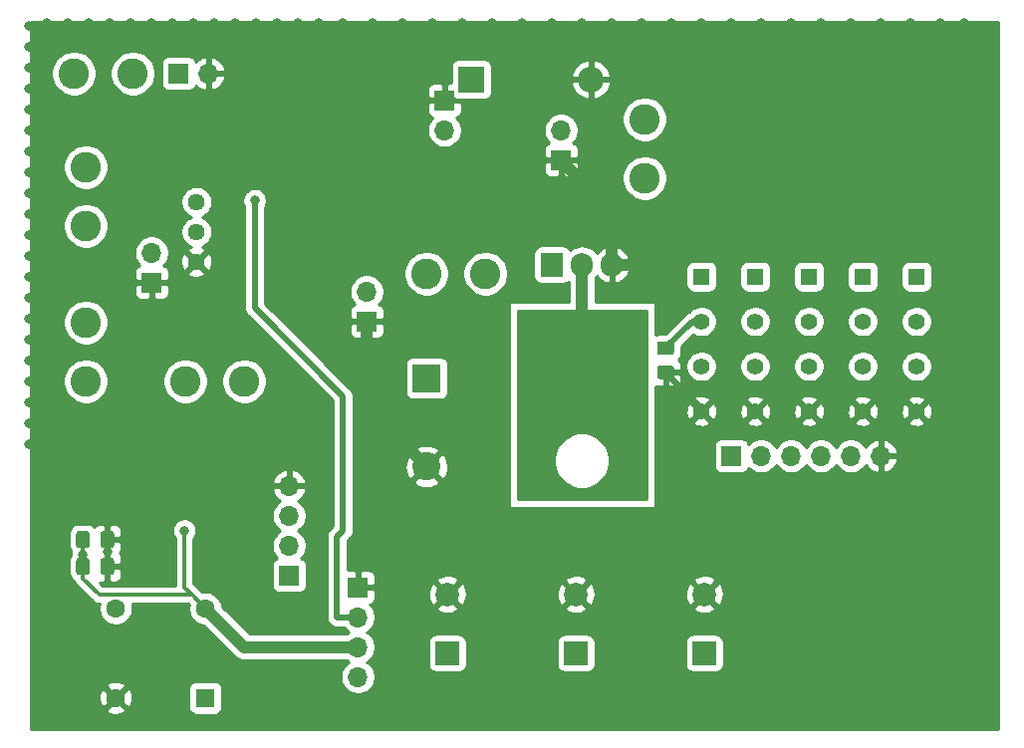
<source format=gbr>
%TF.GenerationSoftware,KiCad,Pcbnew,5.1.9-1.fc33*%
%TF.CreationDate,2021-01-07T12:32:34+03:00*%
%TF.ProjectId,Full schematic,46756c6c-2073-4636-9865-6d617469632e,rev?*%
%TF.SameCoordinates,Original*%
%TF.FileFunction,Copper,L2,Bot*%
%TF.FilePolarity,Positive*%
%FSLAX46Y46*%
G04 Gerber Fmt 4.6, Leading zero omitted, Abs format (unit mm)*
G04 Created by KiCad (PCBNEW 5.1.9-1.fc33) date 2021-01-07 12:32:34*
%MOMM*%
%LPD*%
G01*
G04 APERTURE LIST*
%TA.AperFunction,ComponentPad*%
%ADD10C,2.000000*%
%TD*%
%TA.AperFunction,ComponentPad*%
%ADD11R,2.000000X2.000000*%
%TD*%
%TA.AperFunction,ComponentPad*%
%ADD12C,2.600000*%
%TD*%
%TA.AperFunction,ComponentPad*%
%ADD13C,1.600000*%
%TD*%
%TA.AperFunction,ComponentPad*%
%ADD14R,1.600000X1.600000*%
%TD*%
%TA.AperFunction,ComponentPad*%
%ADD15C,1.440000*%
%TD*%
%TA.AperFunction,ComponentPad*%
%ADD16O,1.905000X2.000000*%
%TD*%
%TA.AperFunction,ComponentPad*%
%ADD17R,1.905000X2.000000*%
%TD*%
%TA.AperFunction,ComponentPad*%
%ADD18R,1.400000X1.400000*%
%TD*%
%TA.AperFunction,ComponentPad*%
%ADD19C,1.400000*%
%TD*%
%TA.AperFunction,ComponentPad*%
%ADD20O,1.700000X1.700000*%
%TD*%
%TA.AperFunction,ComponentPad*%
%ADD21R,1.700000X1.700000*%
%TD*%
%TA.AperFunction,ComponentPad*%
%ADD22O,2.200000X2.200000*%
%TD*%
%TA.AperFunction,ComponentPad*%
%ADD23R,2.200000X2.200000*%
%TD*%
%TA.AperFunction,ComponentPad*%
%ADD24C,2.400000*%
%TD*%
%TA.AperFunction,ComponentPad*%
%ADD25R,2.400000X2.400000*%
%TD*%
%TA.AperFunction,ViaPad*%
%ADD26C,0.800000*%
%TD*%
%TA.AperFunction,Conductor*%
%ADD27C,0.500000*%
%TD*%
%TA.AperFunction,Conductor*%
%ADD28C,1.000000*%
%TD*%
%TA.AperFunction,Conductor*%
%ADD29C,0.300000*%
%TD*%
%TA.AperFunction,Conductor*%
%ADD30C,0.254000*%
%TD*%
%TA.AperFunction,Conductor*%
%ADD31C,0.100000*%
%TD*%
G04 APERTURE END LIST*
D10*
%TO.P,C12,2*%
%TO.N,GND*%
X122936000Y-137240000D03*
D11*
%TO.P,C12,1*%
%TO.N,+5V*%
X122936000Y-142240000D03*
%TD*%
D12*
%TO.P,L5,2*%
%TO.N,Net-(C21-Pad2)*%
X115236000Y-109982000D03*
%TO.P,L5,1*%
%TO.N,Net-(C19-Pad1)*%
X110236000Y-109982000D03*
%TD*%
D13*
%TO.P,X1,4*%
%TO.N,GND*%
X83820000Y-146050000D03*
%TO.P,X1,5*%
%TO.N,Net-(U3-Pad6)*%
X83820000Y-138430000D03*
%TO.P,X1,8*%
%TO.N,+5V*%
X91440000Y-138430000D03*
D14*
%TO.P,X1,1*%
%TO.N,Net-(X1-Pad1)*%
X91440000Y-146050000D03*
%TD*%
D15*
%TO.P,RV1,1*%
%TO.N,GND*%
X90678000Y-108966000D03*
%TO.P,RV1,2*%
%TO.N,Net-(C17-Pad1)*%
X90678000Y-106426000D03*
%TO.P,RV1,3*%
%TO.N,Net-(C55-Pad1)*%
X90678000Y-103886000D03*
%TD*%
D16*
%TO.P,Q2,3*%
%TO.N,GND*%
X125984000Y-109220000D03*
%TO.P,Q2,2*%
%TO.N,Net-(C21-Pad2)*%
X123444000Y-109220000D03*
D17*
%TO.P,Q2,1*%
%TO.N,Net-(DA1-Pad6)*%
X120904000Y-109220000D03*
%TD*%
D12*
%TO.P,L6,2*%
%TO.N,ANT_3.5*%
X128778000Y-96854000D03*
%TO.P,L6,1*%
%TO.N,Net-(C21-Pad1)*%
X128778000Y-101854000D03*
%TD*%
%TO.P,L4,2*%
%TO.N,Net-(C17-Pad2)*%
X85264000Y-92964000D03*
%TO.P,L4,1*%
%TO.N,Net-(C16-Pad1)*%
X80264000Y-92964000D03*
%TD*%
%TO.P,L3,2*%
%TO.N,Net-(C16-Pad1)*%
X81280000Y-100918000D03*
%TO.P,L3,1*%
%TO.N,Net-(C15-Pad1)*%
X81280000Y-105918000D03*
%TD*%
%TO.P,L2,2*%
%TO.N,Net-(C15-Pad1)*%
X81280000Y-114126000D03*
%TO.P,L2,1*%
%TO.N,Net-(C13-Pad1)*%
X81280000Y-119126000D03*
%TD*%
%TO.P,L1,2*%
%TO.N,Net-(C13-Pad1)*%
X89742000Y-119126000D03*
%TO.P,L1,1*%
%TO.N,Net-(C11-Pad1)*%
X94742000Y-119126000D03*
%TD*%
D18*
%TO.P,K5,1*%
%TO.N,Net-(C54-Pad2)*%
X151892000Y-110236000D03*
D19*
%TO.P,K5,3*%
%TO.N,+5V*%
X151892000Y-114046000D03*
%TO.P,K5,5*%
%TO.N,Net-(K5-Pad5)*%
X151892000Y-117856000D03*
%TO.P,K5,7*%
%TO.N,GND*%
X151892000Y-121666000D03*
%TD*%
D18*
%TO.P,K4,1*%
%TO.N,Net-(C48-Pad2)*%
X147320000Y-110236000D03*
D19*
%TO.P,K4,3*%
%TO.N,+5V*%
X147320000Y-114046000D03*
%TO.P,K4,5*%
%TO.N,Net-(K4-Pad5)*%
X147320000Y-117856000D03*
%TO.P,K4,7*%
%TO.N,GND*%
X147320000Y-121666000D03*
%TD*%
D18*
%TO.P,K3,1*%
%TO.N,Net-(C42-Pad2)*%
X142748000Y-110236000D03*
D19*
%TO.P,K3,3*%
%TO.N,+5V*%
X142748000Y-114046000D03*
%TO.P,K3,5*%
%TO.N,Net-(K3-Pad5)*%
X142748000Y-117856000D03*
%TO.P,K3,7*%
%TO.N,GND*%
X142748000Y-121666000D03*
%TD*%
D18*
%TO.P,K2,1*%
%TO.N,Net-(C35-Pad2)*%
X138176000Y-110236000D03*
D19*
%TO.P,K2,3*%
%TO.N,+5V*%
X138176000Y-114046000D03*
%TO.P,K2,5*%
%TO.N,Net-(K2-Pad5)*%
X138176000Y-117856000D03*
%TO.P,K2,7*%
%TO.N,GND*%
X138176000Y-121666000D03*
%TD*%
D18*
%TO.P,K1,1*%
%TO.N,Net-(C29-Pad2)*%
X133604000Y-110236000D03*
D19*
%TO.P,K1,3*%
%TO.N,+5V*%
X133604000Y-114046000D03*
%TO.P,K1,5*%
%TO.N,Net-(K1-Pad5)*%
X133604000Y-117856000D03*
%TO.P,K1,7*%
%TO.N,GND*%
X133604000Y-121666000D03*
%TD*%
D20*
%TO.P,J8,6*%
%TO.N,GND*%
X148844000Y-125476000D03*
%TO.P,J8,5*%
%TO.N,Net-(J8-Pad5)*%
X146304000Y-125476000D03*
%TO.P,J8,4*%
%TO.N,Net-(J8-Pad4)*%
X143764000Y-125476000D03*
%TO.P,J8,3*%
%TO.N,Net-(J8-Pad3)*%
X141224000Y-125476000D03*
%TO.P,J8,2*%
%TO.N,Net-(J8-Pad2)*%
X138684000Y-125476000D03*
D21*
%TO.P,J8,1*%
%TO.N,Net-(J8-Pad1)*%
X136144000Y-125476000D03*
%TD*%
D20*
%TO.P,J7,2*%
%TO.N,ANT_3.5*%
X121666000Y-97790000D03*
D21*
%TO.P,J7,1*%
%TO.N,GND*%
X121666000Y-100330000D03*
%TD*%
D20*
%TO.P,J6,2*%
%TO.N,Net-(D2-Pad1)*%
X111760000Y-97790000D03*
D21*
%TO.P,J6,1*%
%TO.N,GND*%
X111760000Y-95250000D03*
%TD*%
D20*
%TO.P,J5,2*%
%TO.N,Net-(C19-Pad1)*%
X105156000Y-111506000D03*
D21*
%TO.P,J5,1*%
%TO.N,GND*%
X105156000Y-114046000D03*
%TD*%
D20*
%TO.P,J4,2*%
%TO.N,GND*%
X91694000Y-92964000D03*
D21*
%TO.P,J4,1*%
%TO.N,Net-(J4-Pad1)*%
X89154000Y-92964000D03*
%TD*%
D20*
%TO.P,J3,2*%
%TO.N,Net-(C17-Pad2)*%
X86868000Y-108204000D03*
D21*
%TO.P,J3,1*%
%TO.N,GND*%
X86868000Y-110744000D03*
%TD*%
D20*
%TO.P,J2,4*%
%TO.N,+3V3*%
X104406000Y-144260000D03*
%TO.P,J2,3*%
%TO.N,+5V*%
X104406000Y-141720000D03*
%TO.P,J2,2*%
%TO.N,+12V*%
X104406000Y-139180000D03*
D21*
%TO.P,J2,1*%
%TO.N,GND*%
X104406000Y-136640000D03*
%TD*%
D20*
%TO.P,J1,4*%
%TO.N,GND*%
X98552000Y-128016000D03*
%TO.P,J1,3*%
%TO.N,Net-(J1-Pad3)*%
X98552000Y-130556000D03*
%TO.P,J1,2*%
%TO.N,Net-(J1-Pad2)*%
X98552000Y-133096000D03*
D21*
%TO.P,J1,1*%
%TO.N,Net-(J1-Pad1)*%
X98552000Y-135636000D03*
%TD*%
D22*
%TO.P,D2,2*%
%TO.N,GND*%
X124206000Y-93472000D03*
D23*
%TO.P,D2,1*%
%TO.N,Net-(D2-Pad1)*%
X114046000Y-93472000D03*
%TD*%
%TO.P,C36,2*%
%TO.N,GND*%
%TA.AperFunction,SMDPad,CuDef*%
G36*
G01*
X130081000Y-117798000D02*
X131031000Y-117798000D01*
G75*
G02*
X131281000Y-118048000I0J-250000D01*
G01*
X131281000Y-118723000D01*
G75*
G02*
X131031000Y-118973000I-250000J0D01*
G01*
X130081000Y-118973000D01*
G75*
G02*
X129831000Y-118723000I0J250000D01*
G01*
X129831000Y-118048000D01*
G75*
G02*
X130081000Y-117798000I250000J0D01*
G01*
G37*
%TD.AperFunction*%
%TO.P,C36,1*%
%TO.N,+5V*%
%TA.AperFunction,SMDPad,CuDef*%
G36*
G01*
X130081000Y-115723000D02*
X131031000Y-115723000D01*
G75*
G02*
X131281000Y-115973000I0J-250000D01*
G01*
X131281000Y-116648000D01*
G75*
G02*
X131031000Y-116898000I-250000J0D01*
G01*
X130081000Y-116898000D01*
G75*
G02*
X129831000Y-116648000I0J250000D01*
G01*
X129831000Y-115973000D01*
G75*
G02*
X130081000Y-115723000I250000J0D01*
G01*
G37*
%TD.AperFunction*%
%TD*%
D24*
%TO.P,C19,2*%
%TO.N,GND*%
X110236000Y-126372000D03*
D25*
%TO.P,C19,1*%
%TO.N,Net-(C19-Pad1)*%
X110236000Y-118872000D03*
%TD*%
D10*
%TO.P,C14,2*%
%TO.N,GND*%
X112014000Y-137240000D03*
D11*
%TO.P,C14,1*%
%TO.N,+12V*%
X112014000Y-142240000D03*
%TD*%
D10*
%TO.P,C10,2*%
%TO.N,GND*%
X133858000Y-137240000D03*
D11*
%TO.P,C10,1*%
%TO.N,+3V3*%
X133858000Y-142240000D03*
%TD*%
%TO.P,C7,2*%
%TO.N,GND*%
%TA.AperFunction,SMDPad,CuDef*%
G36*
G01*
X82513500Y-133063000D02*
X82513500Y-132113000D01*
G75*
G02*
X82763500Y-131863000I250000J0D01*
G01*
X83438500Y-131863000D01*
G75*
G02*
X83688500Y-132113000I0J-250000D01*
G01*
X83688500Y-133063000D01*
G75*
G02*
X83438500Y-133313000I-250000J0D01*
G01*
X82763500Y-133313000D01*
G75*
G02*
X82513500Y-133063000I0J250000D01*
G01*
G37*
%TD.AperFunction*%
%TO.P,C7,1*%
%TO.N,+5V*%
%TA.AperFunction,SMDPad,CuDef*%
G36*
G01*
X80438500Y-133063000D02*
X80438500Y-132113000D01*
G75*
G02*
X80688500Y-131863000I250000J0D01*
G01*
X81363500Y-131863000D01*
G75*
G02*
X81613500Y-132113000I0J-250000D01*
G01*
X81613500Y-133063000D01*
G75*
G02*
X81363500Y-133313000I-250000J0D01*
G01*
X80688500Y-133313000D01*
G75*
G02*
X80438500Y-133063000I0J250000D01*
G01*
G37*
%TD.AperFunction*%
%TD*%
%TO.P,C6,2*%
%TO.N,GND*%
%TA.AperFunction,SMDPad,CuDef*%
G36*
G01*
X82513500Y-135349000D02*
X82513500Y-134399000D01*
G75*
G02*
X82763500Y-134149000I250000J0D01*
G01*
X83438500Y-134149000D01*
G75*
G02*
X83688500Y-134399000I0J-250000D01*
G01*
X83688500Y-135349000D01*
G75*
G02*
X83438500Y-135599000I-250000J0D01*
G01*
X82763500Y-135599000D01*
G75*
G02*
X82513500Y-135349000I0J250000D01*
G01*
G37*
%TD.AperFunction*%
%TO.P,C6,1*%
%TO.N,+5V*%
%TA.AperFunction,SMDPad,CuDef*%
G36*
G01*
X80438500Y-135349000D02*
X80438500Y-134399000D01*
G75*
G02*
X80688500Y-134149000I250000J0D01*
G01*
X81363500Y-134149000D01*
G75*
G02*
X81613500Y-134399000I0J-250000D01*
G01*
X81613500Y-135349000D01*
G75*
G02*
X81363500Y-135599000I-250000J0D01*
G01*
X80688500Y-135599000D01*
G75*
G02*
X80438500Y-135349000I0J250000D01*
G01*
G37*
%TD.AperFunction*%
%TD*%
D26*
%TO.N,GND*%
X130302000Y-107442000D03*
X117348000Y-96012000D03*
X116586000Y-102362000D03*
X116586000Y-102362000D03*
X103124000Y-88646000D03*
X105664000Y-88646000D03*
X108204000Y-88646000D03*
X110744000Y-88646000D03*
X113284000Y-88646000D03*
X115824000Y-88646000D03*
X118364000Y-88646000D03*
X120904000Y-88646000D03*
X123444000Y-88646000D03*
X125984000Y-88646000D03*
X128524000Y-88646000D03*
X131064000Y-88646000D03*
X133604000Y-88646000D03*
X136144000Y-88646000D03*
X138684000Y-88646000D03*
X141224000Y-88646000D03*
X143764000Y-88646000D03*
X146304000Y-88646000D03*
X148844000Y-88646000D03*
X151384000Y-88646000D03*
X153924000Y-88646000D03*
X155956000Y-88646000D03*
X155956000Y-90424000D03*
X155956000Y-92964000D03*
X155956000Y-95504000D03*
X155956000Y-98044000D03*
X155956000Y-100584000D03*
X155956000Y-103124000D03*
X155956000Y-105664000D03*
X155956000Y-108204000D03*
X155956000Y-110744000D03*
X155956000Y-115824000D03*
X155956000Y-118364000D03*
X155956000Y-120904000D03*
X155956000Y-123444000D03*
X155956000Y-125984000D03*
X155956000Y-128524000D03*
X155956000Y-131064000D03*
X153924000Y-131064000D03*
X151384000Y-131064000D03*
X148844000Y-131064000D03*
X146304000Y-131064000D03*
X143764000Y-131064000D03*
X141224000Y-131064000D03*
X138684000Y-131064000D03*
X136144000Y-131064000D03*
X133604000Y-131064000D03*
X131064000Y-131064000D03*
X128524000Y-131064000D03*
X125984000Y-131064000D03*
X123444000Y-131064000D03*
X120904000Y-131064000D03*
X118364000Y-131064000D03*
X115824000Y-131064000D03*
X113284000Y-131064000D03*
X110744000Y-131064000D03*
X108204000Y-131064000D03*
X105664000Y-131064000D03*
X101092000Y-131064000D03*
X101092000Y-128524000D03*
X101092000Y-125984000D03*
X101092000Y-123444000D03*
X101092000Y-120904000D03*
X101092000Y-115570000D03*
X101092000Y-113284000D03*
X101092000Y-110744000D03*
X101092000Y-108204000D03*
X101092000Y-103124000D03*
X101092000Y-100584000D03*
X101092000Y-98044000D03*
X101092000Y-95504000D03*
X101092000Y-92964000D03*
X101092000Y-90424000D03*
X101092000Y-88646000D03*
X96012000Y-101346000D03*
X83101000Y-133647000D03*
X91186000Y-134112000D03*
X91235000Y-128319000D03*
X94488000Y-125222000D03*
X96266000Y-125222000D03*
X98044000Y-125222000D03*
X99822000Y-125222000D03*
X80772000Y-125476000D03*
X78994000Y-125476000D03*
X77216000Y-125476000D03*
X76454000Y-124460000D03*
X76454000Y-122682000D03*
X76454000Y-120904000D03*
X76454000Y-119126000D03*
X76454000Y-117348000D03*
X76454000Y-115570000D03*
X76454000Y-113792000D03*
X76454000Y-112014000D03*
X76454000Y-110236000D03*
X76454000Y-108458000D03*
X76454000Y-106680000D03*
X76454000Y-104902000D03*
X76454000Y-103124000D03*
X76454000Y-101346000D03*
X76454000Y-99568000D03*
X76454000Y-97790000D03*
X76454000Y-96012000D03*
X76454000Y-94234000D03*
X76454000Y-92456000D03*
X76454000Y-90678000D03*
X76454000Y-88900000D03*
X77978000Y-88646000D03*
X79756000Y-88646000D03*
X81534000Y-88646000D03*
X83312000Y-88646000D03*
X85090000Y-88646000D03*
X86868000Y-88646000D03*
X88646000Y-88646000D03*
X90424000Y-88646000D03*
X92202000Y-88646000D03*
X93980000Y-88646000D03*
X95758000Y-88646000D03*
X97536000Y-88646000D03*
X99314000Y-88646000D03*
%TO.N,+5V*%
X81026000Y-133858000D03*
X89662000Y-131826000D03*
%TO.N,+12V*%
X95631000Y-103759000D03*
%TD*%
D27*
%TO.N,GND*%
X133604000Y-121433500D02*
X130556000Y-118385500D01*
X133604000Y-121666000D02*
X133604000Y-121433500D01*
X130302000Y-107442000D02*
X130302000Y-107442000D01*
D28*
X128524000Y-109220000D02*
X130302000Y-107442000D01*
X125984000Y-109220000D02*
X128524000Y-109220000D01*
X105156000Y-121292000D02*
X105156000Y-114046000D01*
X110236000Y-126372000D02*
X105156000Y-121292000D01*
X125984000Y-104648000D02*
X121666000Y-100330000D01*
X125984000Y-109220000D02*
X125984000Y-104648000D01*
D29*
X83101000Y-132588000D02*
X83101000Y-133647000D01*
X83101000Y-133647000D02*
X83101000Y-134874000D01*
D27*
%TO.N,+5V*%
X130556000Y-116310500D02*
X130577500Y-116310500D01*
X132842000Y-114046000D02*
X133604000Y-114046000D01*
X130577500Y-116310500D02*
X132842000Y-114046000D01*
D29*
X81026000Y-132588000D02*
X81026000Y-133858000D01*
X81026000Y-133858000D02*
X81026000Y-134874000D01*
X81026000Y-134874000D02*
X81026000Y-135890000D01*
X90289999Y-137279999D02*
X91440000Y-138430000D01*
X82415999Y-137279999D02*
X90289999Y-137279999D01*
X81026000Y-135890000D02*
X82415999Y-137279999D01*
X90289999Y-137279999D02*
X89662000Y-136652000D01*
X89662000Y-136652000D02*
X89662000Y-131826000D01*
X89662000Y-131826000D02*
X89662000Y-131826000D01*
D28*
X94730000Y-141720000D02*
X91440000Y-138430000D01*
X104406000Y-141720000D02*
X94730000Y-141720000D01*
D27*
%TO.N,+12V*%
X95631000Y-112903000D02*
X95631000Y-103759000D01*
X103124000Y-120396000D02*
X95631000Y-112903000D01*
X103124000Y-131826000D02*
X103124000Y-120396000D01*
X102604000Y-132346000D02*
X103124000Y-131826000D01*
X102604000Y-139180000D02*
X102604000Y-132346000D01*
X104406000Y-139180000D02*
X102604000Y-139180000D01*
D28*
%TO.N,Net-(C21-Pad2)*%
X123444000Y-109220000D02*
X123444000Y-122428000D01*
%TD*%
D30*
%TO.N,GND*%
X100711000Y-111379000D02*
X96516000Y-111379000D01*
X96516000Y-104297454D01*
X96548205Y-104249256D01*
X96626226Y-104060898D01*
X96666000Y-103860939D01*
X96666000Y-103657061D01*
X96626226Y-103457102D01*
X96548205Y-103268744D01*
X96434937Y-103099226D01*
X96290774Y-102955063D01*
X96121256Y-102841795D01*
X95932898Y-102763774D01*
X95732939Y-102724000D01*
X95529061Y-102724000D01*
X95329102Y-102763774D01*
X95140744Y-102841795D01*
X94971226Y-102955063D01*
X94827063Y-103099226D01*
X94713795Y-103268744D01*
X94635774Y-103457102D01*
X94596000Y-103657061D01*
X94596000Y-103860939D01*
X94635774Y-104060898D01*
X94713795Y-104249256D01*
X94746001Y-104297456D01*
X94746000Y-111379000D01*
X88354901Y-111379000D01*
X88353000Y-111029750D01*
X88194250Y-110871000D01*
X86995000Y-110871000D01*
X86995000Y-110891000D01*
X86741000Y-110891000D01*
X86741000Y-110871000D01*
X86721000Y-110871000D01*
X86721000Y-110617000D01*
X86741000Y-110617000D01*
X86741000Y-110597000D01*
X86995000Y-110597000D01*
X86995000Y-110617000D01*
X88194250Y-110617000D01*
X88353000Y-110458250D01*
X88356030Y-109901560D01*
X89922045Y-109901560D01*
X89983932Y-110137368D01*
X90225790Y-110250266D01*
X90485027Y-110313811D01*
X90751680Y-110325561D01*
X91015501Y-110285063D01*
X91266353Y-110193875D01*
X91372068Y-110137368D01*
X91433955Y-109901560D01*
X90678000Y-109145605D01*
X89922045Y-109901560D01*
X88356030Y-109901560D01*
X88356072Y-109894000D01*
X88343812Y-109769518D01*
X88307502Y-109649820D01*
X88248537Y-109539506D01*
X88169185Y-109442815D01*
X88072494Y-109363463D01*
X87962180Y-109304498D01*
X87889620Y-109282487D01*
X88021475Y-109150632D01*
X88095610Y-109039680D01*
X89318439Y-109039680D01*
X89358937Y-109303501D01*
X89450125Y-109554353D01*
X89506632Y-109660068D01*
X89742440Y-109721955D01*
X90498395Y-108966000D01*
X90857605Y-108966000D01*
X91613560Y-109721955D01*
X91849368Y-109660068D01*
X91962266Y-109418210D01*
X92025811Y-109158973D01*
X92037561Y-108892320D01*
X91997063Y-108628499D01*
X91905875Y-108377647D01*
X91849368Y-108271932D01*
X91613560Y-108210045D01*
X90857605Y-108966000D01*
X90498395Y-108966000D01*
X89742440Y-108210045D01*
X89506632Y-108271932D01*
X89393734Y-108513790D01*
X89330189Y-108773027D01*
X89318439Y-109039680D01*
X88095610Y-109039680D01*
X88183990Y-108907411D01*
X88295932Y-108637158D01*
X88353000Y-108350260D01*
X88353000Y-108057740D01*
X88295932Y-107770842D01*
X88183990Y-107500589D01*
X88021475Y-107257368D01*
X87814632Y-107050525D01*
X87571411Y-106888010D01*
X87301158Y-106776068D01*
X87014260Y-106719000D01*
X86721740Y-106719000D01*
X86434842Y-106776068D01*
X86233000Y-106859673D01*
X86233000Y-103752544D01*
X89323000Y-103752544D01*
X89323000Y-104019456D01*
X89375072Y-104281239D01*
X89477215Y-104527833D01*
X89625503Y-104749762D01*
X89814238Y-104938497D01*
X90036167Y-105086785D01*
X90203266Y-105156000D01*
X90036167Y-105225215D01*
X89814238Y-105373503D01*
X89625503Y-105562238D01*
X89477215Y-105784167D01*
X89375072Y-106030761D01*
X89323000Y-106292544D01*
X89323000Y-106559456D01*
X89375072Y-106821239D01*
X89477215Y-107067833D01*
X89625503Y-107289762D01*
X89814238Y-107478497D01*
X90036167Y-107626785D01*
X90204324Y-107696438D01*
X90089647Y-107738125D01*
X89983932Y-107794632D01*
X89922045Y-108030440D01*
X90678000Y-108786395D01*
X91433955Y-108030440D01*
X91372068Y-107794632D01*
X91156993Y-107694236D01*
X91319833Y-107626785D01*
X91541762Y-107478497D01*
X91730497Y-107289762D01*
X91878785Y-107067833D01*
X91980928Y-106821239D01*
X92033000Y-106559456D01*
X92033000Y-106292544D01*
X91980928Y-106030761D01*
X91878785Y-105784167D01*
X91730497Y-105562238D01*
X91541762Y-105373503D01*
X91319833Y-105225215D01*
X91152734Y-105156000D01*
X91319833Y-105086785D01*
X91541762Y-104938497D01*
X91730497Y-104749762D01*
X91878785Y-104527833D01*
X91980928Y-104281239D01*
X92033000Y-104019456D01*
X92033000Y-103752544D01*
X91980928Y-103490761D01*
X91878785Y-103244167D01*
X91730497Y-103022238D01*
X91541762Y-102833503D01*
X91319833Y-102685215D01*
X91073239Y-102583072D01*
X90811456Y-102531000D01*
X90544544Y-102531000D01*
X90282761Y-102583072D01*
X90036167Y-102685215D01*
X89814238Y-102833503D01*
X89625503Y-103022238D01*
X89477215Y-103244167D01*
X89375072Y-103490761D01*
X89323000Y-103752544D01*
X86233000Y-103752544D01*
X86233000Y-94643740D01*
X86497491Y-94467013D01*
X86767013Y-94197491D01*
X86978775Y-93880566D01*
X87124639Y-93528419D01*
X87199000Y-93154581D01*
X87199000Y-92773419D01*
X87124639Y-92399581D01*
X87006348Y-92114000D01*
X87665928Y-92114000D01*
X87665928Y-93814000D01*
X87678188Y-93938482D01*
X87714498Y-94058180D01*
X87773463Y-94168494D01*
X87852815Y-94265185D01*
X87949506Y-94344537D01*
X88059820Y-94403502D01*
X88179518Y-94439812D01*
X88304000Y-94452072D01*
X90004000Y-94452072D01*
X90128482Y-94439812D01*
X90248180Y-94403502D01*
X90358494Y-94344537D01*
X90455185Y-94265185D01*
X90534537Y-94168494D01*
X90593502Y-94058180D01*
X90617966Y-93977534D01*
X90693731Y-94061588D01*
X90927080Y-94235641D01*
X91189901Y-94360825D01*
X91337110Y-94405476D01*
X91567000Y-94284155D01*
X91567000Y-93091000D01*
X91821000Y-93091000D01*
X91821000Y-94284155D01*
X92050890Y-94405476D01*
X92198099Y-94360825D01*
X92460920Y-94235641D01*
X92694269Y-94061588D01*
X92889178Y-93845355D01*
X93038157Y-93595252D01*
X93135481Y-93320891D01*
X93014814Y-93091000D01*
X91821000Y-93091000D01*
X91567000Y-93091000D01*
X91547000Y-93091000D01*
X91547000Y-92837000D01*
X91567000Y-92837000D01*
X91567000Y-91643845D01*
X91821000Y-91643845D01*
X91821000Y-92837000D01*
X93014814Y-92837000D01*
X93135481Y-92607109D01*
X93038157Y-92332748D01*
X92889178Y-92082645D01*
X92694269Y-91866412D01*
X92460920Y-91692359D01*
X92198099Y-91567175D01*
X92050890Y-91522524D01*
X91821000Y-91643845D01*
X91567000Y-91643845D01*
X91337110Y-91522524D01*
X91189901Y-91567175D01*
X90927080Y-91692359D01*
X90693731Y-91866412D01*
X90617966Y-91950466D01*
X90593502Y-91869820D01*
X90534537Y-91759506D01*
X90455185Y-91662815D01*
X90358494Y-91583463D01*
X90248180Y-91524498D01*
X90128482Y-91488188D01*
X90004000Y-91475928D01*
X88304000Y-91475928D01*
X88179518Y-91488188D01*
X88059820Y-91524498D01*
X87949506Y-91583463D01*
X87852815Y-91662815D01*
X87773463Y-91759506D01*
X87714498Y-91869820D01*
X87678188Y-91989518D01*
X87665928Y-92114000D01*
X87006348Y-92114000D01*
X86978775Y-92047434D01*
X86767013Y-91730509D01*
X86497491Y-91460987D01*
X86233000Y-91284260D01*
X86233000Y-91059000D01*
X100711000Y-91059000D01*
X100711000Y-111379000D01*
%TA.AperFunction,Conductor*%
D31*
G36*
X100711000Y-111379000D02*
G01*
X96516000Y-111379000D01*
X96516000Y-104297454D01*
X96548205Y-104249256D01*
X96626226Y-104060898D01*
X96666000Y-103860939D01*
X96666000Y-103657061D01*
X96626226Y-103457102D01*
X96548205Y-103268744D01*
X96434937Y-103099226D01*
X96290774Y-102955063D01*
X96121256Y-102841795D01*
X95932898Y-102763774D01*
X95732939Y-102724000D01*
X95529061Y-102724000D01*
X95329102Y-102763774D01*
X95140744Y-102841795D01*
X94971226Y-102955063D01*
X94827063Y-103099226D01*
X94713795Y-103268744D01*
X94635774Y-103457102D01*
X94596000Y-103657061D01*
X94596000Y-103860939D01*
X94635774Y-104060898D01*
X94713795Y-104249256D01*
X94746001Y-104297456D01*
X94746000Y-111379000D01*
X88354901Y-111379000D01*
X88353000Y-111029750D01*
X88194250Y-110871000D01*
X86995000Y-110871000D01*
X86995000Y-110891000D01*
X86741000Y-110891000D01*
X86741000Y-110871000D01*
X86721000Y-110871000D01*
X86721000Y-110617000D01*
X86741000Y-110617000D01*
X86741000Y-110597000D01*
X86995000Y-110597000D01*
X86995000Y-110617000D01*
X88194250Y-110617000D01*
X88353000Y-110458250D01*
X88356030Y-109901560D01*
X89922045Y-109901560D01*
X89983932Y-110137368D01*
X90225790Y-110250266D01*
X90485027Y-110313811D01*
X90751680Y-110325561D01*
X91015501Y-110285063D01*
X91266353Y-110193875D01*
X91372068Y-110137368D01*
X91433955Y-109901560D01*
X90678000Y-109145605D01*
X89922045Y-109901560D01*
X88356030Y-109901560D01*
X88356072Y-109894000D01*
X88343812Y-109769518D01*
X88307502Y-109649820D01*
X88248537Y-109539506D01*
X88169185Y-109442815D01*
X88072494Y-109363463D01*
X87962180Y-109304498D01*
X87889620Y-109282487D01*
X88021475Y-109150632D01*
X88095610Y-109039680D01*
X89318439Y-109039680D01*
X89358937Y-109303501D01*
X89450125Y-109554353D01*
X89506632Y-109660068D01*
X89742440Y-109721955D01*
X90498395Y-108966000D01*
X90857605Y-108966000D01*
X91613560Y-109721955D01*
X91849368Y-109660068D01*
X91962266Y-109418210D01*
X92025811Y-109158973D01*
X92037561Y-108892320D01*
X91997063Y-108628499D01*
X91905875Y-108377647D01*
X91849368Y-108271932D01*
X91613560Y-108210045D01*
X90857605Y-108966000D01*
X90498395Y-108966000D01*
X89742440Y-108210045D01*
X89506632Y-108271932D01*
X89393734Y-108513790D01*
X89330189Y-108773027D01*
X89318439Y-109039680D01*
X88095610Y-109039680D01*
X88183990Y-108907411D01*
X88295932Y-108637158D01*
X88353000Y-108350260D01*
X88353000Y-108057740D01*
X88295932Y-107770842D01*
X88183990Y-107500589D01*
X88021475Y-107257368D01*
X87814632Y-107050525D01*
X87571411Y-106888010D01*
X87301158Y-106776068D01*
X87014260Y-106719000D01*
X86721740Y-106719000D01*
X86434842Y-106776068D01*
X86233000Y-106859673D01*
X86233000Y-103752544D01*
X89323000Y-103752544D01*
X89323000Y-104019456D01*
X89375072Y-104281239D01*
X89477215Y-104527833D01*
X89625503Y-104749762D01*
X89814238Y-104938497D01*
X90036167Y-105086785D01*
X90203266Y-105156000D01*
X90036167Y-105225215D01*
X89814238Y-105373503D01*
X89625503Y-105562238D01*
X89477215Y-105784167D01*
X89375072Y-106030761D01*
X89323000Y-106292544D01*
X89323000Y-106559456D01*
X89375072Y-106821239D01*
X89477215Y-107067833D01*
X89625503Y-107289762D01*
X89814238Y-107478497D01*
X90036167Y-107626785D01*
X90204324Y-107696438D01*
X90089647Y-107738125D01*
X89983932Y-107794632D01*
X89922045Y-108030440D01*
X90678000Y-108786395D01*
X91433955Y-108030440D01*
X91372068Y-107794632D01*
X91156993Y-107694236D01*
X91319833Y-107626785D01*
X91541762Y-107478497D01*
X91730497Y-107289762D01*
X91878785Y-107067833D01*
X91980928Y-106821239D01*
X92033000Y-106559456D01*
X92033000Y-106292544D01*
X91980928Y-106030761D01*
X91878785Y-105784167D01*
X91730497Y-105562238D01*
X91541762Y-105373503D01*
X91319833Y-105225215D01*
X91152734Y-105156000D01*
X91319833Y-105086785D01*
X91541762Y-104938497D01*
X91730497Y-104749762D01*
X91878785Y-104527833D01*
X91980928Y-104281239D01*
X92033000Y-104019456D01*
X92033000Y-103752544D01*
X91980928Y-103490761D01*
X91878785Y-103244167D01*
X91730497Y-103022238D01*
X91541762Y-102833503D01*
X91319833Y-102685215D01*
X91073239Y-102583072D01*
X90811456Y-102531000D01*
X90544544Y-102531000D01*
X90282761Y-102583072D01*
X90036167Y-102685215D01*
X89814238Y-102833503D01*
X89625503Y-103022238D01*
X89477215Y-103244167D01*
X89375072Y-103490761D01*
X89323000Y-103752544D01*
X86233000Y-103752544D01*
X86233000Y-94643740D01*
X86497491Y-94467013D01*
X86767013Y-94197491D01*
X86978775Y-93880566D01*
X87124639Y-93528419D01*
X87199000Y-93154581D01*
X87199000Y-92773419D01*
X87124639Y-92399581D01*
X87006348Y-92114000D01*
X87665928Y-92114000D01*
X87665928Y-93814000D01*
X87678188Y-93938482D01*
X87714498Y-94058180D01*
X87773463Y-94168494D01*
X87852815Y-94265185D01*
X87949506Y-94344537D01*
X88059820Y-94403502D01*
X88179518Y-94439812D01*
X88304000Y-94452072D01*
X90004000Y-94452072D01*
X90128482Y-94439812D01*
X90248180Y-94403502D01*
X90358494Y-94344537D01*
X90455185Y-94265185D01*
X90534537Y-94168494D01*
X90593502Y-94058180D01*
X90617966Y-93977534D01*
X90693731Y-94061588D01*
X90927080Y-94235641D01*
X91189901Y-94360825D01*
X91337110Y-94405476D01*
X91567000Y-94284155D01*
X91567000Y-93091000D01*
X91821000Y-93091000D01*
X91821000Y-94284155D01*
X92050890Y-94405476D01*
X92198099Y-94360825D01*
X92460920Y-94235641D01*
X92694269Y-94061588D01*
X92889178Y-93845355D01*
X93038157Y-93595252D01*
X93135481Y-93320891D01*
X93014814Y-93091000D01*
X91821000Y-93091000D01*
X91567000Y-93091000D01*
X91547000Y-93091000D01*
X91547000Y-92837000D01*
X91567000Y-92837000D01*
X91567000Y-91643845D01*
X91821000Y-91643845D01*
X91821000Y-92837000D01*
X93014814Y-92837000D01*
X93135481Y-92607109D01*
X93038157Y-92332748D01*
X92889178Y-92082645D01*
X92694269Y-91866412D01*
X92460920Y-91692359D01*
X92198099Y-91567175D01*
X92050890Y-91522524D01*
X91821000Y-91643845D01*
X91567000Y-91643845D01*
X91337110Y-91522524D01*
X91189901Y-91567175D01*
X90927080Y-91692359D01*
X90693731Y-91866412D01*
X90617966Y-91950466D01*
X90593502Y-91869820D01*
X90534537Y-91759506D01*
X90455185Y-91662815D01*
X90358494Y-91583463D01*
X90248180Y-91524498D01*
X90128482Y-91488188D01*
X90004000Y-91475928D01*
X88304000Y-91475928D01*
X88179518Y-91488188D01*
X88059820Y-91524498D01*
X87949506Y-91583463D01*
X87852815Y-91662815D01*
X87773463Y-91759506D01*
X87714498Y-91869820D01*
X87678188Y-91989518D01*
X87665928Y-92114000D01*
X87006348Y-92114000D01*
X86978775Y-92047434D01*
X86767013Y-91730509D01*
X86497491Y-91460987D01*
X86233000Y-91284260D01*
X86233000Y-91059000D01*
X100711000Y-91059000D01*
X100711000Y-111379000D01*
G37*
%TD.AperFunction*%
%TD*%
D30*
%TO.N,Net-(C21-Pad2)*%
X128905000Y-129159000D02*
X117983000Y-129159000D01*
X117983000Y-125645098D01*
X121059000Y-125645098D01*
X121059000Y-126114902D01*
X121150654Y-126575679D01*
X121330440Y-127009721D01*
X121591450Y-127400349D01*
X121923651Y-127732550D01*
X122314279Y-127993560D01*
X122748321Y-128173346D01*
X123209098Y-128265000D01*
X123678902Y-128265000D01*
X124139679Y-128173346D01*
X124573721Y-127993560D01*
X124964349Y-127732550D01*
X125296550Y-127400349D01*
X125557560Y-127009721D01*
X125737346Y-126575679D01*
X125829000Y-126114902D01*
X125829000Y-125645098D01*
X125737346Y-125184321D01*
X125557560Y-124750279D01*
X125296550Y-124359651D01*
X124964349Y-124027450D01*
X124573721Y-123766440D01*
X124139679Y-123586654D01*
X123678902Y-123495000D01*
X123209098Y-123495000D01*
X122748321Y-123586654D01*
X122314279Y-123766440D01*
X121923651Y-124027450D01*
X121591450Y-124359651D01*
X121330440Y-124750279D01*
X121150654Y-125184321D01*
X121059000Y-125645098D01*
X117983000Y-125645098D01*
X117983000Y-113157000D01*
X128905000Y-113157000D01*
X128905000Y-129159000D01*
%TA.AperFunction,Conductor*%
D31*
G36*
X128905000Y-129159000D02*
G01*
X117983000Y-129159000D01*
X117983000Y-125645098D01*
X121059000Y-125645098D01*
X121059000Y-126114902D01*
X121150654Y-126575679D01*
X121330440Y-127009721D01*
X121591450Y-127400349D01*
X121923651Y-127732550D01*
X122314279Y-127993560D01*
X122748321Y-128173346D01*
X123209098Y-128265000D01*
X123678902Y-128265000D01*
X124139679Y-128173346D01*
X124573721Y-127993560D01*
X124964349Y-127732550D01*
X125296550Y-127400349D01*
X125557560Y-127009721D01*
X125737346Y-126575679D01*
X125829000Y-126114902D01*
X125829000Y-125645098D01*
X125737346Y-125184321D01*
X125557560Y-124750279D01*
X125296550Y-124359651D01*
X124964349Y-124027450D01*
X124573721Y-123766440D01*
X124139679Y-123586654D01*
X123678902Y-123495000D01*
X123209098Y-123495000D01*
X122748321Y-123586654D01*
X122314279Y-123766440D01*
X121923651Y-124027450D01*
X121591450Y-124359651D01*
X121330440Y-124750279D01*
X121150654Y-125184321D01*
X121059000Y-125645098D01*
X117983000Y-125645098D01*
X117983000Y-113157000D01*
X128905000Y-113157000D01*
X128905000Y-129159000D01*
G37*
%TD.AperFunction*%
%TD*%
D30*
%TO.N,GND*%
X102239001Y-120762580D02*
X102239000Y-131459422D01*
X102008952Y-131689470D01*
X101975184Y-131717183D01*
X101947471Y-131750951D01*
X101947468Y-131750954D01*
X101864590Y-131851941D01*
X101782412Y-132005687D01*
X101731805Y-132172510D01*
X101728408Y-132207000D01*
X100711000Y-132207000D01*
X100711000Y-119234579D01*
X102239001Y-120762580D01*
%TA.AperFunction,Conductor*%
D31*
G36*
X102239001Y-120762580D02*
G01*
X102239000Y-131459422D01*
X102008952Y-131689470D01*
X101975184Y-131717183D01*
X101947471Y-131750951D01*
X101947468Y-131750954D01*
X101864590Y-131851941D01*
X101782412Y-132005687D01*
X101731805Y-132172510D01*
X101728408Y-132207000D01*
X100711000Y-132207000D01*
X100711000Y-119234579D01*
X102239001Y-120762580D01*
G37*
%TD.AperFunction*%
D30*
X156337000Y-132207000D02*
X103923842Y-132207000D01*
X103945589Y-132166313D01*
X103996195Y-131999490D01*
X104009000Y-131869477D01*
X104009000Y-131869467D01*
X104013281Y-131826001D01*
X104009000Y-131782534D01*
X104009000Y-127649980D01*
X109137626Y-127649980D01*
X109257514Y-127934836D01*
X109581210Y-128095699D01*
X109930069Y-128190322D01*
X110290684Y-128215067D01*
X110649198Y-128168985D01*
X110991833Y-128053846D01*
X111214486Y-127934836D01*
X111334374Y-127649980D01*
X110236000Y-126551605D01*
X109137626Y-127649980D01*
X104009000Y-127649980D01*
X104009000Y-126426684D01*
X108392933Y-126426684D01*
X108439015Y-126785198D01*
X108554154Y-127127833D01*
X108673164Y-127350486D01*
X108958020Y-127470374D01*
X110056395Y-126372000D01*
X110415605Y-126372000D01*
X111513980Y-127470374D01*
X111798836Y-127350486D01*
X111959699Y-127026790D01*
X112054322Y-126677931D01*
X112079067Y-126317316D01*
X112032985Y-125958802D01*
X111917846Y-125616167D01*
X111798836Y-125393514D01*
X111513980Y-125273626D01*
X110415605Y-126372000D01*
X110056395Y-126372000D01*
X108958020Y-125273626D01*
X108673164Y-125393514D01*
X108512301Y-125717210D01*
X108417678Y-126066069D01*
X108392933Y-126426684D01*
X104009000Y-126426684D01*
X104009000Y-125094020D01*
X109137626Y-125094020D01*
X110236000Y-126192395D01*
X111334374Y-125094020D01*
X111214486Y-124809164D01*
X110890790Y-124648301D01*
X110541931Y-124553678D01*
X110181316Y-124528933D01*
X109822802Y-124575015D01*
X109480167Y-124690154D01*
X109257514Y-124809164D01*
X109137626Y-125094020D01*
X104009000Y-125094020D01*
X104009000Y-120439465D01*
X104013281Y-120395999D01*
X104009000Y-120352533D01*
X104009000Y-120352523D01*
X103996195Y-120222510D01*
X103945589Y-120055687D01*
X103863411Y-119901941D01*
X103752817Y-119767183D01*
X103719049Y-119739470D01*
X101651579Y-117672000D01*
X108397928Y-117672000D01*
X108397928Y-120072000D01*
X108410188Y-120196482D01*
X108446498Y-120316180D01*
X108505463Y-120426494D01*
X108584815Y-120523185D01*
X108681506Y-120602537D01*
X108791820Y-120661502D01*
X108911518Y-120697812D01*
X109036000Y-120710072D01*
X111436000Y-120710072D01*
X111560482Y-120697812D01*
X111680180Y-120661502D01*
X111790494Y-120602537D01*
X111887185Y-120523185D01*
X111966537Y-120426494D01*
X112025502Y-120316180D01*
X112061812Y-120196482D01*
X112074072Y-120072000D01*
X112074072Y-117672000D01*
X112061812Y-117547518D01*
X112025502Y-117427820D01*
X111966537Y-117317506D01*
X111887185Y-117220815D01*
X111790494Y-117141463D01*
X111680180Y-117082498D01*
X111560482Y-117046188D01*
X111436000Y-117033928D01*
X109036000Y-117033928D01*
X108911518Y-117046188D01*
X108791820Y-117082498D01*
X108681506Y-117141463D01*
X108584815Y-117220815D01*
X108505463Y-117317506D01*
X108446498Y-117427820D01*
X108410188Y-117547518D01*
X108397928Y-117672000D01*
X101651579Y-117672000D01*
X100711000Y-116731421D01*
X100711000Y-114896000D01*
X103667928Y-114896000D01*
X103680188Y-115020482D01*
X103716498Y-115140180D01*
X103775463Y-115250494D01*
X103854815Y-115347185D01*
X103951506Y-115426537D01*
X104061820Y-115485502D01*
X104181518Y-115521812D01*
X104306000Y-115534072D01*
X104870250Y-115531000D01*
X105029000Y-115372250D01*
X105029000Y-114173000D01*
X105283000Y-114173000D01*
X105283000Y-115372250D01*
X105441750Y-115531000D01*
X106006000Y-115534072D01*
X106130482Y-115521812D01*
X106250180Y-115485502D01*
X106360494Y-115426537D01*
X106457185Y-115347185D01*
X106536537Y-115250494D01*
X106595502Y-115140180D01*
X106631812Y-115020482D01*
X106644072Y-114896000D01*
X106641000Y-114331750D01*
X106482250Y-114173000D01*
X105283000Y-114173000D01*
X105029000Y-114173000D01*
X103829750Y-114173000D01*
X103671000Y-114331750D01*
X103667928Y-114896000D01*
X100711000Y-114896000D01*
X100711000Y-113196000D01*
X103667928Y-113196000D01*
X103671000Y-113760250D01*
X103829750Y-113919000D01*
X105029000Y-113919000D01*
X105029000Y-113899000D01*
X105283000Y-113899000D01*
X105283000Y-113919000D01*
X106482250Y-113919000D01*
X106641000Y-113760250D01*
X106644072Y-113196000D01*
X106631812Y-113071518D01*
X106595502Y-112951820D01*
X106536537Y-112841506D01*
X106457185Y-112744815D01*
X106360494Y-112665463D01*
X106250180Y-112606498D01*
X106177620Y-112584487D01*
X106240107Y-112522000D01*
X117221000Y-112522000D01*
X117221000Y-129794000D01*
X117223440Y-129818776D01*
X117230667Y-129842601D01*
X117242403Y-129864557D01*
X117258197Y-129883803D01*
X117277443Y-129899597D01*
X117299399Y-129911333D01*
X117323224Y-129918560D01*
X117348000Y-129921000D01*
X129540000Y-129921000D01*
X129564776Y-129918560D01*
X129588601Y-129911333D01*
X129610557Y-129899597D01*
X129629803Y-129883803D01*
X129645597Y-129864557D01*
X129657333Y-129842601D01*
X129664560Y-129818776D01*
X129667000Y-129794000D01*
X129667000Y-124626000D01*
X134655928Y-124626000D01*
X134655928Y-126326000D01*
X134668188Y-126450482D01*
X134704498Y-126570180D01*
X134763463Y-126680494D01*
X134842815Y-126777185D01*
X134939506Y-126856537D01*
X135049820Y-126915502D01*
X135169518Y-126951812D01*
X135294000Y-126964072D01*
X136994000Y-126964072D01*
X137118482Y-126951812D01*
X137238180Y-126915502D01*
X137348494Y-126856537D01*
X137445185Y-126777185D01*
X137524537Y-126680494D01*
X137583502Y-126570180D01*
X137605513Y-126497620D01*
X137737368Y-126629475D01*
X137980589Y-126791990D01*
X138250842Y-126903932D01*
X138537740Y-126961000D01*
X138830260Y-126961000D01*
X139117158Y-126903932D01*
X139387411Y-126791990D01*
X139630632Y-126629475D01*
X139837475Y-126422632D01*
X139954000Y-126248240D01*
X140070525Y-126422632D01*
X140277368Y-126629475D01*
X140520589Y-126791990D01*
X140790842Y-126903932D01*
X141077740Y-126961000D01*
X141370260Y-126961000D01*
X141657158Y-126903932D01*
X141927411Y-126791990D01*
X142170632Y-126629475D01*
X142377475Y-126422632D01*
X142494000Y-126248240D01*
X142610525Y-126422632D01*
X142817368Y-126629475D01*
X143060589Y-126791990D01*
X143330842Y-126903932D01*
X143617740Y-126961000D01*
X143910260Y-126961000D01*
X144197158Y-126903932D01*
X144467411Y-126791990D01*
X144710632Y-126629475D01*
X144917475Y-126422632D01*
X145034000Y-126248240D01*
X145150525Y-126422632D01*
X145357368Y-126629475D01*
X145600589Y-126791990D01*
X145870842Y-126903932D01*
X146157740Y-126961000D01*
X146450260Y-126961000D01*
X146737158Y-126903932D01*
X147007411Y-126791990D01*
X147250632Y-126629475D01*
X147457475Y-126422632D01*
X147579195Y-126240466D01*
X147648822Y-126357355D01*
X147843731Y-126573588D01*
X148077080Y-126747641D01*
X148339901Y-126872825D01*
X148487110Y-126917476D01*
X148717000Y-126796155D01*
X148717000Y-125603000D01*
X148971000Y-125603000D01*
X148971000Y-126796155D01*
X149200890Y-126917476D01*
X149348099Y-126872825D01*
X149610920Y-126747641D01*
X149844269Y-126573588D01*
X150039178Y-126357355D01*
X150188157Y-126107252D01*
X150285481Y-125832891D01*
X150164814Y-125603000D01*
X148971000Y-125603000D01*
X148717000Y-125603000D01*
X148697000Y-125603000D01*
X148697000Y-125349000D01*
X148717000Y-125349000D01*
X148717000Y-124155845D01*
X148971000Y-124155845D01*
X148971000Y-125349000D01*
X150164814Y-125349000D01*
X150285481Y-125119109D01*
X150188157Y-124844748D01*
X150039178Y-124594645D01*
X149844269Y-124378412D01*
X149610920Y-124204359D01*
X149348099Y-124079175D01*
X149200890Y-124034524D01*
X148971000Y-124155845D01*
X148717000Y-124155845D01*
X148487110Y-124034524D01*
X148339901Y-124079175D01*
X148077080Y-124204359D01*
X147843731Y-124378412D01*
X147648822Y-124594645D01*
X147579195Y-124711534D01*
X147457475Y-124529368D01*
X147250632Y-124322525D01*
X147007411Y-124160010D01*
X146737158Y-124048068D01*
X146450260Y-123991000D01*
X146157740Y-123991000D01*
X145870842Y-124048068D01*
X145600589Y-124160010D01*
X145357368Y-124322525D01*
X145150525Y-124529368D01*
X145034000Y-124703760D01*
X144917475Y-124529368D01*
X144710632Y-124322525D01*
X144467411Y-124160010D01*
X144197158Y-124048068D01*
X143910260Y-123991000D01*
X143617740Y-123991000D01*
X143330842Y-124048068D01*
X143060589Y-124160010D01*
X142817368Y-124322525D01*
X142610525Y-124529368D01*
X142494000Y-124703760D01*
X142377475Y-124529368D01*
X142170632Y-124322525D01*
X141927411Y-124160010D01*
X141657158Y-124048068D01*
X141370260Y-123991000D01*
X141077740Y-123991000D01*
X140790842Y-124048068D01*
X140520589Y-124160010D01*
X140277368Y-124322525D01*
X140070525Y-124529368D01*
X139954000Y-124703760D01*
X139837475Y-124529368D01*
X139630632Y-124322525D01*
X139387411Y-124160010D01*
X139117158Y-124048068D01*
X138830260Y-123991000D01*
X138537740Y-123991000D01*
X138250842Y-124048068D01*
X137980589Y-124160010D01*
X137737368Y-124322525D01*
X137605513Y-124454380D01*
X137583502Y-124381820D01*
X137524537Y-124271506D01*
X137445185Y-124174815D01*
X137348494Y-124095463D01*
X137238180Y-124036498D01*
X137118482Y-124000188D01*
X136994000Y-123987928D01*
X135294000Y-123987928D01*
X135169518Y-124000188D01*
X135049820Y-124036498D01*
X134939506Y-124095463D01*
X134842815Y-124174815D01*
X134763463Y-124271506D01*
X134704498Y-124381820D01*
X134668188Y-124501518D01*
X134655928Y-124626000D01*
X129667000Y-124626000D01*
X129667000Y-122587269D01*
X132862336Y-122587269D01*
X132921797Y-122821037D01*
X133160242Y-122931934D01*
X133415740Y-122994183D01*
X133678473Y-123005390D01*
X133938344Y-122965125D01*
X134185366Y-122874935D01*
X134286203Y-122821037D01*
X134345664Y-122587269D01*
X137434336Y-122587269D01*
X137493797Y-122821037D01*
X137732242Y-122931934D01*
X137987740Y-122994183D01*
X138250473Y-123005390D01*
X138510344Y-122965125D01*
X138757366Y-122874935D01*
X138858203Y-122821037D01*
X138917664Y-122587269D01*
X142006336Y-122587269D01*
X142065797Y-122821037D01*
X142304242Y-122931934D01*
X142559740Y-122994183D01*
X142822473Y-123005390D01*
X143082344Y-122965125D01*
X143329366Y-122874935D01*
X143430203Y-122821037D01*
X143489664Y-122587269D01*
X146578336Y-122587269D01*
X146637797Y-122821037D01*
X146876242Y-122931934D01*
X147131740Y-122994183D01*
X147394473Y-123005390D01*
X147654344Y-122965125D01*
X147901366Y-122874935D01*
X148002203Y-122821037D01*
X148061664Y-122587269D01*
X151150336Y-122587269D01*
X151209797Y-122821037D01*
X151448242Y-122931934D01*
X151703740Y-122994183D01*
X151966473Y-123005390D01*
X152226344Y-122965125D01*
X152473366Y-122874935D01*
X152574203Y-122821037D01*
X152633664Y-122587269D01*
X151892000Y-121845605D01*
X151150336Y-122587269D01*
X148061664Y-122587269D01*
X147320000Y-121845605D01*
X146578336Y-122587269D01*
X143489664Y-122587269D01*
X142748000Y-121845605D01*
X142006336Y-122587269D01*
X138917664Y-122587269D01*
X138176000Y-121845605D01*
X137434336Y-122587269D01*
X134345664Y-122587269D01*
X133604000Y-121845605D01*
X132862336Y-122587269D01*
X129667000Y-122587269D01*
X129667000Y-121740473D01*
X132264610Y-121740473D01*
X132304875Y-122000344D01*
X132395065Y-122247366D01*
X132448963Y-122348203D01*
X132682731Y-122407664D01*
X133424395Y-121666000D01*
X133783605Y-121666000D01*
X134525269Y-122407664D01*
X134759037Y-122348203D01*
X134869934Y-122109758D01*
X134932183Y-121854260D01*
X134937036Y-121740473D01*
X136836610Y-121740473D01*
X136876875Y-122000344D01*
X136967065Y-122247366D01*
X137020963Y-122348203D01*
X137254731Y-122407664D01*
X137996395Y-121666000D01*
X138355605Y-121666000D01*
X139097269Y-122407664D01*
X139331037Y-122348203D01*
X139441934Y-122109758D01*
X139504183Y-121854260D01*
X139509036Y-121740473D01*
X141408610Y-121740473D01*
X141448875Y-122000344D01*
X141539065Y-122247366D01*
X141592963Y-122348203D01*
X141826731Y-122407664D01*
X142568395Y-121666000D01*
X142927605Y-121666000D01*
X143669269Y-122407664D01*
X143903037Y-122348203D01*
X144013934Y-122109758D01*
X144076183Y-121854260D01*
X144081036Y-121740473D01*
X145980610Y-121740473D01*
X146020875Y-122000344D01*
X146111065Y-122247366D01*
X146164963Y-122348203D01*
X146398731Y-122407664D01*
X147140395Y-121666000D01*
X147499605Y-121666000D01*
X148241269Y-122407664D01*
X148475037Y-122348203D01*
X148585934Y-122109758D01*
X148648183Y-121854260D01*
X148653036Y-121740473D01*
X150552610Y-121740473D01*
X150592875Y-122000344D01*
X150683065Y-122247366D01*
X150736963Y-122348203D01*
X150970731Y-122407664D01*
X151712395Y-121666000D01*
X152071605Y-121666000D01*
X152813269Y-122407664D01*
X153047037Y-122348203D01*
X153157934Y-122109758D01*
X153220183Y-121854260D01*
X153231390Y-121591527D01*
X153191125Y-121331656D01*
X153100935Y-121084634D01*
X153047037Y-120983797D01*
X152813269Y-120924336D01*
X152071605Y-121666000D01*
X151712395Y-121666000D01*
X150970731Y-120924336D01*
X150736963Y-120983797D01*
X150626066Y-121222242D01*
X150563817Y-121477740D01*
X150552610Y-121740473D01*
X148653036Y-121740473D01*
X148659390Y-121591527D01*
X148619125Y-121331656D01*
X148528935Y-121084634D01*
X148475037Y-120983797D01*
X148241269Y-120924336D01*
X147499605Y-121666000D01*
X147140395Y-121666000D01*
X146398731Y-120924336D01*
X146164963Y-120983797D01*
X146054066Y-121222242D01*
X145991817Y-121477740D01*
X145980610Y-121740473D01*
X144081036Y-121740473D01*
X144087390Y-121591527D01*
X144047125Y-121331656D01*
X143956935Y-121084634D01*
X143903037Y-120983797D01*
X143669269Y-120924336D01*
X142927605Y-121666000D01*
X142568395Y-121666000D01*
X141826731Y-120924336D01*
X141592963Y-120983797D01*
X141482066Y-121222242D01*
X141419817Y-121477740D01*
X141408610Y-121740473D01*
X139509036Y-121740473D01*
X139515390Y-121591527D01*
X139475125Y-121331656D01*
X139384935Y-121084634D01*
X139331037Y-120983797D01*
X139097269Y-120924336D01*
X138355605Y-121666000D01*
X137996395Y-121666000D01*
X137254731Y-120924336D01*
X137020963Y-120983797D01*
X136910066Y-121222242D01*
X136847817Y-121477740D01*
X136836610Y-121740473D01*
X134937036Y-121740473D01*
X134943390Y-121591527D01*
X134903125Y-121331656D01*
X134812935Y-121084634D01*
X134759037Y-120983797D01*
X134525269Y-120924336D01*
X133783605Y-121666000D01*
X133424395Y-121666000D01*
X132682731Y-120924336D01*
X132448963Y-120983797D01*
X132338066Y-121222242D01*
X132275817Y-121477740D01*
X132264610Y-121740473D01*
X129667000Y-121740473D01*
X129667000Y-120744731D01*
X132862336Y-120744731D01*
X133604000Y-121486395D01*
X134345664Y-120744731D01*
X137434336Y-120744731D01*
X138176000Y-121486395D01*
X138917664Y-120744731D01*
X142006336Y-120744731D01*
X142748000Y-121486395D01*
X143489664Y-120744731D01*
X146578336Y-120744731D01*
X147320000Y-121486395D01*
X148061664Y-120744731D01*
X151150336Y-120744731D01*
X151892000Y-121486395D01*
X152633664Y-120744731D01*
X152574203Y-120510963D01*
X152335758Y-120400066D01*
X152080260Y-120337817D01*
X151817527Y-120326610D01*
X151557656Y-120366875D01*
X151310634Y-120457065D01*
X151209797Y-120510963D01*
X151150336Y-120744731D01*
X148061664Y-120744731D01*
X148002203Y-120510963D01*
X147763758Y-120400066D01*
X147508260Y-120337817D01*
X147245527Y-120326610D01*
X146985656Y-120366875D01*
X146738634Y-120457065D01*
X146637797Y-120510963D01*
X146578336Y-120744731D01*
X143489664Y-120744731D01*
X143430203Y-120510963D01*
X143191758Y-120400066D01*
X142936260Y-120337817D01*
X142673527Y-120326610D01*
X142413656Y-120366875D01*
X142166634Y-120457065D01*
X142065797Y-120510963D01*
X142006336Y-120744731D01*
X138917664Y-120744731D01*
X138858203Y-120510963D01*
X138619758Y-120400066D01*
X138364260Y-120337817D01*
X138101527Y-120326610D01*
X137841656Y-120366875D01*
X137594634Y-120457065D01*
X137493797Y-120510963D01*
X137434336Y-120744731D01*
X134345664Y-120744731D01*
X134286203Y-120510963D01*
X134047758Y-120400066D01*
X133792260Y-120337817D01*
X133529527Y-120326610D01*
X133269656Y-120366875D01*
X133022634Y-120457065D01*
X132921797Y-120510963D01*
X132862336Y-120744731D01*
X129667000Y-120744731D01*
X129667000Y-119586824D01*
X129706518Y-119598812D01*
X129831000Y-119611072D01*
X130270250Y-119608000D01*
X130429000Y-119449250D01*
X130429000Y-118512500D01*
X130683000Y-118512500D01*
X130683000Y-119449250D01*
X130841750Y-119608000D01*
X131281000Y-119611072D01*
X131405482Y-119598812D01*
X131525180Y-119562502D01*
X131635494Y-119503537D01*
X131732185Y-119424185D01*
X131811537Y-119327494D01*
X131870502Y-119217180D01*
X131906812Y-119097482D01*
X131919072Y-118973000D01*
X131916000Y-118671250D01*
X131757250Y-118512500D01*
X130683000Y-118512500D01*
X130429000Y-118512500D01*
X130409000Y-118512500D01*
X130409000Y-118258500D01*
X130429000Y-118258500D01*
X130429000Y-118238500D01*
X130683000Y-118238500D01*
X130683000Y-118258500D01*
X131757250Y-118258500D01*
X131916000Y-118099750D01*
X131919072Y-117798000D01*
X131911835Y-117724514D01*
X132269000Y-117724514D01*
X132269000Y-117987486D01*
X132320304Y-118245405D01*
X132420939Y-118488359D01*
X132567038Y-118707013D01*
X132752987Y-118892962D01*
X132971641Y-119039061D01*
X133214595Y-119139696D01*
X133472514Y-119191000D01*
X133735486Y-119191000D01*
X133993405Y-119139696D01*
X134236359Y-119039061D01*
X134455013Y-118892962D01*
X134640962Y-118707013D01*
X134787061Y-118488359D01*
X134887696Y-118245405D01*
X134939000Y-117987486D01*
X134939000Y-117724514D01*
X136841000Y-117724514D01*
X136841000Y-117987486D01*
X136892304Y-118245405D01*
X136992939Y-118488359D01*
X137139038Y-118707013D01*
X137324987Y-118892962D01*
X137543641Y-119039061D01*
X137786595Y-119139696D01*
X138044514Y-119191000D01*
X138307486Y-119191000D01*
X138565405Y-119139696D01*
X138808359Y-119039061D01*
X139027013Y-118892962D01*
X139212962Y-118707013D01*
X139359061Y-118488359D01*
X139459696Y-118245405D01*
X139511000Y-117987486D01*
X139511000Y-117724514D01*
X141413000Y-117724514D01*
X141413000Y-117987486D01*
X141464304Y-118245405D01*
X141564939Y-118488359D01*
X141711038Y-118707013D01*
X141896987Y-118892962D01*
X142115641Y-119039061D01*
X142358595Y-119139696D01*
X142616514Y-119191000D01*
X142879486Y-119191000D01*
X143137405Y-119139696D01*
X143380359Y-119039061D01*
X143599013Y-118892962D01*
X143784962Y-118707013D01*
X143931061Y-118488359D01*
X144031696Y-118245405D01*
X144083000Y-117987486D01*
X144083000Y-117724514D01*
X145985000Y-117724514D01*
X145985000Y-117987486D01*
X146036304Y-118245405D01*
X146136939Y-118488359D01*
X146283038Y-118707013D01*
X146468987Y-118892962D01*
X146687641Y-119039061D01*
X146930595Y-119139696D01*
X147188514Y-119191000D01*
X147451486Y-119191000D01*
X147709405Y-119139696D01*
X147952359Y-119039061D01*
X148171013Y-118892962D01*
X148356962Y-118707013D01*
X148503061Y-118488359D01*
X148603696Y-118245405D01*
X148655000Y-117987486D01*
X148655000Y-117724514D01*
X150557000Y-117724514D01*
X150557000Y-117987486D01*
X150608304Y-118245405D01*
X150708939Y-118488359D01*
X150855038Y-118707013D01*
X151040987Y-118892962D01*
X151259641Y-119039061D01*
X151502595Y-119139696D01*
X151760514Y-119191000D01*
X152023486Y-119191000D01*
X152281405Y-119139696D01*
X152524359Y-119039061D01*
X152743013Y-118892962D01*
X152928962Y-118707013D01*
X153075061Y-118488359D01*
X153175696Y-118245405D01*
X153227000Y-117987486D01*
X153227000Y-117724514D01*
X153175696Y-117466595D01*
X153075061Y-117223641D01*
X152928962Y-117004987D01*
X152743013Y-116819038D01*
X152524359Y-116672939D01*
X152281405Y-116572304D01*
X152023486Y-116521000D01*
X151760514Y-116521000D01*
X151502595Y-116572304D01*
X151259641Y-116672939D01*
X151040987Y-116819038D01*
X150855038Y-117004987D01*
X150708939Y-117223641D01*
X150608304Y-117466595D01*
X150557000Y-117724514D01*
X148655000Y-117724514D01*
X148603696Y-117466595D01*
X148503061Y-117223641D01*
X148356962Y-117004987D01*
X148171013Y-116819038D01*
X147952359Y-116672939D01*
X147709405Y-116572304D01*
X147451486Y-116521000D01*
X147188514Y-116521000D01*
X146930595Y-116572304D01*
X146687641Y-116672939D01*
X146468987Y-116819038D01*
X146283038Y-117004987D01*
X146136939Y-117223641D01*
X146036304Y-117466595D01*
X145985000Y-117724514D01*
X144083000Y-117724514D01*
X144031696Y-117466595D01*
X143931061Y-117223641D01*
X143784962Y-117004987D01*
X143599013Y-116819038D01*
X143380359Y-116672939D01*
X143137405Y-116572304D01*
X142879486Y-116521000D01*
X142616514Y-116521000D01*
X142358595Y-116572304D01*
X142115641Y-116672939D01*
X141896987Y-116819038D01*
X141711038Y-117004987D01*
X141564939Y-117223641D01*
X141464304Y-117466595D01*
X141413000Y-117724514D01*
X139511000Y-117724514D01*
X139459696Y-117466595D01*
X139359061Y-117223641D01*
X139212962Y-117004987D01*
X139027013Y-116819038D01*
X138808359Y-116672939D01*
X138565405Y-116572304D01*
X138307486Y-116521000D01*
X138044514Y-116521000D01*
X137786595Y-116572304D01*
X137543641Y-116672939D01*
X137324987Y-116819038D01*
X137139038Y-117004987D01*
X136992939Y-117223641D01*
X136892304Y-117466595D01*
X136841000Y-117724514D01*
X134939000Y-117724514D01*
X134887696Y-117466595D01*
X134787061Y-117223641D01*
X134640962Y-117004987D01*
X134455013Y-116819038D01*
X134236359Y-116672939D01*
X133993405Y-116572304D01*
X133735486Y-116521000D01*
X133472514Y-116521000D01*
X133214595Y-116572304D01*
X132971641Y-116672939D01*
X132752987Y-116819038D01*
X132567038Y-117004987D01*
X132420939Y-117223641D01*
X132320304Y-117466595D01*
X132269000Y-117724514D01*
X131911835Y-117724514D01*
X131906812Y-117673518D01*
X131870502Y-117553820D01*
X131811537Y-117443506D01*
X131732185Y-117346815D01*
X131652406Y-117281342D01*
X131658962Y-117275962D01*
X131769405Y-117141386D01*
X131851472Y-116987850D01*
X131902008Y-116821254D01*
X131919072Y-116648000D01*
X131919072Y-116220506D01*
X132935000Y-115204579D01*
X132971641Y-115229061D01*
X133214595Y-115329696D01*
X133472514Y-115381000D01*
X133735486Y-115381000D01*
X133993405Y-115329696D01*
X134236359Y-115229061D01*
X134455013Y-115082962D01*
X134640962Y-114897013D01*
X134787061Y-114678359D01*
X134887696Y-114435405D01*
X134939000Y-114177486D01*
X134939000Y-113914514D01*
X136841000Y-113914514D01*
X136841000Y-114177486D01*
X136892304Y-114435405D01*
X136992939Y-114678359D01*
X137139038Y-114897013D01*
X137324987Y-115082962D01*
X137543641Y-115229061D01*
X137786595Y-115329696D01*
X138044514Y-115381000D01*
X138307486Y-115381000D01*
X138565405Y-115329696D01*
X138808359Y-115229061D01*
X139027013Y-115082962D01*
X139212962Y-114897013D01*
X139359061Y-114678359D01*
X139459696Y-114435405D01*
X139511000Y-114177486D01*
X139511000Y-113914514D01*
X141413000Y-113914514D01*
X141413000Y-114177486D01*
X141464304Y-114435405D01*
X141564939Y-114678359D01*
X141711038Y-114897013D01*
X141896987Y-115082962D01*
X142115641Y-115229061D01*
X142358595Y-115329696D01*
X142616514Y-115381000D01*
X142879486Y-115381000D01*
X143137405Y-115329696D01*
X143380359Y-115229061D01*
X143599013Y-115082962D01*
X143784962Y-114897013D01*
X143931061Y-114678359D01*
X144031696Y-114435405D01*
X144083000Y-114177486D01*
X144083000Y-113914514D01*
X145985000Y-113914514D01*
X145985000Y-114177486D01*
X146036304Y-114435405D01*
X146136939Y-114678359D01*
X146283038Y-114897013D01*
X146468987Y-115082962D01*
X146687641Y-115229061D01*
X146930595Y-115329696D01*
X147188514Y-115381000D01*
X147451486Y-115381000D01*
X147709405Y-115329696D01*
X147952359Y-115229061D01*
X148171013Y-115082962D01*
X148356962Y-114897013D01*
X148503061Y-114678359D01*
X148603696Y-114435405D01*
X148655000Y-114177486D01*
X148655000Y-113914514D01*
X150557000Y-113914514D01*
X150557000Y-114177486D01*
X150608304Y-114435405D01*
X150708939Y-114678359D01*
X150855038Y-114897013D01*
X151040987Y-115082962D01*
X151259641Y-115229061D01*
X151502595Y-115329696D01*
X151760514Y-115381000D01*
X152023486Y-115381000D01*
X152281405Y-115329696D01*
X152524359Y-115229061D01*
X152743013Y-115082962D01*
X152928962Y-114897013D01*
X153075061Y-114678359D01*
X153175696Y-114435405D01*
X153227000Y-114177486D01*
X153227000Y-113914514D01*
X153175696Y-113656595D01*
X153075061Y-113413641D01*
X152928962Y-113194987D01*
X152743013Y-113009038D01*
X152524359Y-112862939D01*
X152281405Y-112762304D01*
X152023486Y-112711000D01*
X151760514Y-112711000D01*
X151502595Y-112762304D01*
X151259641Y-112862939D01*
X151040987Y-113009038D01*
X150855038Y-113194987D01*
X150708939Y-113413641D01*
X150608304Y-113656595D01*
X150557000Y-113914514D01*
X148655000Y-113914514D01*
X148603696Y-113656595D01*
X148503061Y-113413641D01*
X148356962Y-113194987D01*
X148171013Y-113009038D01*
X147952359Y-112862939D01*
X147709405Y-112762304D01*
X147451486Y-112711000D01*
X147188514Y-112711000D01*
X146930595Y-112762304D01*
X146687641Y-112862939D01*
X146468987Y-113009038D01*
X146283038Y-113194987D01*
X146136939Y-113413641D01*
X146036304Y-113656595D01*
X145985000Y-113914514D01*
X144083000Y-113914514D01*
X144031696Y-113656595D01*
X143931061Y-113413641D01*
X143784962Y-113194987D01*
X143599013Y-113009038D01*
X143380359Y-112862939D01*
X143137405Y-112762304D01*
X142879486Y-112711000D01*
X142616514Y-112711000D01*
X142358595Y-112762304D01*
X142115641Y-112862939D01*
X141896987Y-113009038D01*
X141711038Y-113194987D01*
X141564939Y-113413641D01*
X141464304Y-113656595D01*
X141413000Y-113914514D01*
X139511000Y-113914514D01*
X139459696Y-113656595D01*
X139359061Y-113413641D01*
X139212962Y-113194987D01*
X139027013Y-113009038D01*
X138808359Y-112862939D01*
X138565405Y-112762304D01*
X138307486Y-112711000D01*
X138044514Y-112711000D01*
X137786595Y-112762304D01*
X137543641Y-112862939D01*
X137324987Y-113009038D01*
X137139038Y-113194987D01*
X136992939Y-113413641D01*
X136892304Y-113656595D01*
X136841000Y-113914514D01*
X134939000Y-113914514D01*
X134887696Y-113656595D01*
X134787061Y-113413641D01*
X134640962Y-113194987D01*
X134455013Y-113009038D01*
X134236359Y-112862939D01*
X133993405Y-112762304D01*
X133735486Y-112711000D01*
X133472514Y-112711000D01*
X133214595Y-112762304D01*
X132971641Y-112862939D01*
X132752987Y-113009038D01*
X132567038Y-113194987D01*
X132558993Y-113207027D01*
X132501686Y-113224411D01*
X132347941Y-113306589D01*
X132246953Y-113389468D01*
X132246951Y-113389470D01*
X132213183Y-113417183D01*
X132185470Y-113450951D01*
X130551494Y-115084928D01*
X130081000Y-115084928D01*
X129907746Y-115101992D01*
X129741150Y-115152528D01*
X129667000Y-115192162D01*
X129667000Y-112522000D01*
X129664560Y-112497224D01*
X129657333Y-112473399D01*
X129645597Y-112451443D01*
X129629803Y-112432197D01*
X129610557Y-112416403D01*
X129588601Y-112404667D01*
X129564776Y-112397440D01*
X129540000Y-112395000D01*
X124579000Y-112395000D01*
X124579000Y-110386888D01*
X124719162Y-110216100D01*
X124874563Y-110401315D01*
X125117077Y-110595969D01*
X125392906Y-110739571D01*
X125611020Y-110810563D01*
X125857000Y-110690594D01*
X125857000Y-109347000D01*
X126111000Y-109347000D01*
X126111000Y-110690594D01*
X126356980Y-110810563D01*
X126575094Y-110739571D01*
X126850923Y-110595969D01*
X127093437Y-110401315D01*
X127293316Y-110163089D01*
X127442879Y-109890446D01*
X127536378Y-109593863D01*
X127506656Y-109536000D01*
X132265928Y-109536000D01*
X132265928Y-110936000D01*
X132278188Y-111060482D01*
X132314498Y-111180180D01*
X132373463Y-111290494D01*
X132452815Y-111387185D01*
X132549506Y-111466537D01*
X132659820Y-111525502D01*
X132779518Y-111561812D01*
X132904000Y-111574072D01*
X134304000Y-111574072D01*
X134428482Y-111561812D01*
X134548180Y-111525502D01*
X134658494Y-111466537D01*
X134755185Y-111387185D01*
X134834537Y-111290494D01*
X134893502Y-111180180D01*
X134929812Y-111060482D01*
X134942072Y-110936000D01*
X134942072Y-109536000D01*
X136837928Y-109536000D01*
X136837928Y-110936000D01*
X136850188Y-111060482D01*
X136886498Y-111180180D01*
X136945463Y-111290494D01*
X137024815Y-111387185D01*
X137121506Y-111466537D01*
X137231820Y-111525502D01*
X137351518Y-111561812D01*
X137476000Y-111574072D01*
X138876000Y-111574072D01*
X139000482Y-111561812D01*
X139120180Y-111525502D01*
X139230494Y-111466537D01*
X139327185Y-111387185D01*
X139406537Y-111290494D01*
X139465502Y-111180180D01*
X139501812Y-111060482D01*
X139514072Y-110936000D01*
X139514072Y-109536000D01*
X141409928Y-109536000D01*
X141409928Y-110936000D01*
X141422188Y-111060482D01*
X141458498Y-111180180D01*
X141517463Y-111290494D01*
X141596815Y-111387185D01*
X141693506Y-111466537D01*
X141803820Y-111525502D01*
X141923518Y-111561812D01*
X142048000Y-111574072D01*
X143448000Y-111574072D01*
X143572482Y-111561812D01*
X143692180Y-111525502D01*
X143802494Y-111466537D01*
X143899185Y-111387185D01*
X143978537Y-111290494D01*
X144037502Y-111180180D01*
X144073812Y-111060482D01*
X144086072Y-110936000D01*
X144086072Y-109536000D01*
X145981928Y-109536000D01*
X145981928Y-110936000D01*
X145994188Y-111060482D01*
X146030498Y-111180180D01*
X146089463Y-111290494D01*
X146168815Y-111387185D01*
X146265506Y-111466537D01*
X146375820Y-111525502D01*
X146495518Y-111561812D01*
X146620000Y-111574072D01*
X148020000Y-111574072D01*
X148144482Y-111561812D01*
X148264180Y-111525502D01*
X148374494Y-111466537D01*
X148471185Y-111387185D01*
X148550537Y-111290494D01*
X148609502Y-111180180D01*
X148645812Y-111060482D01*
X148658072Y-110936000D01*
X148658072Y-109536000D01*
X150553928Y-109536000D01*
X150553928Y-110936000D01*
X150566188Y-111060482D01*
X150602498Y-111180180D01*
X150661463Y-111290494D01*
X150740815Y-111387185D01*
X150837506Y-111466537D01*
X150947820Y-111525502D01*
X151067518Y-111561812D01*
X151192000Y-111574072D01*
X152592000Y-111574072D01*
X152716482Y-111561812D01*
X152836180Y-111525502D01*
X152946494Y-111466537D01*
X153043185Y-111387185D01*
X153122537Y-111290494D01*
X153181502Y-111180180D01*
X153217812Y-111060482D01*
X153230072Y-110936000D01*
X153230072Y-109536000D01*
X153217812Y-109411518D01*
X153181502Y-109291820D01*
X153122537Y-109181506D01*
X153043185Y-109084815D01*
X152946494Y-109005463D01*
X152836180Y-108946498D01*
X152716482Y-108910188D01*
X152592000Y-108897928D01*
X151192000Y-108897928D01*
X151067518Y-108910188D01*
X150947820Y-108946498D01*
X150837506Y-109005463D01*
X150740815Y-109084815D01*
X150661463Y-109181506D01*
X150602498Y-109291820D01*
X150566188Y-109411518D01*
X150553928Y-109536000D01*
X148658072Y-109536000D01*
X148645812Y-109411518D01*
X148609502Y-109291820D01*
X148550537Y-109181506D01*
X148471185Y-109084815D01*
X148374494Y-109005463D01*
X148264180Y-108946498D01*
X148144482Y-108910188D01*
X148020000Y-108897928D01*
X146620000Y-108897928D01*
X146495518Y-108910188D01*
X146375820Y-108946498D01*
X146265506Y-109005463D01*
X146168815Y-109084815D01*
X146089463Y-109181506D01*
X146030498Y-109291820D01*
X145994188Y-109411518D01*
X145981928Y-109536000D01*
X144086072Y-109536000D01*
X144073812Y-109411518D01*
X144037502Y-109291820D01*
X143978537Y-109181506D01*
X143899185Y-109084815D01*
X143802494Y-109005463D01*
X143692180Y-108946498D01*
X143572482Y-108910188D01*
X143448000Y-108897928D01*
X142048000Y-108897928D01*
X141923518Y-108910188D01*
X141803820Y-108946498D01*
X141693506Y-109005463D01*
X141596815Y-109084815D01*
X141517463Y-109181506D01*
X141458498Y-109291820D01*
X141422188Y-109411518D01*
X141409928Y-109536000D01*
X139514072Y-109536000D01*
X139501812Y-109411518D01*
X139465502Y-109291820D01*
X139406537Y-109181506D01*
X139327185Y-109084815D01*
X139230494Y-109005463D01*
X139120180Y-108946498D01*
X139000482Y-108910188D01*
X138876000Y-108897928D01*
X137476000Y-108897928D01*
X137351518Y-108910188D01*
X137231820Y-108946498D01*
X137121506Y-109005463D01*
X137024815Y-109084815D01*
X136945463Y-109181506D01*
X136886498Y-109291820D01*
X136850188Y-109411518D01*
X136837928Y-109536000D01*
X134942072Y-109536000D01*
X134929812Y-109411518D01*
X134893502Y-109291820D01*
X134834537Y-109181506D01*
X134755185Y-109084815D01*
X134658494Y-109005463D01*
X134548180Y-108946498D01*
X134428482Y-108910188D01*
X134304000Y-108897928D01*
X132904000Y-108897928D01*
X132779518Y-108910188D01*
X132659820Y-108946498D01*
X132549506Y-109005463D01*
X132452815Y-109084815D01*
X132373463Y-109181506D01*
X132314498Y-109291820D01*
X132278188Y-109411518D01*
X132265928Y-109536000D01*
X127506656Y-109536000D01*
X127409570Y-109347000D01*
X126111000Y-109347000D01*
X125857000Y-109347000D01*
X125837000Y-109347000D01*
X125837000Y-109093000D01*
X125857000Y-109093000D01*
X125857000Y-107749406D01*
X126111000Y-107749406D01*
X126111000Y-109093000D01*
X127409570Y-109093000D01*
X127536378Y-108846137D01*
X127442879Y-108549554D01*
X127293316Y-108276911D01*
X127093437Y-108038685D01*
X126850923Y-107844031D01*
X126575094Y-107700429D01*
X126356980Y-107629437D01*
X126111000Y-107749406D01*
X125857000Y-107749406D01*
X125611020Y-107629437D01*
X125392906Y-107700429D01*
X125117077Y-107844031D01*
X124874563Y-108038685D01*
X124719163Y-108223899D01*
X124571963Y-108044537D01*
X124330234Y-107846155D01*
X124054448Y-107698745D01*
X123755203Y-107607970D01*
X123444000Y-107577319D01*
X123132796Y-107607970D01*
X122833551Y-107698745D01*
X122557765Y-107846155D01*
X122431905Y-107949446D01*
X122387037Y-107865506D01*
X122307685Y-107768815D01*
X122210994Y-107689463D01*
X122100680Y-107630498D01*
X121980982Y-107594188D01*
X121856500Y-107581928D01*
X119951500Y-107581928D01*
X119827018Y-107594188D01*
X119707320Y-107630498D01*
X119597006Y-107689463D01*
X119500315Y-107768815D01*
X119420963Y-107865506D01*
X119361998Y-107975820D01*
X119325688Y-108095518D01*
X119313428Y-108220000D01*
X119313428Y-110220000D01*
X119325688Y-110344482D01*
X119361998Y-110464180D01*
X119420963Y-110574494D01*
X119500315Y-110671185D01*
X119597006Y-110750537D01*
X119707320Y-110809502D01*
X119827018Y-110845812D01*
X119951500Y-110858072D01*
X121856500Y-110858072D01*
X121980982Y-110845812D01*
X122100680Y-110809502D01*
X122210994Y-110750537D01*
X122307685Y-110671185D01*
X122309000Y-110669583D01*
X122309000Y-112395000D01*
X117348000Y-112395000D01*
X117323224Y-112397440D01*
X117299399Y-112404667D01*
X117277443Y-112416403D01*
X117258197Y-112432197D01*
X117242403Y-112451443D01*
X117230667Y-112473399D01*
X117223440Y-112497224D01*
X117221000Y-112522000D01*
X106240107Y-112522000D01*
X106309475Y-112452632D01*
X106471990Y-112209411D01*
X106583932Y-111939158D01*
X106641000Y-111652260D01*
X106641000Y-111359740D01*
X106583932Y-111072842D01*
X106471990Y-110802589D01*
X106309475Y-110559368D01*
X106102632Y-110352525D01*
X105859411Y-110190010D01*
X105589158Y-110078068D01*
X105302260Y-110021000D01*
X105009740Y-110021000D01*
X104722842Y-110078068D01*
X104452589Y-110190010D01*
X104209368Y-110352525D01*
X104002525Y-110559368D01*
X103840010Y-110802589D01*
X103728068Y-111072842D01*
X103671000Y-111359740D01*
X103671000Y-111652260D01*
X103728068Y-111939158D01*
X103840010Y-112209411D01*
X104002525Y-112452632D01*
X104134380Y-112584487D01*
X104061820Y-112606498D01*
X103951506Y-112665463D01*
X103854815Y-112744815D01*
X103775463Y-112841506D01*
X103716498Y-112951820D01*
X103680188Y-113071518D01*
X103667928Y-113196000D01*
X100711000Y-113196000D01*
X100711000Y-109791419D01*
X108301000Y-109791419D01*
X108301000Y-110172581D01*
X108375361Y-110546419D01*
X108521225Y-110898566D01*
X108732987Y-111215491D01*
X109002509Y-111485013D01*
X109319434Y-111696775D01*
X109671581Y-111842639D01*
X110045419Y-111917000D01*
X110426581Y-111917000D01*
X110800419Y-111842639D01*
X111152566Y-111696775D01*
X111469491Y-111485013D01*
X111739013Y-111215491D01*
X111950775Y-110898566D01*
X112096639Y-110546419D01*
X112171000Y-110172581D01*
X112171000Y-109791419D01*
X113301000Y-109791419D01*
X113301000Y-110172581D01*
X113375361Y-110546419D01*
X113521225Y-110898566D01*
X113732987Y-111215491D01*
X114002509Y-111485013D01*
X114319434Y-111696775D01*
X114671581Y-111842639D01*
X115045419Y-111917000D01*
X115426581Y-111917000D01*
X115800419Y-111842639D01*
X116152566Y-111696775D01*
X116469491Y-111485013D01*
X116739013Y-111215491D01*
X116950775Y-110898566D01*
X117096639Y-110546419D01*
X117171000Y-110172581D01*
X117171000Y-109791419D01*
X117096639Y-109417581D01*
X116950775Y-109065434D01*
X116739013Y-108748509D01*
X116469491Y-108478987D01*
X116152566Y-108267225D01*
X115800419Y-108121361D01*
X115426581Y-108047000D01*
X115045419Y-108047000D01*
X114671581Y-108121361D01*
X114319434Y-108267225D01*
X114002509Y-108478987D01*
X113732987Y-108748509D01*
X113521225Y-109065434D01*
X113375361Y-109417581D01*
X113301000Y-109791419D01*
X112171000Y-109791419D01*
X112096639Y-109417581D01*
X111950775Y-109065434D01*
X111739013Y-108748509D01*
X111469491Y-108478987D01*
X111152566Y-108267225D01*
X110800419Y-108121361D01*
X110426581Y-108047000D01*
X110045419Y-108047000D01*
X109671581Y-108121361D01*
X109319434Y-108267225D01*
X109002509Y-108478987D01*
X108732987Y-108748509D01*
X108521225Y-109065434D01*
X108375361Y-109417581D01*
X108301000Y-109791419D01*
X100711000Y-109791419D01*
X100711000Y-101180000D01*
X120177928Y-101180000D01*
X120190188Y-101304482D01*
X120226498Y-101424180D01*
X120285463Y-101534494D01*
X120364815Y-101631185D01*
X120461506Y-101710537D01*
X120571820Y-101769502D01*
X120691518Y-101805812D01*
X120816000Y-101818072D01*
X121380250Y-101815000D01*
X121539000Y-101656250D01*
X121539000Y-100457000D01*
X121793000Y-100457000D01*
X121793000Y-101656250D01*
X121951750Y-101815000D01*
X122516000Y-101818072D01*
X122640482Y-101805812D01*
X122760180Y-101769502D01*
X122870494Y-101710537D01*
X122927907Y-101663419D01*
X126843000Y-101663419D01*
X126843000Y-102044581D01*
X126917361Y-102418419D01*
X127063225Y-102770566D01*
X127274987Y-103087491D01*
X127544509Y-103357013D01*
X127861434Y-103568775D01*
X128213581Y-103714639D01*
X128587419Y-103789000D01*
X128968581Y-103789000D01*
X129342419Y-103714639D01*
X129694566Y-103568775D01*
X130011491Y-103357013D01*
X130281013Y-103087491D01*
X130492775Y-102770566D01*
X130638639Y-102418419D01*
X130713000Y-102044581D01*
X130713000Y-101663419D01*
X130638639Y-101289581D01*
X130492775Y-100937434D01*
X130281013Y-100620509D01*
X130011491Y-100350987D01*
X129694566Y-100139225D01*
X129342419Y-99993361D01*
X128968581Y-99919000D01*
X128587419Y-99919000D01*
X128213581Y-99993361D01*
X127861434Y-100139225D01*
X127544509Y-100350987D01*
X127274987Y-100620509D01*
X127063225Y-100937434D01*
X126917361Y-101289581D01*
X126843000Y-101663419D01*
X122927907Y-101663419D01*
X122967185Y-101631185D01*
X123046537Y-101534494D01*
X123105502Y-101424180D01*
X123141812Y-101304482D01*
X123154072Y-101180000D01*
X123151000Y-100615750D01*
X122992250Y-100457000D01*
X121793000Y-100457000D01*
X121539000Y-100457000D01*
X120339750Y-100457000D01*
X120181000Y-100615750D01*
X120177928Y-101180000D01*
X100711000Y-101180000D01*
X100711000Y-99480000D01*
X120177928Y-99480000D01*
X120181000Y-100044250D01*
X120339750Y-100203000D01*
X121539000Y-100203000D01*
X121539000Y-100183000D01*
X121793000Y-100183000D01*
X121793000Y-100203000D01*
X122992250Y-100203000D01*
X123151000Y-100044250D01*
X123154072Y-99480000D01*
X123141812Y-99355518D01*
X123105502Y-99235820D01*
X123046537Y-99125506D01*
X122967185Y-99028815D01*
X122870494Y-98949463D01*
X122760180Y-98890498D01*
X122687620Y-98868487D01*
X122819475Y-98736632D01*
X122981990Y-98493411D01*
X123093932Y-98223158D01*
X123151000Y-97936260D01*
X123151000Y-97643740D01*
X123093932Y-97356842D01*
X122981990Y-97086589D01*
X122819475Y-96843368D01*
X122639526Y-96663419D01*
X126843000Y-96663419D01*
X126843000Y-97044581D01*
X126917361Y-97418419D01*
X127063225Y-97770566D01*
X127274987Y-98087491D01*
X127544509Y-98357013D01*
X127861434Y-98568775D01*
X128213581Y-98714639D01*
X128587419Y-98789000D01*
X128968581Y-98789000D01*
X129342419Y-98714639D01*
X129694566Y-98568775D01*
X130011491Y-98357013D01*
X130281013Y-98087491D01*
X130492775Y-97770566D01*
X130638639Y-97418419D01*
X130713000Y-97044581D01*
X130713000Y-96663419D01*
X130638639Y-96289581D01*
X130492775Y-95937434D01*
X130281013Y-95620509D01*
X130011491Y-95350987D01*
X129694566Y-95139225D01*
X129342419Y-94993361D01*
X128968581Y-94919000D01*
X128587419Y-94919000D01*
X128213581Y-94993361D01*
X127861434Y-95139225D01*
X127544509Y-95350987D01*
X127274987Y-95620509D01*
X127063225Y-95937434D01*
X126917361Y-96289581D01*
X126843000Y-96663419D01*
X122639526Y-96663419D01*
X122612632Y-96636525D01*
X122369411Y-96474010D01*
X122099158Y-96362068D01*
X121812260Y-96305000D01*
X121519740Y-96305000D01*
X121232842Y-96362068D01*
X120962589Y-96474010D01*
X120719368Y-96636525D01*
X120512525Y-96843368D01*
X120350010Y-97086589D01*
X120238068Y-97356842D01*
X120181000Y-97643740D01*
X120181000Y-97936260D01*
X120238068Y-98223158D01*
X120350010Y-98493411D01*
X120512525Y-98736632D01*
X120644380Y-98868487D01*
X120571820Y-98890498D01*
X120461506Y-98949463D01*
X120364815Y-99028815D01*
X120285463Y-99125506D01*
X120226498Y-99235820D01*
X120190188Y-99355518D01*
X120177928Y-99480000D01*
X100711000Y-99480000D01*
X100711000Y-96100000D01*
X110271928Y-96100000D01*
X110284188Y-96224482D01*
X110320498Y-96344180D01*
X110379463Y-96454494D01*
X110458815Y-96551185D01*
X110555506Y-96630537D01*
X110665820Y-96689502D01*
X110738380Y-96711513D01*
X110606525Y-96843368D01*
X110444010Y-97086589D01*
X110332068Y-97356842D01*
X110275000Y-97643740D01*
X110275000Y-97936260D01*
X110332068Y-98223158D01*
X110444010Y-98493411D01*
X110606525Y-98736632D01*
X110813368Y-98943475D01*
X111056589Y-99105990D01*
X111326842Y-99217932D01*
X111613740Y-99275000D01*
X111906260Y-99275000D01*
X112193158Y-99217932D01*
X112463411Y-99105990D01*
X112706632Y-98943475D01*
X112913475Y-98736632D01*
X113075990Y-98493411D01*
X113187932Y-98223158D01*
X113245000Y-97936260D01*
X113245000Y-97643740D01*
X113187932Y-97356842D01*
X113075990Y-97086589D01*
X112913475Y-96843368D01*
X112781620Y-96711513D01*
X112854180Y-96689502D01*
X112964494Y-96630537D01*
X113061185Y-96551185D01*
X113140537Y-96454494D01*
X113199502Y-96344180D01*
X113235812Y-96224482D01*
X113248072Y-96100000D01*
X113245000Y-95535750D01*
X113086250Y-95377000D01*
X111887000Y-95377000D01*
X111887000Y-95397000D01*
X111633000Y-95397000D01*
X111633000Y-95377000D01*
X110433750Y-95377000D01*
X110275000Y-95535750D01*
X110271928Y-96100000D01*
X100711000Y-96100000D01*
X100711000Y-94400000D01*
X110271928Y-94400000D01*
X110275000Y-94964250D01*
X110433750Y-95123000D01*
X111633000Y-95123000D01*
X111633000Y-93923750D01*
X111887000Y-93923750D01*
X111887000Y-95123000D01*
X112629789Y-95123000D01*
X112701820Y-95161502D01*
X112821518Y-95197812D01*
X112946000Y-95210072D01*
X115146000Y-95210072D01*
X115270482Y-95197812D01*
X115390180Y-95161502D01*
X115500494Y-95102537D01*
X115597185Y-95023185D01*
X115676537Y-94926494D01*
X115735502Y-94816180D01*
X115771812Y-94696482D01*
X115784072Y-94572000D01*
X115784072Y-93868122D01*
X122516825Y-93868122D01*
X122581425Y-94081094D01*
X122731469Y-94386329D01*
X122938178Y-94656427D01*
X123193609Y-94881008D01*
X123487946Y-95051442D01*
X123809877Y-95161179D01*
X124079000Y-95043600D01*
X124079000Y-93599000D01*
X124333000Y-93599000D01*
X124333000Y-95043600D01*
X124602123Y-95161179D01*
X124924054Y-95051442D01*
X125218391Y-94881008D01*
X125473822Y-94656427D01*
X125680531Y-94386329D01*
X125830575Y-94081094D01*
X125895175Y-93868122D01*
X125777125Y-93599000D01*
X124333000Y-93599000D01*
X124079000Y-93599000D01*
X122634875Y-93599000D01*
X122516825Y-93868122D01*
X115784072Y-93868122D01*
X115784072Y-93075878D01*
X122516825Y-93075878D01*
X122634875Y-93345000D01*
X124079000Y-93345000D01*
X124079000Y-91900400D01*
X124333000Y-91900400D01*
X124333000Y-93345000D01*
X125777125Y-93345000D01*
X125895175Y-93075878D01*
X125830575Y-92862906D01*
X125680531Y-92557671D01*
X125473822Y-92287573D01*
X125218391Y-92062992D01*
X124924054Y-91892558D01*
X124602123Y-91782821D01*
X124333000Y-91900400D01*
X124079000Y-91900400D01*
X123809877Y-91782821D01*
X123487946Y-91892558D01*
X123193609Y-92062992D01*
X122938178Y-92287573D01*
X122731469Y-92557671D01*
X122581425Y-92862906D01*
X122516825Y-93075878D01*
X115784072Y-93075878D01*
X115784072Y-92372000D01*
X115771812Y-92247518D01*
X115735502Y-92127820D01*
X115676537Y-92017506D01*
X115597185Y-91920815D01*
X115500494Y-91841463D01*
X115390180Y-91782498D01*
X115270482Y-91746188D01*
X115146000Y-91733928D01*
X112946000Y-91733928D01*
X112821518Y-91746188D01*
X112701820Y-91782498D01*
X112591506Y-91841463D01*
X112494815Y-91920815D01*
X112415463Y-92017506D01*
X112356498Y-92127820D01*
X112320188Y-92247518D01*
X112307928Y-92372000D01*
X112307928Y-93763573D01*
X112045750Y-93765000D01*
X111887000Y-93923750D01*
X111633000Y-93923750D01*
X111474250Y-93765000D01*
X110910000Y-93761928D01*
X110785518Y-93774188D01*
X110665820Y-93810498D01*
X110555506Y-93869463D01*
X110458815Y-93948815D01*
X110379463Y-94045506D01*
X110320498Y-94155820D01*
X110284188Y-94275518D01*
X110271928Y-94400000D01*
X100711000Y-94400000D01*
X100711000Y-88569000D01*
X156337000Y-88569000D01*
X156337000Y-132207000D01*
%TA.AperFunction,Conductor*%
D31*
G36*
X156337000Y-132207000D02*
G01*
X103923842Y-132207000D01*
X103945589Y-132166313D01*
X103996195Y-131999490D01*
X104009000Y-131869477D01*
X104009000Y-131869467D01*
X104013281Y-131826001D01*
X104009000Y-131782534D01*
X104009000Y-127649980D01*
X109137626Y-127649980D01*
X109257514Y-127934836D01*
X109581210Y-128095699D01*
X109930069Y-128190322D01*
X110290684Y-128215067D01*
X110649198Y-128168985D01*
X110991833Y-128053846D01*
X111214486Y-127934836D01*
X111334374Y-127649980D01*
X110236000Y-126551605D01*
X109137626Y-127649980D01*
X104009000Y-127649980D01*
X104009000Y-126426684D01*
X108392933Y-126426684D01*
X108439015Y-126785198D01*
X108554154Y-127127833D01*
X108673164Y-127350486D01*
X108958020Y-127470374D01*
X110056395Y-126372000D01*
X110415605Y-126372000D01*
X111513980Y-127470374D01*
X111798836Y-127350486D01*
X111959699Y-127026790D01*
X112054322Y-126677931D01*
X112079067Y-126317316D01*
X112032985Y-125958802D01*
X111917846Y-125616167D01*
X111798836Y-125393514D01*
X111513980Y-125273626D01*
X110415605Y-126372000D01*
X110056395Y-126372000D01*
X108958020Y-125273626D01*
X108673164Y-125393514D01*
X108512301Y-125717210D01*
X108417678Y-126066069D01*
X108392933Y-126426684D01*
X104009000Y-126426684D01*
X104009000Y-125094020D01*
X109137626Y-125094020D01*
X110236000Y-126192395D01*
X111334374Y-125094020D01*
X111214486Y-124809164D01*
X110890790Y-124648301D01*
X110541931Y-124553678D01*
X110181316Y-124528933D01*
X109822802Y-124575015D01*
X109480167Y-124690154D01*
X109257514Y-124809164D01*
X109137626Y-125094020D01*
X104009000Y-125094020D01*
X104009000Y-120439465D01*
X104013281Y-120395999D01*
X104009000Y-120352533D01*
X104009000Y-120352523D01*
X103996195Y-120222510D01*
X103945589Y-120055687D01*
X103863411Y-119901941D01*
X103752817Y-119767183D01*
X103719049Y-119739470D01*
X101651579Y-117672000D01*
X108397928Y-117672000D01*
X108397928Y-120072000D01*
X108410188Y-120196482D01*
X108446498Y-120316180D01*
X108505463Y-120426494D01*
X108584815Y-120523185D01*
X108681506Y-120602537D01*
X108791820Y-120661502D01*
X108911518Y-120697812D01*
X109036000Y-120710072D01*
X111436000Y-120710072D01*
X111560482Y-120697812D01*
X111680180Y-120661502D01*
X111790494Y-120602537D01*
X111887185Y-120523185D01*
X111966537Y-120426494D01*
X112025502Y-120316180D01*
X112061812Y-120196482D01*
X112074072Y-120072000D01*
X112074072Y-117672000D01*
X112061812Y-117547518D01*
X112025502Y-117427820D01*
X111966537Y-117317506D01*
X111887185Y-117220815D01*
X111790494Y-117141463D01*
X111680180Y-117082498D01*
X111560482Y-117046188D01*
X111436000Y-117033928D01*
X109036000Y-117033928D01*
X108911518Y-117046188D01*
X108791820Y-117082498D01*
X108681506Y-117141463D01*
X108584815Y-117220815D01*
X108505463Y-117317506D01*
X108446498Y-117427820D01*
X108410188Y-117547518D01*
X108397928Y-117672000D01*
X101651579Y-117672000D01*
X100711000Y-116731421D01*
X100711000Y-114896000D01*
X103667928Y-114896000D01*
X103680188Y-115020482D01*
X103716498Y-115140180D01*
X103775463Y-115250494D01*
X103854815Y-115347185D01*
X103951506Y-115426537D01*
X104061820Y-115485502D01*
X104181518Y-115521812D01*
X104306000Y-115534072D01*
X104870250Y-115531000D01*
X105029000Y-115372250D01*
X105029000Y-114173000D01*
X105283000Y-114173000D01*
X105283000Y-115372250D01*
X105441750Y-115531000D01*
X106006000Y-115534072D01*
X106130482Y-115521812D01*
X106250180Y-115485502D01*
X106360494Y-115426537D01*
X106457185Y-115347185D01*
X106536537Y-115250494D01*
X106595502Y-115140180D01*
X106631812Y-115020482D01*
X106644072Y-114896000D01*
X106641000Y-114331750D01*
X106482250Y-114173000D01*
X105283000Y-114173000D01*
X105029000Y-114173000D01*
X103829750Y-114173000D01*
X103671000Y-114331750D01*
X103667928Y-114896000D01*
X100711000Y-114896000D01*
X100711000Y-113196000D01*
X103667928Y-113196000D01*
X103671000Y-113760250D01*
X103829750Y-113919000D01*
X105029000Y-113919000D01*
X105029000Y-113899000D01*
X105283000Y-113899000D01*
X105283000Y-113919000D01*
X106482250Y-113919000D01*
X106641000Y-113760250D01*
X106644072Y-113196000D01*
X106631812Y-113071518D01*
X106595502Y-112951820D01*
X106536537Y-112841506D01*
X106457185Y-112744815D01*
X106360494Y-112665463D01*
X106250180Y-112606498D01*
X106177620Y-112584487D01*
X106240107Y-112522000D01*
X117221000Y-112522000D01*
X117221000Y-129794000D01*
X117223440Y-129818776D01*
X117230667Y-129842601D01*
X117242403Y-129864557D01*
X117258197Y-129883803D01*
X117277443Y-129899597D01*
X117299399Y-129911333D01*
X117323224Y-129918560D01*
X117348000Y-129921000D01*
X129540000Y-129921000D01*
X129564776Y-129918560D01*
X129588601Y-129911333D01*
X129610557Y-129899597D01*
X129629803Y-129883803D01*
X129645597Y-129864557D01*
X129657333Y-129842601D01*
X129664560Y-129818776D01*
X129667000Y-129794000D01*
X129667000Y-124626000D01*
X134655928Y-124626000D01*
X134655928Y-126326000D01*
X134668188Y-126450482D01*
X134704498Y-126570180D01*
X134763463Y-126680494D01*
X134842815Y-126777185D01*
X134939506Y-126856537D01*
X135049820Y-126915502D01*
X135169518Y-126951812D01*
X135294000Y-126964072D01*
X136994000Y-126964072D01*
X137118482Y-126951812D01*
X137238180Y-126915502D01*
X137348494Y-126856537D01*
X137445185Y-126777185D01*
X137524537Y-126680494D01*
X137583502Y-126570180D01*
X137605513Y-126497620D01*
X137737368Y-126629475D01*
X137980589Y-126791990D01*
X138250842Y-126903932D01*
X138537740Y-126961000D01*
X138830260Y-126961000D01*
X139117158Y-126903932D01*
X139387411Y-126791990D01*
X139630632Y-126629475D01*
X139837475Y-126422632D01*
X139954000Y-126248240D01*
X140070525Y-126422632D01*
X140277368Y-126629475D01*
X140520589Y-126791990D01*
X140790842Y-126903932D01*
X141077740Y-126961000D01*
X141370260Y-126961000D01*
X141657158Y-126903932D01*
X141927411Y-126791990D01*
X142170632Y-126629475D01*
X142377475Y-126422632D01*
X142494000Y-126248240D01*
X142610525Y-126422632D01*
X142817368Y-126629475D01*
X143060589Y-126791990D01*
X143330842Y-126903932D01*
X143617740Y-126961000D01*
X143910260Y-126961000D01*
X144197158Y-126903932D01*
X144467411Y-126791990D01*
X144710632Y-126629475D01*
X144917475Y-126422632D01*
X145034000Y-126248240D01*
X145150525Y-126422632D01*
X145357368Y-126629475D01*
X145600589Y-126791990D01*
X145870842Y-126903932D01*
X146157740Y-126961000D01*
X146450260Y-126961000D01*
X146737158Y-126903932D01*
X147007411Y-126791990D01*
X147250632Y-126629475D01*
X147457475Y-126422632D01*
X147579195Y-126240466D01*
X147648822Y-126357355D01*
X147843731Y-126573588D01*
X148077080Y-126747641D01*
X148339901Y-126872825D01*
X148487110Y-126917476D01*
X148717000Y-126796155D01*
X148717000Y-125603000D01*
X148971000Y-125603000D01*
X148971000Y-126796155D01*
X149200890Y-126917476D01*
X149348099Y-126872825D01*
X149610920Y-126747641D01*
X149844269Y-126573588D01*
X150039178Y-126357355D01*
X150188157Y-126107252D01*
X150285481Y-125832891D01*
X150164814Y-125603000D01*
X148971000Y-125603000D01*
X148717000Y-125603000D01*
X148697000Y-125603000D01*
X148697000Y-125349000D01*
X148717000Y-125349000D01*
X148717000Y-124155845D01*
X148971000Y-124155845D01*
X148971000Y-125349000D01*
X150164814Y-125349000D01*
X150285481Y-125119109D01*
X150188157Y-124844748D01*
X150039178Y-124594645D01*
X149844269Y-124378412D01*
X149610920Y-124204359D01*
X149348099Y-124079175D01*
X149200890Y-124034524D01*
X148971000Y-124155845D01*
X148717000Y-124155845D01*
X148487110Y-124034524D01*
X148339901Y-124079175D01*
X148077080Y-124204359D01*
X147843731Y-124378412D01*
X147648822Y-124594645D01*
X147579195Y-124711534D01*
X147457475Y-124529368D01*
X147250632Y-124322525D01*
X147007411Y-124160010D01*
X146737158Y-124048068D01*
X146450260Y-123991000D01*
X146157740Y-123991000D01*
X145870842Y-124048068D01*
X145600589Y-124160010D01*
X145357368Y-124322525D01*
X145150525Y-124529368D01*
X145034000Y-124703760D01*
X144917475Y-124529368D01*
X144710632Y-124322525D01*
X144467411Y-124160010D01*
X144197158Y-124048068D01*
X143910260Y-123991000D01*
X143617740Y-123991000D01*
X143330842Y-124048068D01*
X143060589Y-124160010D01*
X142817368Y-124322525D01*
X142610525Y-124529368D01*
X142494000Y-124703760D01*
X142377475Y-124529368D01*
X142170632Y-124322525D01*
X141927411Y-124160010D01*
X141657158Y-124048068D01*
X141370260Y-123991000D01*
X141077740Y-123991000D01*
X140790842Y-124048068D01*
X140520589Y-124160010D01*
X140277368Y-124322525D01*
X140070525Y-124529368D01*
X139954000Y-124703760D01*
X139837475Y-124529368D01*
X139630632Y-124322525D01*
X139387411Y-124160010D01*
X139117158Y-124048068D01*
X138830260Y-123991000D01*
X138537740Y-123991000D01*
X138250842Y-124048068D01*
X137980589Y-124160010D01*
X137737368Y-124322525D01*
X137605513Y-124454380D01*
X137583502Y-124381820D01*
X137524537Y-124271506D01*
X137445185Y-124174815D01*
X137348494Y-124095463D01*
X137238180Y-124036498D01*
X137118482Y-124000188D01*
X136994000Y-123987928D01*
X135294000Y-123987928D01*
X135169518Y-124000188D01*
X135049820Y-124036498D01*
X134939506Y-124095463D01*
X134842815Y-124174815D01*
X134763463Y-124271506D01*
X134704498Y-124381820D01*
X134668188Y-124501518D01*
X134655928Y-124626000D01*
X129667000Y-124626000D01*
X129667000Y-122587269D01*
X132862336Y-122587269D01*
X132921797Y-122821037D01*
X133160242Y-122931934D01*
X133415740Y-122994183D01*
X133678473Y-123005390D01*
X133938344Y-122965125D01*
X134185366Y-122874935D01*
X134286203Y-122821037D01*
X134345664Y-122587269D01*
X137434336Y-122587269D01*
X137493797Y-122821037D01*
X137732242Y-122931934D01*
X137987740Y-122994183D01*
X138250473Y-123005390D01*
X138510344Y-122965125D01*
X138757366Y-122874935D01*
X138858203Y-122821037D01*
X138917664Y-122587269D01*
X142006336Y-122587269D01*
X142065797Y-122821037D01*
X142304242Y-122931934D01*
X142559740Y-122994183D01*
X142822473Y-123005390D01*
X143082344Y-122965125D01*
X143329366Y-122874935D01*
X143430203Y-122821037D01*
X143489664Y-122587269D01*
X146578336Y-122587269D01*
X146637797Y-122821037D01*
X146876242Y-122931934D01*
X147131740Y-122994183D01*
X147394473Y-123005390D01*
X147654344Y-122965125D01*
X147901366Y-122874935D01*
X148002203Y-122821037D01*
X148061664Y-122587269D01*
X151150336Y-122587269D01*
X151209797Y-122821037D01*
X151448242Y-122931934D01*
X151703740Y-122994183D01*
X151966473Y-123005390D01*
X152226344Y-122965125D01*
X152473366Y-122874935D01*
X152574203Y-122821037D01*
X152633664Y-122587269D01*
X151892000Y-121845605D01*
X151150336Y-122587269D01*
X148061664Y-122587269D01*
X147320000Y-121845605D01*
X146578336Y-122587269D01*
X143489664Y-122587269D01*
X142748000Y-121845605D01*
X142006336Y-122587269D01*
X138917664Y-122587269D01*
X138176000Y-121845605D01*
X137434336Y-122587269D01*
X134345664Y-122587269D01*
X133604000Y-121845605D01*
X132862336Y-122587269D01*
X129667000Y-122587269D01*
X129667000Y-121740473D01*
X132264610Y-121740473D01*
X132304875Y-122000344D01*
X132395065Y-122247366D01*
X132448963Y-122348203D01*
X132682731Y-122407664D01*
X133424395Y-121666000D01*
X133783605Y-121666000D01*
X134525269Y-122407664D01*
X134759037Y-122348203D01*
X134869934Y-122109758D01*
X134932183Y-121854260D01*
X134937036Y-121740473D01*
X136836610Y-121740473D01*
X136876875Y-122000344D01*
X136967065Y-122247366D01*
X137020963Y-122348203D01*
X137254731Y-122407664D01*
X137996395Y-121666000D01*
X138355605Y-121666000D01*
X139097269Y-122407664D01*
X139331037Y-122348203D01*
X139441934Y-122109758D01*
X139504183Y-121854260D01*
X139509036Y-121740473D01*
X141408610Y-121740473D01*
X141448875Y-122000344D01*
X141539065Y-122247366D01*
X141592963Y-122348203D01*
X141826731Y-122407664D01*
X142568395Y-121666000D01*
X142927605Y-121666000D01*
X143669269Y-122407664D01*
X143903037Y-122348203D01*
X144013934Y-122109758D01*
X144076183Y-121854260D01*
X144081036Y-121740473D01*
X145980610Y-121740473D01*
X146020875Y-122000344D01*
X146111065Y-122247366D01*
X146164963Y-122348203D01*
X146398731Y-122407664D01*
X147140395Y-121666000D01*
X147499605Y-121666000D01*
X148241269Y-122407664D01*
X148475037Y-122348203D01*
X148585934Y-122109758D01*
X148648183Y-121854260D01*
X148653036Y-121740473D01*
X150552610Y-121740473D01*
X150592875Y-122000344D01*
X150683065Y-122247366D01*
X150736963Y-122348203D01*
X150970731Y-122407664D01*
X151712395Y-121666000D01*
X152071605Y-121666000D01*
X152813269Y-122407664D01*
X153047037Y-122348203D01*
X153157934Y-122109758D01*
X153220183Y-121854260D01*
X153231390Y-121591527D01*
X153191125Y-121331656D01*
X153100935Y-121084634D01*
X153047037Y-120983797D01*
X152813269Y-120924336D01*
X152071605Y-121666000D01*
X151712395Y-121666000D01*
X150970731Y-120924336D01*
X150736963Y-120983797D01*
X150626066Y-121222242D01*
X150563817Y-121477740D01*
X150552610Y-121740473D01*
X148653036Y-121740473D01*
X148659390Y-121591527D01*
X148619125Y-121331656D01*
X148528935Y-121084634D01*
X148475037Y-120983797D01*
X148241269Y-120924336D01*
X147499605Y-121666000D01*
X147140395Y-121666000D01*
X146398731Y-120924336D01*
X146164963Y-120983797D01*
X146054066Y-121222242D01*
X145991817Y-121477740D01*
X145980610Y-121740473D01*
X144081036Y-121740473D01*
X144087390Y-121591527D01*
X144047125Y-121331656D01*
X143956935Y-121084634D01*
X143903037Y-120983797D01*
X143669269Y-120924336D01*
X142927605Y-121666000D01*
X142568395Y-121666000D01*
X141826731Y-120924336D01*
X141592963Y-120983797D01*
X141482066Y-121222242D01*
X141419817Y-121477740D01*
X141408610Y-121740473D01*
X139509036Y-121740473D01*
X139515390Y-121591527D01*
X139475125Y-121331656D01*
X139384935Y-121084634D01*
X139331037Y-120983797D01*
X139097269Y-120924336D01*
X138355605Y-121666000D01*
X137996395Y-121666000D01*
X137254731Y-120924336D01*
X137020963Y-120983797D01*
X136910066Y-121222242D01*
X136847817Y-121477740D01*
X136836610Y-121740473D01*
X134937036Y-121740473D01*
X134943390Y-121591527D01*
X134903125Y-121331656D01*
X134812935Y-121084634D01*
X134759037Y-120983797D01*
X134525269Y-120924336D01*
X133783605Y-121666000D01*
X133424395Y-121666000D01*
X132682731Y-120924336D01*
X132448963Y-120983797D01*
X132338066Y-121222242D01*
X132275817Y-121477740D01*
X132264610Y-121740473D01*
X129667000Y-121740473D01*
X129667000Y-120744731D01*
X132862336Y-120744731D01*
X133604000Y-121486395D01*
X134345664Y-120744731D01*
X137434336Y-120744731D01*
X138176000Y-121486395D01*
X138917664Y-120744731D01*
X142006336Y-120744731D01*
X142748000Y-121486395D01*
X143489664Y-120744731D01*
X146578336Y-120744731D01*
X147320000Y-121486395D01*
X148061664Y-120744731D01*
X151150336Y-120744731D01*
X151892000Y-121486395D01*
X152633664Y-120744731D01*
X152574203Y-120510963D01*
X152335758Y-120400066D01*
X152080260Y-120337817D01*
X151817527Y-120326610D01*
X151557656Y-120366875D01*
X151310634Y-120457065D01*
X151209797Y-120510963D01*
X151150336Y-120744731D01*
X148061664Y-120744731D01*
X148002203Y-120510963D01*
X147763758Y-120400066D01*
X147508260Y-120337817D01*
X147245527Y-120326610D01*
X146985656Y-120366875D01*
X146738634Y-120457065D01*
X146637797Y-120510963D01*
X146578336Y-120744731D01*
X143489664Y-120744731D01*
X143430203Y-120510963D01*
X143191758Y-120400066D01*
X142936260Y-120337817D01*
X142673527Y-120326610D01*
X142413656Y-120366875D01*
X142166634Y-120457065D01*
X142065797Y-120510963D01*
X142006336Y-120744731D01*
X138917664Y-120744731D01*
X138858203Y-120510963D01*
X138619758Y-120400066D01*
X138364260Y-120337817D01*
X138101527Y-120326610D01*
X137841656Y-120366875D01*
X137594634Y-120457065D01*
X137493797Y-120510963D01*
X137434336Y-120744731D01*
X134345664Y-120744731D01*
X134286203Y-120510963D01*
X134047758Y-120400066D01*
X133792260Y-120337817D01*
X133529527Y-120326610D01*
X133269656Y-120366875D01*
X133022634Y-120457065D01*
X132921797Y-120510963D01*
X132862336Y-120744731D01*
X129667000Y-120744731D01*
X129667000Y-119586824D01*
X129706518Y-119598812D01*
X129831000Y-119611072D01*
X130270250Y-119608000D01*
X130429000Y-119449250D01*
X130429000Y-118512500D01*
X130683000Y-118512500D01*
X130683000Y-119449250D01*
X130841750Y-119608000D01*
X131281000Y-119611072D01*
X131405482Y-119598812D01*
X131525180Y-119562502D01*
X131635494Y-119503537D01*
X131732185Y-119424185D01*
X131811537Y-119327494D01*
X131870502Y-119217180D01*
X131906812Y-119097482D01*
X131919072Y-118973000D01*
X131916000Y-118671250D01*
X131757250Y-118512500D01*
X130683000Y-118512500D01*
X130429000Y-118512500D01*
X130409000Y-118512500D01*
X130409000Y-118258500D01*
X130429000Y-118258500D01*
X130429000Y-118238500D01*
X130683000Y-118238500D01*
X130683000Y-118258500D01*
X131757250Y-118258500D01*
X131916000Y-118099750D01*
X131919072Y-117798000D01*
X131911835Y-117724514D01*
X132269000Y-117724514D01*
X132269000Y-117987486D01*
X132320304Y-118245405D01*
X132420939Y-118488359D01*
X132567038Y-118707013D01*
X132752987Y-118892962D01*
X132971641Y-119039061D01*
X133214595Y-119139696D01*
X133472514Y-119191000D01*
X133735486Y-119191000D01*
X133993405Y-119139696D01*
X134236359Y-119039061D01*
X134455013Y-118892962D01*
X134640962Y-118707013D01*
X134787061Y-118488359D01*
X134887696Y-118245405D01*
X134939000Y-117987486D01*
X134939000Y-117724514D01*
X136841000Y-117724514D01*
X136841000Y-117987486D01*
X136892304Y-118245405D01*
X136992939Y-118488359D01*
X137139038Y-118707013D01*
X137324987Y-118892962D01*
X137543641Y-119039061D01*
X137786595Y-119139696D01*
X138044514Y-119191000D01*
X138307486Y-119191000D01*
X138565405Y-119139696D01*
X138808359Y-119039061D01*
X139027013Y-118892962D01*
X139212962Y-118707013D01*
X139359061Y-118488359D01*
X139459696Y-118245405D01*
X139511000Y-117987486D01*
X139511000Y-117724514D01*
X141413000Y-117724514D01*
X141413000Y-117987486D01*
X141464304Y-118245405D01*
X141564939Y-118488359D01*
X141711038Y-118707013D01*
X141896987Y-118892962D01*
X142115641Y-119039061D01*
X142358595Y-119139696D01*
X142616514Y-119191000D01*
X142879486Y-119191000D01*
X143137405Y-119139696D01*
X143380359Y-119039061D01*
X143599013Y-118892962D01*
X143784962Y-118707013D01*
X143931061Y-118488359D01*
X144031696Y-118245405D01*
X144083000Y-117987486D01*
X144083000Y-117724514D01*
X145985000Y-117724514D01*
X145985000Y-117987486D01*
X146036304Y-118245405D01*
X146136939Y-118488359D01*
X146283038Y-118707013D01*
X146468987Y-118892962D01*
X146687641Y-119039061D01*
X146930595Y-119139696D01*
X147188514Y-119191000D01*
X147451486Y-119191000D01*
X147709405Y-119139696D01*
X147952359Y-119039061D01*
X148171013Y-118892962D01*
X148356962Y-118707013D01*
X148503061Y-118488359D01*
X148603696Y-118245405D01*
X148655000Y-117987486D01*
X148655000Y-117724514D01*
X150557000Y-117724514D01*
X150557000Y-117987486D01*
X150608304Y-118245405D01*
X150708939Y-118488359D01*
X150855038Y-118707013D01*
X151040987Y-118892962D01*
X151259641Y-119039061D01*
X151502595Y-119139696D01*
X151760514Y-119191000D01*
X152023486Y-119191000D01*
X152281405Y-119139696D01*
X152524359Y-119039061D01*
X152743013Y-118892962D01*
X152928962Y-118707013D01*
X153075061Y-118488359D01*
X153175696Y-118245405D01*
X153227000Y-117987486D01*
X153227000Y-117724514D01*
X153175696Y-117466595D01*
X153075061Y-117223641D01*
X152928962Y-117004987D01*
X152743013Y-116819038D01*
X152524359Y-116672939D01*
X152281405Y-116572304D01*
X152023486Y-116521000D01*
X151760514Y-116521000D01*
X151502595Y-116572304D01*
X151259641Y-116672939D01*
X151040987Y-116819038D01*
X150855038Y-117004987D01*
X150708939Y-117223641D01*
X150608304Y-117466595D01*
X150557000Y-117724514D01*
X148655000Y-117724514D01*
X148603696Y-117466595D01*
X148503061Y-117223641D01*
X148356962Y-117004987D01*
X148171013Y-116819038D01*
X147952359Y-116672939D01*
X147709405Y-116572304D01*
X147451486Y-116521000D01*
X147188514Y-116521000D01*
X146930595Y-116572304D01*
X146687641Y-116672939D01*
X146468987Y-116819038D01*
X146283038Y-117004987D01*
X146136939Y-117223641D01*
X146036304Y-117466595D01*
X145985000Y-117724514D01*
X144083000Y-117724514D01*
X144031696Y-117466595D01*
X143931061Y-117223641D01*
X143784962Y-117004987D01*
X143599013Y-116819038D01*
X143380359Y-116672939D01*
X143137405Y-116572304D01*
X142879486Y-116521000D01*
X142616514Y-116521000D01*
X142358595Y-116572304D01*
X142115641Y-116672939D01*
X141896987Y-116819038D01*
X141711038Y-117004987D01*
X141564939Y-117223641D01*
X141464304Y-117466595D01*
X141413000Y-117724514D01*
X139511000Y-117724514D01*
X139459696Y-117466595D01*
X139359061Y-117223641D01*
X139212962Y-117004987D01*
X139027013Y-116819038D01*
X138808359Y-116672939D01*
X138565405Y-116572304D01*
X138307486Y-116521000D01*
X138044514Y-116521000D01*
X137786595Y-116572304D01*
X137543641Y-116672939D01*
X137324987Y-116819038D01*
X137139038Y-117004987D01*
X136992939Y-117223641D01*
X136892304Y-117466595D01*
X136841000Y-117724514D01*
X134939000Y-117724514D01*
X134887696Y-117466595D01*
X134787061Y-117223641D01*
X134640962Y-117004987D01*
X134455013Y-116819038D01*
X134236359Y-116672939D01*
X133993405Y-116572304D01*
X133735486Y-116521000D01*
X133472514Y-116521000D01*
X133214595Y-116572304D01*
X132971641Y-116672939D01*
X132752987Y-116819038D01*
X132567038Y-117004987D01*
X132420939Y-117223641D01*
X132320304Y-117466595D01*
X132269000Y-117724514D01*
X131911835Y-117724514D01*
X131906812Y-117673518D01*
X131870502Y-117553820D01*
X131811537Y-117443506D01*
X131732185Y-117346815D01*
X131652406Y-117281342D01*
X131658962Y-117275962D01*
X131769405Y-117141386D01*
X131851472Y-116987850D01*
X131902008Y-116821254D01*
X131919072Y-116648000D01*
X131919072Y-116220506D01*
X132935000Y-115204579D01*
X132971641Y-115229061D01*
X133214595Y-115329696D01*
X133472514Y-115381000D01*
X133735486Y-115381000D01*
X133993405Y-115329696D01*
X134236359Y-115229061D01*
X134455013Y-115082962D01*
X134640962Y-114897013D01*
X134787061Y-114678359D01*
X134887696Y-114435405D01*
X134939000Y-114177486D01*
X134939000Y-113914514D01*
X136841000Y-113914514D01*
X136841000Y-114177486D01*
X136892304Y-114435405D01*
X136992939Y-114678359D01*
X137139038Y-114897013D01*
X137324987Y-115082962D01*
X137543641Y-115229061D01*
X137786595Y-115329696D01*
X138044514Y-115381000D01*
X138307486Y-115381000D01*
X138565405Y-115329696D01*
X138808359Y-115229061D01*
X139027013Y-115082962D01*
X139212962Y-114897013D01*
X139359061Y-114678359D01*
X139459696Y-114435405D01*
X139511000Y-114177486D01*
X139511000Y-113914514D01*
X141413000Y-113914514D01*
X141413000Y-114177486D01*
X141464304Y-114435405D01*
X141564939Y-114678359D01*
X141711038Y-114897013D01*
X141896987Y-115082962D01*
X142115641Y-115229061D01*
X142358595Y-115329696D01*
X142616514Y-115381000D01*
X142879486Y-115381000D01*
X143137405Y-115329696D01*
X143380359Y-115229061D01*
X143599013Y-115082962D01*
X143784962Y-114897013D01*
X143931061Y-114678359D01*
X144031696Y-114435405D01*
X144083000Y-114177486D01*
X144083000Y-113914514D01*
X145985000Y-113914514D01*
X145985000Y-114177486D01*
X146036304Y-114435405D01*
X146136939Y-114678359D01*
X146283038Y-114897013D01*
X146468987Y-115082962D01*
X146687641Y-115229061D01*
X146930595Y-115329696D01*
X147188514Y-115381000D01*
X147451486Y-115381000D01*
X147709405Y-115329696D01*
X147952359Y-115229061D01*
X148171013Y-115082962D01*
X148356962Y-114897013D01*
X148503061Y-114678359D01*
X148603696Y-114435405D01*
X148655000Y-114177486D01*
X148655000Y-113914514D01*
X150557000Y-113914514D01*
X150557000Y-114177486D01*
X150608304Y-114435405D01*
X150708939Y-114678359D01*
X150855038Y-114897013D01*
X151040987Y-115082962D01*
X151259641Y-115229061D01*
X151502595Y-115329696D01*
X151760514Y-115381000D01*
X152023486Y-115381000D01*
X152281405Y-115329696D01*
X152524359Y-115229061D01*
X152743013Y-115082962D01*
X152928962Y-114897013D01*
X153075061Y-114678359D01*
X153175696Y-114435405D01*
X153227000Y-114177486D01*
X153227000Y-113914514D01*
X153175696Y-113656595D01*
X153075061Y-113413641D01*
X152928962Y-113194987D01*
X152743013Y-113009038D01*
X152524359Y-112862939D01*
X152281405Y-112762304D01*
X152023486Y-112711000D01*
X151760514Y-112711000D01*
X151502595Y-112762304D01*
X151259641Y-112862939D01*
X151040987Y-113009038D01*
X150855038Y-113194987D01*
X150708939Y-113413641D01*
X150608304Y-113656595D01*
X150557000Y-113914514D01*
X148655000Y-113914514D01*
X148603696Y-113656595D01*
X148503061Y-113413641D01*
X148356962Y-113194987D01*
X148171013Y-113009038D01*
X147952359Y-112862939D01*
X147709405Y-112762304D01*
X147451486Y-112711000D01*
X147188514Y-112711000D01*
X146930595Y-112762304D01*
X146687641Y-112862939D01*
X146468987Y-113009038D01*
X146283038Y-113194987D01*
X146136939Y-113413641D01*
X146036304Y-113656595D01*
X145985000Y-113914514D01*
X144083000Y-113914514D01*
X144031696Y-113656595D01*
X143931061Y-113413641D01*
X143784962Y-113194987D01*
X143599013Y-113009038D01*
X143380359Y-112862939D01*
X143137405Y-112762304D01*
X142879486Y-112711000D01*
X142616514Y-112711000D01*
X142358595Y-112762304D01*
X142115641Y-112862939D01*
X141896987Y-113009038D01*
X141711038Y-113194987D01*
X141564939Y-113413641D01*
X141464304Y-113656595D01*
X141413000Y-113914514D01*
X139511000Y-113914514D01*
X139459696Y-113656595D01*
X139359061Y-113413641D01*
X139212962Y-113194987D01*
X139027013Y-113009038D01*
X138808359Y-112862939D01*
X138565405Y-112762304D01*
X138307486Y-112711000D01*
X138044514Y-112711000D01*
X137786595Y-112762304D01*
X137543641Y-112862939D01*
X137324987Y-113009038D01*
X137139038Y-113194987D01*
X136992939Y-113413641D01*
X136892304Y-113656595D01*
X136841000Y-113914514D01*
X134939000Y-113914514D01*
X134887696Y-113656595D01*
X134787061Y-113413641D01*
X134640962Y-113194987D01*
X134455013Y-113009038D01*
X134236359Y-112862939D01*
X133993405Y-112762304D01*
X133735486Y-112711000D01*
X133472514Y-112711000D01*
X133214595Y-112762304D01*
X132971641Y-112862939D01*
X132752987Y-113009038D01*
X132567038Y-113194987D01*
X132558993Y-113207027D01*
X132501686Y-113224411D01*
X132347941Y-113306589D01*
X132246953Y-113389468D01*
X132246951Y-113389470D01*
X132213183Y-113417183D01*
X132185470Y-113450951D01*
X130551494Y-115084928D01*
X130081000Y-115084928D01*
X129907746Y-115101992D01*
X129741150Y-115152528D01*
X129667000Y-115192162D01*
X129667000Y-112522000D01*
X129664560Y-112497224D01*
X129657333Y-112473399D01*
X129645597Y-112451443D01*
X129629803Y-112432197D01*
X129610557Y-112416403D01*
X129588601Y-112404667D01*
X129564776Y-112397440D01*
X129540000Y-112395000D01*
X124579000Y-112395000D01*
X124579000Y-110386888D01*
X124719162Y-110216100D01*
X124874563Y-110401315D01*
X125117077Y-110595969D01*
X125392906Y-110739571D01*
X125611020Y-110810563D01*
X125857000Y-110690594D01*
X125857000Y-109347000D01*
X126111000Y-109347000D01*
X126111000Y-110690594D01*
X126356980Y-110810563D01*
X126575094Y-110739571D01*
X126850923Y-110595969D01*
X127093437Y-110401315D01*
X127293316Y-110163089D01*
X127442879Y-109890446D01*
X127536378Y-109593863D01*
X127506656Y-109536000D01*
X132265928Y-109536000D01*
X132265928Y-110936000D01*
X132278188Y-111060482D01*
X132314498Y-111180180D01*
X132373463Y-111290494D01*
X132452815Y-111387185D01*
X132549506Y-111466537D01*
X132659820Y-111525502D01*
X132779518Y-111561812D01*
X132904000Y-111574072D01*
X134304000Y-111574072D01*
X134428482Y-111561812D01*
X134548180Y-111525502D01*
X134658494Y-111466537D01*
X134755185Y-111387185D01*
X134834537Y-111290494D01*
X134893502Y-111180180D01*
X134929812Y-111060482D01*
X134942072Y-110936000D01*
X134942072Y-109536000D01*
X136837928Y-109536000D01*
X136837928Y-110936000D01*
X136850188Y-111060482D01*
X136886498Y-111180180D01*
X136945463Y-111290494D01*
X137024815Y-111387185D01*
X137121506Y-111466537D01*
X137231820Y-111525502D01*
X137351518Y-111561812D01*
X137476000Y-111574072D01*
X138876000Y-111574072D01*
X139000482Y-111561812D01*
X139120180Y-111525502D01*
X139230494Y-111466537D01*
X139327185Y-111387185D01*
X139406537Y-111290494D01*
X139465502Y-111180180D01*
X139501812Y-111060482D01*
X139514072Y-110936000D01*
X139514072Y-109536000D01*
X141409928Y-109536000D01*
X141409928Y-110936000D01*
X141422188Y-111060482D01*
X141458498Y-111180180D01*
X141517463Y-111290494D01*
X141596815Y-111387185D01*
X141693506Y-111466537D01*
X141803820Y-111525502D01*
X141923518Y-111561812D01*
X142048000Y-111574072D01*
X143448000Y-111574072D01*
X143572482Y-111561812D01*
X143692180Y-111525502D01*
X143802494Y-111466537D01*
X143899185Y-111387185D01*
X143978537Y-111290494D01*
X144037502Y-111180180D01*
X144073812Y-111060482D01*
X144086072Y-110936000D01*
X144086072Y-109536000D01*
X145981928Y-109536000D01*
X145981928Y-110936000D01*
X145994188Y-111060482D01*
X146030498Y-111180180D01*
X146089463Y-111290494D01*
X146168815Y-111387185D01*
X146265506Y-111466537D01*
X146375820Y-111525502D01*
X146495518Y-111561812D01*
X146620000Y-111574072D01*
X148020000Y-111574072D01*
X148144482Y-111561812D01*
X148264180Y-111525502D01*
X148374494Y-111466537D01*
X148471185Y-111387185D01*
X148550537Y-111290494D01*
X148609502Y-111180180D01*
X148645812Y-111060482D01*
X148658072Y-110936000D01*
X148658072Y-109536000D01*
X150553928Y-109536000D01*
X150553928Y-110936000D01*
X150566188Y-111060482D01*
X150602498Y-111180180D01*
X150661463Y-111290494D01*
X150740815Y-111387185D01*
X150837506Y-111466537D01*
X150947820Y-111525502D01*
X151067518Y-111561812D01*
X151192000Y-111574072D01*
X152592000Y-111574072D01*
X152716482Y-111561812D01*
X152836180Y-111525502D01*
X152946494Y-111466537D01*
X153043185Y-111387185D01*
X153122537Y-111290494D01*
X153181502Y-111180180D01*
X153217812Y-111060482D01*
X153230072Y-110936000D01*
X153230072Y-109536000D01*
X153217812Y-109411518D01*
X153181502Y-109291820D01*
X153122537Y-109181506D01*
X153043185Y-109084815D01*
X152946494Y-109005463D01*
X152836180Y-108946498D01*
X152716482Y-108910188D01*
X152592000Y-108897928D01*
X151192000Y-108897928D01*
X151067518Y-108910188D01*
X150947820Y-108946498D01*
X150837506Y-109005463D01*
X150740815Y-109084815D01*
X150661463Y-109181506D01*
X150602498Y-109291820D01*
X150566188Y-109411518D01*
X150553928Y-109536000D01*
X148658072Y-109536000D01*
X148645812Y-109411518D01*
X148609502Y-109291820D01*
X148550537Y-109181506D01*
X148471185Y-109084815D01*
X148374494Y-109005463D01*
X148264180Y-108946498D01*
X148144482Y-108910188D01*
X148020000Y-108897928D01*
X146620000Y-108897928D01*
X146495518Y-108910188D01*
X146375820Y-108946498D01*
X146265506Y-109005463D01*
X146168815Y-109084815D01*
X146089463Y-109181506D01*
X146030498Y-109291820D01*
X145994188Y-109411518D01*
X145981928Y-109536000D01*
X144086072Y-109536000D01*
X144073812Y-109411518D01*
X144037502Y-109291820D01*
X143978537Y-109181506D01*
X143899185Y-109084815D01*
X143802494Y-109005463D01*
X143692180Y-108946498D01*
X143572482Y-108910188D01*
X143448000Y-108897928D01*
X142048000Y-108897928D01*
X141923518Y-108910188D01*
X141803820Y-108946498D01*
X141693506Y-109005463D01*
X141596815Y-109084815D01*
X141517463Y-109181506D01*
X141458498Y-109291820D01*
X141422188Y-109411518D01*
X141409928Y-109536000D01*
X139514072Y-109536000D01*
X139501812Y-109411518D01*
X139465502Y-109291820D01*
X139406537Y-109181506D01*
X139327185Y-109084815D01*
X139230494Y-109005463D01*
X139120180Y-108946498D01*
X139000482Y-108910188D01*
X138876000Y-108897928D01*
X137476000Y-108897928D01*
X137351518Y-108910188D01*
X137231820Y-108946498D01*
X137121506Y-109005463D01*
X137024815Y-109084815D01*
X136945463Y-109181506D01*
X136886498Y-109291820D01*
X136850188Y-109411518D01*
X136837928Y-109536000D01*
X134942072Y-109536000D01*
X134929812Y-109411518D01*
X134893502Y-109291820D01*
X134834537Y-109181506D01*
X134755185Y-109084815D01*
X134658494Y-109005463D01*
X134548180Y-108946498D01*
X134428482Y-108910188D01*
X134304000Y-108897928D01*
X132904000Y-108897928D01*
X132779518Y-108910188D01*
X132659820Y-108946498D01*
X132549506Y-109005463D01*
X132452815Y-109084815D01*
X132373463Y-109181506D01*
X132314498Y-109291820D01*
X132278188Y-109411518D01*
X132265928Y-109536000D01*
X127506656Y-109536000D01*
X127409570Y-109347000D01*
X126111000Y-109347000D01*
X125857000Y-109347000D01*
X125837000Y-109347000D01*
X125837000Y-109093000D01*
X125857000Y-109093000D01*
X125857000Y-107749406D01*
X126111000Y-107749406D01*
X126111000Y-109093000D01*
X127409570Y-109093000D01*
X127536378Y-108846137D01*
X127442879Y-108549554D01*
X127293316Y-108276911D01*
X127093437Y-108038685D01*
X126850923Y-107844031D01*
X126575094Y-107700429D01*
X126356980Y-107629437D01*
X126111000Y-107749406D01*
X125857000Y-107749406D01*
X125611020Y-107629437D01*
X125392906Y-107700429D01*
X125117077Y-107844031D01*
X124874563Y-108038685D01*
X124719163Y-108223899D01*
X124571963Y-108044537D01*
X124330234Y-107846155D01*
X124054448Y-107698745D01*
X123755203Y-107607970D01*
X123444000Y-107577319D01*
X123132796Y-107607970D01*
X122833551Y-107698745D01*
X122557765Y-107846155D01*
X122431905Y-107949446D01*
X122387037Y-107865506D01*
X122307685Y-107768815D01*
X122210994Y-107689463D01*
X122100680Y-107630498D01*
X121980982Y-107594188D01*
X121856500Y-107581928D01*
X119951500Y-107581928D01*
X119827018Y-107594188D01*
X119707320Y-107630498D01*
X119597006Y-107689463D01*
X119500315Y-107768815D01*
X119420963Y-107865506D01*
X119361998Y-107975820D01*
X119325688Y-108095518D01*
X119313428Y-108220000D01*
X119313428Y-110220000D01*
X119325688Y-110344482D01*
X119361998Y-110464180D01*
X119420963Y-110574494D01*
X119500315Y-110671185D01*
X119597006Y-110750537D01*
X119707320Y-110809502D01*
X119827018Y-110845812D01*
X119951500Y-110858072D01*
X121856500Y-110858072D01*
X121980982Y-110845812D01*
X122100680Y-110809502D01*
X122210994Y-110750537D01*
X122307685Y-110671185D01*
X122309000Y-110669583D01*
X122309000Y-112395000D01*
X117348000Y-112395000D01*
X117323224Y-112397440D01*
X117299399Y-112404667D01*
X117277443Y-112416403D01*
X117258197Y-112432197D01*
X117242403Y-112451443D01*
X117230667Y-112473399D01*
X117223440Y-112497224D01*
X117221000Y-112522000D01*
X106240107Y-112522000D01*
X106309475Y-112452632D01*
X106471990Y-112209411D01*
X106583932Y-111939158D01*
X106641000Y-111652260D01*
X106641000Y-111359740D01*
X106583932Y-111072842D01*
X106471990Y-110802589D01*
X106309475Y-110559368D01*
X106102632Y-110352525D01*
X105859411Y-110190010D01*
X105589158Y-110078068D01*
X105302260Y-110021000D01*
X105009740Y-110021000D01*
X104722842Y-110078068D01*
X104452589Y-110190010D01*
X104209368Y-110352525D01*
X104002525Y-110559368D01*
X103840010Y-110802589D01*
X103728068Y-111072842D01*
X103671000Y-111359740D01*
X103671000Y-111652260D01*
X103728068Y-111939158D01*
X103840010Y-112209411D01*
X104002525Y-112452632D01*
X104134380Y-112584487D01*
X104061820Y-112606498D01*
X103951506Y-112665463D01*
X103854815Y-112744815D01*
X103775463Y-112841506D01*
X103716498Y-112951820D01*
X103680188Y-113071518D01*
X103667928Y-113196000D01*
X100711000Y-113196000D01*
X100711000Y-109791419D01*
X108301000Y-109791419D01*
X108301000Y-110172581D01*
X108375361Y-110546419D01*
X108521225Y-110898566D01*
X108732987Y-111215491D01*
X109002509Y-111485013D01*
X109319434Y-111696775D01*
X109671581Y-111842639D01*
X110045419Y-111917000D01*
X110426581Y-111917000D01*
X110800419Y-111842639D01*
X111152566Y-111696775D01*
X111469491Y-111485013D01*
X111739013Y-111215491D01*
X111950775Y-110898566D01*
X112096639Y-110546419D01*
X112171000Y-110172581D01*
X112171000Y-109791419D01*
X113301000Y-109791419D01*
X113301000Y-110172581D01*
X113375361Y-110546419D01*
X113521225Y-110898566D01*
X113732987Y-111215491D01*
X114002509Y-111485013D01*
X114319434Y-111696775D01*
X114671581Y-111842639D01*
X115045419Y-111917000D01*
X115426581Y-111917000D01*
X115800419Y-111842639D01*
X116152566Y-111696775D01*
X116469491Y-111485013D01*
X116739013Y-111215491D01*
X116950775Y-110898566D01*
X117096639Y-110546419D01*
X117171000Y-110172581D01*
X117171000Y-109791419D01*
X117096639Y-109417581D01*
X116950775Y-109065434D01*
X116739013Y-108748509D01*
X116469491Y-108478987D01*
X116152566Y-108267225D01*
X115800419Y-108121361D01*
X115426581Y-108047000D01*
X115045419Y-108047000D01*
X114671581Y-108121361D01*
X114319434Y-108267225D01*
X114002509Y-108478987D01*
X113732987Y-108748509D01*
X113521225Y-109065434D01*
X113375361Y-109417581D01*
X113301000Y-109791419D01*
X112171000Y-109791419D01*
X112096639Y-109417581D01*
X111950775Y-109065434D01*
X111739013Y-108748509D01*
X111469491Y-108478987D01*
X111152566Y-108267225D01*
X110800419Y-108121361D01*
X110426581Y-108047000D01*
X110045419Y-108047000D01*
X109671581Y-108121361D01*
X109319434Y-108267225D01*
X109002509Y-108478987D01*
X108732987Y-108748509D01*
X108521225Y-109065434D01*
X108375361Y-109417581D01*
X108301000Y-109791419D01*
X100711000Y-109791419D01*
X100711000Y-101180000D01*
X120177928Y-101180000D01*
X120190188Y-101304482D01*
X120226498Y-101424180D01*
X120285463Y-101534494D01*
X120364815Y-101631185D01*
X120461506Y-101710537D01*
X120571820Y-101769502D01*
X120691518Y-101805812D01*
X120816000Y-101818072D01*
X121380250Y-101815000D01*
X121539000Y-101656250D01*
X121539000Y-100457000D01*
X121793000Y-100457000D01*
X121793000Y-101656250D01*
X121951750Y-101815000D01*
X122516000Y-101818072D01*
X122640482Y-101805812D01*
X122760180Y-101769502D01*
X122870494Y-101710537D01*
X122927907Y-101663419D01*
X126843000Y-101663419D01*
X126843000Y-102044581D01*
X126917361Y-102418419D01*
X127063225Y-102770566D01*
X127274987Y-103087491D01*
X127544509Y-103357013D01*
X127861434Y-103568775D01*
X128213581Y-103714639D01*
X128587419Y-103789000D01*
X128968581Y-103789000D01*
X129342419Y-103714639D01*
X129694566Y-103568775D01*
X130011491Y-103357013D01*
X130281013Y-103087491D01*
X130492775Y-102770566D01*
X130638639Y-102418419D01*
X130713000Y-102044581D01*
X130713000Y-101663419D01*
X130638639Y-101289581D01*
X130492775Y-100937434D01*
X130281013Y-100620509D01*
X130011491Y-100350987D01*
X129694566Y-100139225D01*
X129342419Y-99993361D01*
X128968581Y-99919000D01*
X128587419Y-99919000D01*
X128213581Y-99993361D01*
X127861434Y-100139225D01*
X127544509Y-100350987D01*
X127274987Y-100620509D01*
X127063225Y-100937434D01*
X126917361Y-101289581D01*
X126843000Y-101663419D01*
X122927907Y-101663419D01*
X122967185Y-101631185D01*
X123046537Y-101534494D01*
X123105502Y-101424180D01*
X123141812Y-101304482D01*
X123154072Y-101180000D01*
X123151000Y-100615750D01*
X122992250Y-100457000D01*
X121793000Y-100457000D01*
X121539000Y-100457000D01*
X120339750Y-100457000D01*
X120181000Y-100615750D01*
X120177928Y-101180000D01*
X100711000Y-101180000D01*
X100711000Y-99480000D01*
X120177928Y-99480000D01*
X120181000Y-100044250D01*
X120339750Y-100203000D01*
X121539000Y-100203000D01*
X121539000Y-100183000D01*
X121793000Y-100183000D01*
X121793000Y-100203000D01*
X122992250Y-100203000D01*
X123151000Y-100044250D01*
X123154072Y-99480000D01*
X123141812Y-99355518D01*
X123105502Y-99235820D01*
X123046537Y-99125506D01*
X122967185Y-99028815D01*
X122870494Y-98949463D01*
X122760180Y-98890498D01*
X122687620Y-98868487D01*
X122819475Y-98736632D01*
X122981990Y-98493411D01*
X123093932Y-98223158D01*
X123151000Y-97936260D01*
X123151000Y-97643740D01*
X123093932Y-97356842D01*
X122981990Y-97086589D01*
X122819475Y-96843368D01*
X122639526Y-96663419D01*
X126843000Y-96663419D01*
X126843000Y-97044581D01*
X126917361Y-97418419D01*
X127063225Y-97770566D01*
X127274987Y-98087491D01*
X127544509Y-98357013D01*
X127861434Y-98568775D01*
X128213581Y-98714639D01*
X128587419Y-98789000D01*
X128968581Y-98789000D01*
X129342419Y-98714639D01*
X129694566Y-98568775D01*
X130011491Y-98357013D01*
X130281013Y-98087491D01*
X130492775Y-97770566D01*
X130638639Y-97418419D01*
X130713000Y-97044581D01*
X130713000Y-96663419D01*
X130638639Y-96289581D01*
X130492775Y-95937434D01*
X130281013Y-95620509D01*
X130011491Y-95350987D01*
X129694566Y-95139225D01*
X129342419Y-94993361D01*
X128968581Y-94919000D01*
X128587419Y-94919000D01*
X128213581Y-94993361D01*
X127861434Y-95139225D01*
X127544509Y-95350987D01*
X127274987Y-95620509D01*
X127063225Y-95937434D01*
X126917361Y-96289581D01*
X126843000Y-96663419D01*
X122639526Y-96663419D01*
X122612632Y-96636525D01*
X122369411Y-96474010D01*
X122099158Y-96362068D01*
X121812260Y-96305000D01*
X121519740Y-96305000D01*
X121232842Y-96362068D01*
X120962589Y-96474010D01*
X120719368Y-96636525D01*
X120512525Y-96843368D01*
X120350010Y-97086589D01*
X120238068Y-97356842D01*
X120181000Y-97643740D01*
X120181000Y-97936260D01*
X120238068Y-98223158D01*
X120350010Y-98493411D01*
X120512525Y-98736632D01*
X120644380Y-98868487D01*
X120571820Y-98890498D01*
X120461506Y-98949463D01*
X120364815Y-99028815D01*
X120285463Y-99125506D01*
X120226498Y-99235820D01*
X120190188Y-99355518D01*
X120177928Y-99480000D01*
X100711000Y-99480000D01*
X100711000Y-96100000D01*
X110271928Y-96100000D01*
X110284188Y-96224482D01*
X110320498Y-96344180D01*
X110379463Y-96454494D01*
X110458815Y-96551185D01*
X110555506Y-96630537D01*
X110665820Y-96689502D01*
X110738380Y-96711513D01*
X110606525Y-96843368D01*
X110444010Y-97086589D01*
X110332068Y-97356842D01*
X110275000Y-97643740D01*
X110275000Y-97936260D01*
X110332068Y-98223158D01*
X110444010Y-98493411D01*
X110606525Y-98736632D01*
X110813368Y-98943475D01*
X111056589Y-99105990D01*
X111326842Y-99217932D01*
X111613740Y-99275000D01*
X111906260Y-99275000D01*
X112193158Y-99217932D01*
X112463411Y-99105990D01*
X112706632Y-98943475D01*
X112913475Y-98736632D01*
X113075990Y-98493411D01*
X113187932Y-98223158D01*
X113245000Y-97936260D01*
X113245000Y-97643740D01*
X113187932Y-97356842D01*
X113075990Y-97086589D01*
X112913475Y-96843368D01*
X112781620Y-96711513D01*
X112854180Y-96689502D01*
X112964494Y-96630537D01*
X113061185Y-96551185D01*
X113140537Y-96454494D01*
X113199502Y-96344180D01*
X113235812Y-96224482D01*
X113248072Y-96100000D01*
X113245000Y-95535750D01*
X113086250Y-95377000D01*
X111887000Y-95377000D01*
X111887000Y-95397000D01*
X111633000Y-95397000D01*
X111633000Y-95377000D01*
X110433750Y-95377000D01*
X110275000Y-95535750D01*
X110271928Y-96100000D01*
X100711000Y-96100000D01*
X100711000Y-94400000D01*
X110271928Y-94400000D01*
X110275000Y-94964250D01*
X110433750Y-95123000D01*
X111633000Y-95123000D01*
X111633000Y-93923750D01*
X111887000Y-93923750D01*
X111887000Y-95123000D01*
X112629789Y-95123000D01*
X112701820Y-95161502D01*
X112821518Y-95197812D01*
X112946000Y-95210072D01*
X115146000Y-95210072D01*
X115270482Y-95197812D01*
X115390180Y-95161502D01*
X115500494Y-95102537D01*
X115597185Y-95023185D01*
X115676537Y-94926494D01*
X115735502Y-94816180D01*
X115771812Y-94696482D01*
X115784072Y-94572000D01*
X115784072Y-93868122D01*
X122516825Y-93868122D01*
X122581425Y-94081094D01*
X122731469Y-94386329D01*
X122938178Y-94656427D01*
X123193609Y-94881008D01*
X123487946Y-95051442D01*
X123809877Y-95161179D01*
X124079000Y-95043600D01*
X124079000Y-93599000D01*
X124333000Y-93599000D01*
X124333000Y-95043600D01*
X124602123Y-95161179D01*
X124924054Y-95051442D01*
X125218391Y-94881008D01*
X125473822Y-94656427D01*
X125680531Y-94386329D01*
X125830575Y-94081094D01*
X125895175Y-93868122D01*
X125777125Y-93599000D01*
X124333000Y-93599000D01*
X124079000Y-93599000D01*
X122634875Y-93599000D01*
X122516825Y-93868122D01*
X115784072Y-93868122D01*
X115784072Y-93075878D01*
X122516825Y-93075878D01*
X122634875Y-93345000D01*
X124079000Y-93345000D01*
X124079000Y-91900400D01*
X124333000Y-91900400D01*
X124333000Y-93345000D01*
X125777125Y-93345000D01*
X125895175Y-93075878D01*
X125830575Y-92862906D01*
X125680531Y-92557671D01*
X125473822Y-92287573D01*
X125218391Y-92062992D01*
X124924054Y-91892558D01*
X124602123Y-91782821D01*
X124333000Y-91900400D01*
X124079000Y-91900400D01*
X123809877Y-91782821D01*
X123487946Y-91892558D01*
X123193609Y-92062992D01*
X122938178Y-92287573D01*
X122731469Y-92557671D01*
X122581425Y-92862906D01*
X122516825Y-93075878D01*
X115784072Y-93075878D01*
X115784072Y-92372000D01*
X115771812Y-92247518D01*
X115735502Y-92127820D01*
X115676537Y-92017506D01*
X115597185Y-91920815D01*
X115500494Y-91841463D01*
X115390180Y-91782498D01*
X115270482Y-91746188D01*
X115146000Y-91733928D01*
X112946000Y-91733928D01*
X112821518Y-91746188D01*
X112701820Y-91782498D01*
X112591506Y-91841463D01*
X112494815Y-91920815D01*
X112415463Y-92017506D01*
X112356498Y-92127820D01*
X112320188Y-92247518D01*
X112307928Y-92372000D01*
X112307928Y-93763573D01*
X112045750Y-93765000D01*
X111887000Y-93923750D01*
X111633000Y-93923750D01*
X111474250Y-93765000D01*
X110910000Y-93761928D01*
X110785518Y-93774188D01*
X110665820Y-93810498D01*
X110555506Y-93869463D01*
X110458815Y-93948815D01*
X110379463Y-94045506D01*
X110320498Y-94155820D01*
X110284188Y-94275518D01*
X110271928Y-94400000D01*
X100711000Y-94400000D01*
X100711000Y-88569000D01*
X156337000Y-88569000D01*
X156337000Y-132207000D01*
G37*
%TD.AperFunction*%
%TD*%
D30*
%TO.N,GND*%
X101473000Y-117493421D02*
X96516000Y-112536422D01*
X96516000Y-104297454D01*
X96548205Y-104249256D01*
X96626226Y-104060898D01*
X96666000Y-103860939D01*
X96666000Y-103657061D01*
X96626226Y-103457102D01*
X96548205Y-103268744D01*
X96434937Y-103099226D01*
X96290774Y-102955063D01*
X96121256Y-102841795D01*
X95932898Y-102763774D01*
X95732939Y-102724000D01*
X95529061Y-102724000D01*
X95329102Y-102763774D01*
X95140744Y-102841795D01*
X94971226Y-102955063D01*
X94827063Y-103099226D01*
X94713795Y-103268744D01*
X94635774Y-103457102D01*
X94596000Y-103657061D01*
X94596000Y-103860939D01*
X94635774Y-104060898D01*
X94713795Y-104249256D01*
X94746001Y-104297456D01*
X94746000Y-112859531D01*
X94741719Y-112903000D01*
X94746000Y-112946469D01*
X94746000Y-112946476D01*
X94758805Y-113076489D01*
X94809411Y-113243312D01*
X94891589Y-113397058D01*
X95002183Y-113531817D01*
X95035956Y-113559534D01*
X101473000Y-119996579D01*
X101473000Y-132207000D01*
X99743983Y-132207000D01*
X99705475Y-132149368D01*
X99498632Y-131942525D01*
X99324240Y-131826000D01*
X99498632Y-131709475D01*
X99705475Y-131502632D01*
X99867990Y-131259411D01*
X99979932Y-130989158D01*
X100037000Y-130702260D01*
X100037000Y-130409740D01*
X99979932Y-130122842D01*
X99867990Y-129852589D01*
X99705475Y-129609368D01*
X99498632Y-129402525D01*
X99316466Y-129280805D01*
X99433355Y-129211178D01*
X99649588Y-129016269D01*
X99823641Y-128782920D01*
X99948825Y-128520099D01*
X99993476Y-128372890D01*
X99872155Y-128143000D01*
X98679000Y-128143000D01*
X98679000Y-128163000D01*
X98425000Y-128163000D01*
X98425000Y-128143000D01*
X97231845Y-128143000D01*
X97110524Y-128372890D01*
X97155175Y-128520099D01*
X97280359Y-128782920D01*
X97454412Y-129016269D01*
X97670645Y-129211178D01*
X97787534Y-129280805D01*
X97605368Y-129402525D01*
X97398525Y-129609368D01*
X97236010Y-129852589D01*
X97124068Y-130122842D01*
X97067000Y-130409740D01*
X97067000Y-130702260D01*
X97124068Y-130989158D01*
X97236010Y-131259411D01*
X97398525Y-131502632D01*
X97605368Y-131709475D01*
X97779760Y-131826000D01*
X97605368Y-131942525D01*
X97398525Y-132149368D01*
X97360017Y-132207000D01*
X90624461Y-132207000D01*
X90657226Y-132127898D01*
X90697000Y-131927939D01*
X90697000Y-131724061D01*
X90657226Y-131524102D01*
X90579205Y-131335744D01*
X90465937Y-131166226D01*
X90321774Y-131022063D01*
X90152256Y-130908795D01*
X89963898Y-130830774D01*
X89763939Y-130791000D01*
X89560061Y-130791000D01*
X89360102Y-130830774D01*
X89171744Y-130908795D01*
X89002226Y-131022063D01*
X88858063Y-131166226D01*
X88744795Y-131335744D01*
X88666774Y-131524102D01*
X88627000Y-131724061D01*
X88627000Y-131927939D01*
X88666774Y-132127898D01*
X88699539Y-132207000D01*
X84324166Y-132207000D01*
X84326572Y-131863000D01*
X84314312Y-131738518D01*
X84278002Y-131618820D01*
X84219037Y-131508506D01*
X84139685Y-131411815D01*
X84042994Y-131332463D01*
X83932680Y-131273498D01*
X83812982Y-131237188D01*
X83688500Y-131224928D01*
X83386750Y-131228000D01*
X83228000Y-131386750D01*
X83228000Y-132207000D01*
X82974000Y-132207000D01*
X82974000Y-131386750D01*
X82815250Y-131228000D01*
X82513500Y-131224928D01*
X82389018Y-131237188D01*
X82269320Y-131273498D01*
X82159006Y-131332463D01*
X82062315Y-131411815D01*
X81996842Y-131491594D01*
X81991462Y-131485038D01*
X81856886Y-131374595D01*
X81703350Y-131292528D01*
X81536754Y-131241992D01*
X81363500Y-131224928D01*
X80688500Y-131224928D01*
X80515246Y-131241992D01*
X80348650Y-131292528D01*
X80195114Y-131374595D01*
X80060538Y-131485038D01*
X79950095Y-131619614D01*
X79868028Y-131773150D01*
X79817492Y-131939746D01*
X79800428Y-132113000D01*
X79800428Y-132207000D01*
X76631000Y-132207000D01*
X76631000Y-127659110D01*
X97110524Y-127659110D01*
X97231845Y-127889000D01*
X98425000Y-127889000D01*
X98425000Y-126695186D01*
X98679000Y-126695186D01*
X98679000Y-127889000D01*
X99872155Y-127889000D01*
X99993476Y-127659110D01*
X99948825Y-127511901D01*
X99823641Y-127249080D01*
X99649588Y-127015731D01*
X99433355Y-126820822D01*
X99183252Y-126671843D01*
X98908891Y-126574519D01*
X98679000Y-126695186D01*
X98425000Y-126695186D01*
X98195109Y-126574519D01*
X97920748Y-126671843D01*
X97670645Y-126820822D01*
X97454412Y-127015731D01*
X97280359Y-127249080D01*
X97155175Y-127511901D01*
X97110524Y-127659110D01*
X76631000Y-127659110D01*
X76631000Y-118935419D01*
X79345000Y-118935419D01*
X79345000Y-119316581D01*
X79419361Y-119690419D01*
X79565225Y-120042566D01*
X79776987Y-120359491D01*
X80046509Y-120629013D01*
X80363434Y-120840775D01*
X80715581Y-120986639D01*
X81089419Y-121061000D01*
X81470581Y-121061000D01*
X81844419Y-120986639D01*
X82196566Y-120840775D01*
X82513491Y-120629013D01*
X82783013Y-120359491D01*
X82994775Y-120042566D01*
X83140639Y-119690419D01*
X83215000Y-119316581D01*
X83215000Y-118935419D01*
X87807000Y-118935419D01*
X87807000Y-119316581D01*
X87881361Y-119690419D01*
X88027225Y-120042566D01*
X88238987Y-120359491D01*
X88508509Y-120629013D01*
X88825434Y-120840775D01*
X89177581Y-120986639D01*
X89551419Y-121061000D01*
X89932581Y-121061000D01*
X90306419Y-120986639D01*
X90658566Y-120840775D01*
X90975491Y-120629013D01*
X91245013Y-120359491D01*
X91456775Y-120042566D01*
X91602639Y-119690419D01*
X91677000Y-119316581D01*
X91677000Y-118935419D01*
X92807000Y-118935419D01*
X92807000Y-119316581D01*
X92881361Y-119690419D01*
X93027225Y-120042566D01*
X93238987Y-120359491D01*
X93508509Y-120629013D01*
X93825434Y-120840775D01*
X94177581Y-120986639D01*
X94551419Y-121061000D01*
X94932581Y-121061000D01*
X95306419Y-120986639D01*
X95658566Y-120840775D01*
X95975491Y-120629013D01*
X96245013Y-120359491D01*
X96456775Y-120042566D01*
X96602639Y-119690419D01*
X96677000Y-119316581D01*
X96677000Y-118935419D01*
X96602639Y-118561581D01*
X96456775Y-118209434D01*
X96245013Y-117892509D01*
X95975491Y-117622987D01*
X95658566Y-117411225D01*
X95306419Y-117265361D01*
X94932581Y-117191000D01*
X94551419Y-117191000D01*
X94177581Y-117265361D01*
X93825434Y-117411225D01*
X93508509Y-117622987D01*
X93238987Y-117892509D01*
X93027225Y-118209434D01*
X92881361Y-118561581D01*
X92807000Y-118935419D01*
X91677000Y-118935419D01*
X91602639Y-118561581D01*
X91456775Y-118209434D01*
X91245013Y-117892509D01*
X90975491Y-117622987D01*
X90658566Y-117411225D01*
X90306419Y-117265361D01*
X89932581Y-117191000D01*
X89551419Y-117191000D01*
X89177581Y-117265361D01*
X88825434Y-117411225D01*
X88508509Y-117622987D01*
X88238987Y-117892509D01*
X88027225Y-118209434D01*
X87881361Y-118561581D01*
X87807000Y-118935419D01*
X83215000Y-118935419D01*
X83140639Y-118561581D01*
X82994775Y-118209434D01*
X82783013Y-117892509D01*
X82513491Y-117622987D01*
X82196566Y-117411225D01*
X81844419Y-117265361D01*
X81470581Y-117191000D01*
X81089419Y-117191000D01*
X80715581Y-117265361D01*
X80363434Y-117411225D01*
X80046509Y-117622987D01*
X79776987Y-117892509D01*
X79565225Y-118209434D01*
X79419361Y-118561581D01*
X79345000Y-118935419D01*
X76631000Y-118935419D01*
X76631000Y-113935419D01*
X79345000Y-113935419D01*
X79345000Y-114316581D01*
X79419361Y-114690419D01*
X79565225Y-115042566D01*
X79776987Y-115359491D01*
X80046509Y-115629013D01*
X80363434Y-115840775D01*
X80715581Y-115986639D01*
X81089419Y-116061000D01*
X81470581Y-116061000D01*
X81844419Y-115986639D01*
X82196566Y-115840775D01*
X82513491Y-115629013D01*
X82783013Y-115359491D01*
X82994775Y-115042566D01*
X83140639Y-114690419D01*
X83215000Y-114316581D01*
X83215000Y-113935419D01*
X83140639Y-113561581D01*
X82994775Y-113209434D01*
X82783013Y-112892509D01*
X82513491Y-112622987D01*
X82196566Y-112411225D01*
X81844419Y-112265361D01*
X81470581Y-112191000D01*
X81089419Y-112191000D01*
X80715581Y-112265361D01*
X80363434Y-112411225D01*
X80046509Y-112622987D01*
X79776987Y-112892509D01*
X79565225Y-113209434D01*
X79419361Y-113561581D01*
X79345000Y-113935419D01*
X76631000Y-113935419D01*
X76631000Y-111594000D01*
X85379928Y-111594000D01*
X85392188Y-111718482D01*
X85428498Y-111838180D01*
X85487463Y-111948494D01*
X85566815Y-112045185D01*
X85663506Y-112124537D01*
X85773820Y-112183502D01*
X85893518Y-112219812D01*
X86018000Y-112232072D01*
X86582250Y-112229000D01*
X86741000Y-112070250D01*
X86741000Y-110871000D01*
X86995000Y-110871000D01*
X86995000Y-112070250D01*
X87153750Y-112229000D01*
X87718000Y-112232072D01*
X87842482Y-112219812D01*
X87962180Y-112183502D01*
X88072494Y-112124537D01*
X88169185Y-112045185D01*
X88248537Y-111948494D01*
X88307502Y-111838180D01*
X88343812Y-111718482D01*
X88356072Y-111594000D01*
X88353000Y-111029750D01*
X88194250Y-110871000D01*
X86995000Y-110871000D01*
X86741000Y-110871000D01*
X85541750Y-110871000D01*
X85383000Y-111029750D01*
X85379928Y-111594000D01*
X76631000Y-111594000D01*
X76631000Y-109894000D01*
X85379928Y-109894000D01*
X85383000Y-110458250D01*
X85541750Y-110617000D01*
X86741000Y-110617000D01*
X86741000Y-110597000D01*
X86995000Y-110597000D01*
X86995000Y-110617000D01*
X88194250Y-110617000D01*
X88353000Y-110458250D01*
X88356030Y-109901560D01*
X89922045Y-109901560D01*
X89983932Y-110137368D01*
X90225790Y-110250266D01*
X90485027Y-110313811D01*
X90751680Y-110325561D01*
X91015501Y-110285063D01*
X91266353Y-110193875D01*
X91372068Y-110137368D01*
X91433955Y-109901560D01*
X90678000Y-109145605D01*
X89922045Y-109901560D01*
X88356030Y-109901560D01*
X88356072Y-109894000D01*
X88343812Y-109769518D01*
X88307502Y-109649820D01*
X88248537Y-109539506D01*
X88169185Y-109442815D01*
X88072494Y-109363463D01*
X87962180Y-109304498D01*
X87889620Y-109282487D01*
X88021475Y-109150632D01*
X88095610Y-109039680D01*
X89318439Y-109039680D01*
X89358937Y-109303501D01*
X89450125Y-109554353D01*
X89506632Y-109660068D01*
X89742440Y-109721955D01*
X90498395Y-108966000D01*
X90857605Y-108966000D01*
X91613560Y-109721955D01*
X91849368Y-109660068D01*
X91962266Y-109418210D01*
X92025811Y-109158973D01*
X92037561Y-108892320D01*
X91997063Y-108628499D01*
X91905875Y-108377647D01*
X91849368Y-108271932D01*
X91613560Y-108210045D01*
X90857605Y-108966000D01*
X90498395Y-108966000D01*
X89742440Y-108210045D01*
X89506632Y-108271932D01*
X89393734Y-108513790D01*
X89330189Y-108773027D01*
X89318439Y-109039680D01*
X88095610Y-109039680D01*
X88183990Y-108907411D01*
X88295932Y-108637158D01*
X88353000Y-108350260D01*
X88353000Y-108057740D01*
X88295932Y-107770842D01*
X88183990Y-107500589D01*
X88021475Y-107257368D01*
X87814632Y-107050525D01*
X87571411Y-106888010D01*
X87301158Y-106776068D01*
X87014260Y-106719000D01*
X86721740Y-106719000D01*
X86434842Y-106776068D01*
X86164589Y-106888010D01*
X85921368Y-107050525D01*
X85714525Y-107257368D01*
X85552010Y-107500589D01*
X85440068Y-107770842D01*
X85383000Y-108057740D01*
X85383000Y-108350260D01*
X85440068Y-108637158D01*
X85552010Y-108907411D01*
X85714525Y-109150632D01*
X85846380Y-109282487D01*
X85773820Y-109304498D01*
X85663506Y-109363463D01*
X85566815Y-109442815D01*
X85487463Y-109539506D01*
X85428498Y-109649820D01*
X85392188Y-109769518D01*
X85379928Y-109894000D01*
X76631000Y-109894000D01*
X76631000Y-105727419D01*
X79345000Y-105727419D01*
X79345000Y-106108581D01*
X79419361Y-106482419D01*
X79565225Y-106834566D01*
X79776987Y-107151491D01*
X80046509Y-107421013D01*
X80363434Y-107632775D01*
X80715581Y-107778639D01*
X81089419Y-107853000D01*
X81470581Y-107853000D01*
X81844419Y-107778639D01*
X82196566Y-107632775D01*
X82513491Y-107421013D01*
X82783013Y-107151491D01*
X82994775Y-106834566D01*
X83140639Y-106482419D01*
X83215000Y-106108581D01*
X83215000Y-105727419D01*
X83140639Y-105353581D01*
X82994775Y-105001434D01*
X82783013Y-104684509D01*
X82513491Y-104414987D01*
X82196566Y-104203225D01*
X81844419Y-104057361D01*
X81470581Y-103983000D01*
X81089419Y-103983000D01*
X80715581Y-104057361D01*
X80363434Y-104203225D01*
X80046509Y-104414987D01*
X79776987Y-104684509D01*
X79565225Y-105001434D01*
X79419361Y-105353581D01*
X79345000Y-105727419D01*
X76631000Y-105727419D01*
X76631000Y-103752544D01*
X89323000Y-103752544D01*
X89323000Y-104019456D01*
X89375072Y-104281239D01*
X89477215Y-104527833D01*
X89625503Y-104749762D01*
X89814238Y-104938497D01*
X90036167Y-105086785D01*
X90203266Y-105156000D01*
X90036167Y-105225215D01*
X89814238Y-105373503D01*
X89625503Y-105562238D01*
X89477215Y-105784167D01*
X89375072Y-106030761D01*
X89323000Y-106292544D01*
X89323000Y-106559456D01*
X89375072Y-106821239D01*
X89477215Y-107067833D01*
X89625503Y-107289762D01*
X89814238Y-107478497D01*
X90036167Y-107626785D01*
X90204324Y-107696438D01*
X90089647Y-107738125D01*
X89983932Y-107794632D01*
X89922045Y-108030440D01*
X90678000Y-108786395D01*
X91433955Y-108030440D01*
X91372068Y-107794632D01*
X91156993Y-107694236D01*
X91319833Y-107626785D01*
X91541762Y-107478497D01*
X91730497Y-107289762D01*
X91878785Y-107067833D01*
X91980928Y-106821239D01*
X92033000Y-106559456D01*
X92033000Y-106292544D01*
X91980928Y-106030761D01*
X91878785Y-105784167D01*
X91730497Y-105562238D01*
X91541762Y-105373503D01*
X91319833Y-105225215D01*
X91152734Y-105156000D01*
X91319833Y-105086785D01*
X91541762Y-104938497D01*
X91730497Y-104749762D01*
X91878785Y-104527833D01*
X91980928Y-104281239D01*
X92033000Y-104019456D01*
X92033000Y-103752544D01*
X91980928Y-103490761D01*
X91878785Y-103244167D01*
X91730497Y-103022238D01*
X91541762Y-102833503D01*
X91319833Y-102685215D01*
X91073239Y-102583072D01*
X90811456Y-102531000D01*
X90544544Y-102531000D01*
X90282761Y-102583072D01*
X90036167Y-102685215D01*
X89814238Y-102833503D01*
X89625503Y-103022238D01*
X89477215Y-103244167D01*
X89375072Y-103490761D01*
X89323000Y-103752544D01*
X76631000Y-103752544D01*
X76631000Y-100727419D01*
X79345000Y-100727419D01*
X79345000Y-101108581D01*
X79419361Y-101482419D01*
X79565225Y-101834566D01*
X79776987Y-102151491D01*
X80046509Y-102421013D01*
X80363434Y-102632775D01*
X80715581Y-102778639D01*
X81089419Y-102853000D01*
X81470581Y-102853000D01*
X81844419Y-102778639D01*
X82196566Y-102632775D01*
X82513491Y-102421013D01*
X82783013Y-102151491D01*
X82994775Y-101834566D01*
X83140639Y-101482419D01*
X83215000Y-101108581D01*
X83215000Y-100727419D01*
X83140639Y-100353581D01*
X82994775Y-100001434D01*
X82783013Y-99684509D01*
X82513491Y-99414987D01*
X82196566Y-99203225D01*
X81844419Y-99057361D01*
X81470581Y-98983000D01*
X81089419Y-98983000D01*
X80715581Y-99057361D01*
X80363434Y-99203225D01*
X80046509Y-99414987D01*
X79776987Y-99684509D01*
X79565225Y-100001434D01*
X79419361Y-100353581D01*
X79345000Y-100727419D01*
X76631000Y-100727419D01*
X76631000Y-92773419D01*
X78329000Y-92773419D01*
X78329000Y-93154581D01*
X78403361Y-93528419D01*
X78549225Y-93880566D01*
X78760987Y-94197491D01*
X79030509Y-94467013D01*
X79347434Y-94678775D01*
X79699581Y-94824639D01*
X80073419Y-94899000D01*
X80454581Y-94899000D01*
X80828419Y-94824639D01*
X81180566Y-94678775D01*
X81497491Y-94467013D01*
X81767013Y-94197491D01*
X81978775Y-93880566D01*
X82124639Y-93528419D01*
X82199000Y-93154581D01*
X82199000Y-92773419D01*
X83329000Y-92773419D01*
X83329000Y-93154581D01*
X83403361Y-93528419D01*
X83549225Y-93880566D01*
X83760987Y-94197491D01*
X84030509Y-94467013D01*
X84347434Y-94678775D01*
X84699581Y-94824639D01*
X85073419Y-94899000D01*
X85454581Y-94899000D01*
X85828419Y-94824639D01*
X86180566Y-94678775D01*
X86497491Y-94467013D01*
X86767013Y-94197491D01*
X86978775Y-93880566D01*
X87124639Y-93528419D01*
X87199000Y-93154581D01*
X87199000Y-92773419D01*
X87124639Y-92399581D01*
X87006348Y-92114000D01*
X87665928Y-92114000D01*
X87665928Y-93814000D01*
X87678188Y-93938482D01*
X87714498Y-94058180D01*
X87773463Y-94168494D01*
X87852815Y-94265185D01*
X87949506Y-94344537D01*
X88059820Y-94403502D01*
X88179518Y-94439812D01*
X88304000Y-94452072D01*
X90004000Y-94452072D01*
X90128482Y-94439812D01*
X90248180Y-94403502D01*
X90358494Y-94344537D01*
X90455185Y-94265185D01*
X90534537Y-94168494D01*
X90593502Y-94058180D01*
X90617966Y-93977534D01*
X90693731Y-94061588D01*
X90927080Y-94235641D01*
X91189901Y-94360825D01*
X91337110Y-94405476D01*
X91567000Y-94284155D01*
X91567000Y-93091000D01*
X91821000Y-93091000D01*
X91821000Y-94284155D01*
X92050890Y-94405476D01*
X92198099Y-94360825D01*
X92460920Y-94235641D01*
X92694269Y-94061588D01*
X92889178Y-93845355D01*
X93038157Y-93595252D01*
X93135481Y-93320891D01*
X93014814Y-93091000D01*
X91821000Y-93091000D01*
X91567000Y-93091000D01*
X91547000Y-93091000D01*
X91547000Y-92837000D01*
X91567000Y-92837000D01*
X91567000Y-91643845D01*
X91821000Y-91643845D01*
X91821000Y-92837000D01*
X93014814Y-92837000D01*
X93135481Y-92607109D01*
X93038157Y-92332748D01*
X92889178Y-92082645D01*
X92694269Y-91866412D01*
X92460920Y-91692359D01*
X92198099Y-91567175D01*
X92050890Y-91522524D01*
X91821000Y-91643845D01*
X91567000Y-91643845D01*
X91337110Y-91522524D01*
X91189901Y-91567175D01*
X90927080Y-91692359D01*
X90693731Y-91866412D01*
X90617966Y-91950466D01*
X90593502Y-91869820D01*
X90534537Y-91759506D01*
X90455185Y-91662815D01*
X90358494Y-91583463D01*
X90248180Y-91524498D01*
X90128482Y-91488188D01*
X90004000Y-91475928D01*
X88304000Y-91475928D01*
X88179518Y-91488188D01*
X88059820Y-91524498D01*
X87949506Y-91583463D01*
X87852815Y-91662815D01*
X87773463Y-91759506D01*
X87714498Y-91869820D01*
X87678188Y-91989518D01*
X87665928Y-92114000D01*
X87006348Y-92114000D01*
X86978775Y-92047434D01*
X86767013Y-91730509D01*
X86497491Y-91460987D01*
X86180566Y-91249225D01*
X85828419Y-91103361D01*
X85454581Y-91029000D01*
X85073419Y-91029000D01*
X84699581Y-91103361D01*
X84347434Y-91249225D01*
X84030509Y-91460987D01*
X83760987Y-91730509D01*
X83549225Y-92047434D01*
X83403361Y-92399581D01*
X83329000Y-92773419D01*
X82199000Y-92773419D01*
X82124639Y-92399581D01*
X81978775Y-92047434D01*
X81767013Y-91730509D01*
X81497491Y-91460987D01*
X81180566Y-91249225D01*
X80828419Y-91103361D01*
X80454581Y-91029000D01*
X80073419Y-91029000D01*
X79699581Y-91103361D01*
X79347434Y-91249225D01*
X79030509Y-91460987D01*
X78760987Y-91730509D01*
X78549225Y-92047434D01*
X78403361Y-92399581D01*
X78329000Y-92773419D01*
X76631000Y-92773419D01*
X76631000Y-88569000D01*
X101473000Y-88569000D01*
X101473000Y-117493421D01*
%TA.AperFunction,Conductor*%
D31*
G36*
X101473000Y-117493421D02*
G01*
X96516000Y-112536422D01*
X96516000Y-104297454D01*
X96548205Y-104249256D01*
X96626226Y-104060898D01*
X96666000Y-103860939D01*
X96666000Y-103657061D01*
X96626226Y-103457102D01*
X96548205Y-103268744D01*
X96434937Y-103099226D01*
X96290774Y-102955063D01*
X96121256Y-102841795D01*
X95932898Y-102763774D01*
X95732939Y-102724000D01*
X95529061Y-102724000D01*
X95329102Y-102763774D01*
X95140744Y-102841795D01*
X94971226Y-102955063D01*
X94827063Y-103099226D01*
X94713795Y-103268744D01*
X94635774Y-103457102D01*
X94596000Y-103657061D01*
X94596000Y-103860939D01*
X94635774Y-104060898D01*
X94713795Y-104249256D01*
X94746001Y-104297456D01*
X94746000Y-112859531D01*
X94741719Y-112903000D01*
X94746000Y-112946469D01*
X94746000Y-112946476D01*
X94758805Y-113076489D01*
X94809411Y-113243312D01*
X94891589Y-113397058D01*
X95002183Y-113531817D01*
X95035956Y-113559534D01*
X101473000Y-119996579D01*
X101473000Y-132207000D01*
X99743983Y-132207000D01*
X99705475Y-132149368D01*
X99498632Y-131942525D01*
X99324240Y-131826000D01*
X99498632Y-131709475D01*
X99705475Y-131502632D01*
X99867990Y-131259411D01*
X99979932Y-130989158D01*
X100037000Y-130702260D01*
X100037000Y-130409740D01*
X99979932Y-130122842D01*
X99867990Y-129852589D01*
X99705475Y-129609368D01*
X99498632Y-129402525D01*
X99316466Y-129280805D01*
X99433355Y-129211178D01*
X99649588Y-129016269D01*
X99823641Y-128782920D01*
X99948825Y-128520099D01*
X99993476Y-128372890D01*
X99872155Y-128143000D01*
X98679000Y-128143000D01*
X98679000Y-128163000D01*
X98425000Y-128163000D01*
X98425000Y-128143000D01*
X97231845Y-128143000D01*
X97110524Y-128372890D01*
X97155175Y-128520099D01*
X97280359Y-128782920D01*
X97454412Y-129016269D01*
X97670645Y-129211178D01*
X97787534Y-129280805D01*
X97605368Y-129402525D01*
X97398525Y-129609368D01*
X97236010Y-129852589D01*
X97124068Y-130122842D01*
X97067000Y-130409740D01*
X97067000Y-130702260D01*
X97124068Y-130989158D01*
X97236010Y-131259411D01*
X97398525Y-131502632D01*
X97605368Y-131709475D01*
X97779760Y-131826000D01*
X97605368Y-131942525D01*
X97398525Y-132149368D01*
X97360017Y-132207000D01*
X90624461Y-132207000D01*
X90657226Y-132127898D01*
X90697000Y-131927939D01*
X90697000Y-131724061D01*
X90657226Y-131524102D01*
X90579205Y-131335744D01*
X90465937Y-131166226D01*
X90321774Y-131022063D01*
X90152256Y-130908795D01*
X89963898Y-130830774D01*
X89763939Y-130791000D01*
X89560061Y-130791000D01*
X89360102Y-130830774D01*
X89171744Y-130908795D01*
X89002226Y-131022063D01*
X88858063Y-131166226D01*
X88744795Y-131335744D01*
X88666774Y-131524102D01*
X88627000Y-131724061D01*
X88627000Y-131927939D01*
X88666774Y-132127898D01*
X88699539Y-132207000D01*
X84324166Y-132207000D01*
X84326572Y-131863000D01*
X84314312Y-131738518D01*
X84278002Y-131618820D01*
X84219037Y-131508506D01*
X84139685Y-131411815D01*
X84042994Y-131332463D01*
X83932680Y-131273498D01*
X83812982Y-131237188D01*
X83688500Y-131224928D01*
X83386750Y-131228000D01*
X83228000Y-131386750D01*
X83228000Y-132207000D01*
X82974000Y-132207000D01*
X82974000Y-131386750D01*
X82815250Y-131228000D01*
X82513500Y-131224928D01*
X82389018Y-131237188D01*
X82269320Y-131273498D01*
X82159006Y-131332463D01*
X82062315Y-131411815D01*
X81996842Y-131491594D01*
X81991462Y-131485038D01*
X81856886Y-131374595D01*
X81703350Y-131292528D01*
X81536754Y-131241992D01*
X81363500Y-131224928D01*
X80688500Y-131224928D01*
X80515246Y-131241992D01*
X80348650Y-131292528D01*
X80195114Y-131374595D01*
X80060538Y-131485038D01*
X79950095Y-131619614D01*
X79868028Y-131773150D01*
X79817492Y-131939746D01*
X79800428Y-132113000D01*
X79800428Y-132207000D01*
X76631000Y-132207000D01*
X76631000Y-127659110D01*
X97110524Y-127659110D01*
X97231845Y-127889000D01*
X98425000Y-127889000D01*
X98425000Y-126695186D01*
X98679000Y-126695186D01*
X98679000Y-127889000D01*
X99872155Y-127889000D01*
X99993476Y-127659110D01*
X99948825Y-127511901D01*
X99823641Y-127249080D01*
X99649588Y-127015731D01*
X99433355Y-126820822D01*
X99183252Y-126671843D01*
X98908891Y-126574519D01*
X98679000Y-126695186D01*
X98425000Y-126695186D01*
X98195109Y-126574519D01*
X97920748Y-126671843D01*
X97670645Y-126820822D01*
X97454412Y-127015731D01*
X97280359Y-127249080D01*
X97155175Y-127511901D01*
X97110524Y-127659110D01*
X76631000Y-127659110D01*
X76631000Y-118935419D01*
X79345000Y-118935419D01*
X79345000Y-119316581D01*
X79419361Y-119690419D01*
X79565225Y-120042566D01*
X79776987Y-120359491D01*
X80046509Y-120629013D01*
X80363434Y-120840775D01*
X80715581Y-120986639D01*
X81089419Y-121061000D01*
X81470581Y-121061000D01*
X81844419Y-120986639D01*
X82196566Y-120840775D01*
X82513491Y-120629013D01*
X82783013Y-120359491D01*
X82994775Y-120042566D01*
X83140639Y-119690419D01*
X83215000Y-119316581D01*
X83215000Y-118935419D01*
X87807000Y-118935419D01*
X87807000Y-119316581D01*
X87881361Y-119690419D01*
X88027225Y-120042566D01*
X88238987Y-120359491D01*
X88508509Y-120629013D01*
X88825434Y-120840775D01*
X89177581Y-120986639D01*
X89551419Y-121061000D01*
X89932581Y-121061000D01*
X90306419Y-120986639D01*
X90658566Y-120840775D01*
X90975491Y-120629013D01*
X91245013Y-120359491D01*
X91456775Y-120042566D01*
X91602639Y-119690419D01*
X91677000Y-119316581D01*
X91677000Y-118935419D01*
X92807000Y-118935419D01*
X92807000Y-119316581D01*
X92881361Y-119690419D01*
X93027225Y-120042566D01*
X93238987Y-120359491D01*
X93508509Y-120629013D01*
X93825434Y-120840775D01*
X94177581Y-120986639D01*
X94551419Y-121061000D01*
X94932581Y-121061000D01*
X95306419Y-120986639D01*
X95658566Y-120840775D01*
X95975491Y-120629013D01*
X96245013Y-120359491D01*
X96456775Y-120042566D01*
X96602639Y-119690419D01*
X96677000Y-119316581D01*
X96677000Y-118935419D01*
X96602639Y-118561581D01*
X96456775Y-118209434D01*
X96245013Y-117892509D01*
X95975491Y-117622987D01*
X95658566Y-117411225D01*
X95306419Y-117265361D01*
X94932581Y-117191000D01*
X94551419Y-117191000D01*
X94177581Y-117265361D01*
X93825434Y-117411225D01*
X93508509Y-117622987D01*
X93238987Y-117892509D01*
X93027225Y-118209434D01*
X92881361Y-118561581D01*
X92807000Y-118935419D01*
X91677000Y-118935419D01*
X91602639Y-118561581D01*
X91456775Y-118209434D01*
X91245013Y-117892509D01*
X90975491Y-117622987D01*
X90658566Y-117411225D01*
X90306419Y-117265361D01*
X89932581Y-117191000D01*
X89551419Y-117191000D01*
X89177581Y-117265361D01*
X88825434Y-117411225D01*
X88508509Y-117622987D01*
X88238987Y-117892509D01*
X88027225Y-118209434D01*
X87881361Y-118561581D01*
X87807000Y-118935419D01*
X83215000Y-118935419D01*
X83140639Y-118561581D01*
X82994775Y-118209434D01*
X82783013Y-117892509D01*
X82513491Y-117622987D01*
X82196566Y-117411225D01*
X81844419Y-117265361D01*
X81470581Y-117191000D01*
X81089419Y-117191000D01*
X80715581Y-117265361D01*
X80363434Y-117411225D01*
X80046509Y-117622987D01*
X79776987Y-117892509D01*
X79565225Y-118209434D01*
X79419361Y-118561581D01*
X79345000Y-118935419D01*
X76631000Y-118935419D01*
X76631000Y-113935419D01*
X79345000Y-113935419D01*
X79345000Y-114316581D01*
X79419361Y-114690419D01*
X79565225Y-115042566D01*
X79776987Y-115359491D01*
X80046509Y-115629013D01*
X80363434Y-115840775D01*
X80715581Y-115986639D01*
X81089419Y-116061000D01*
X81470581Y-116061000D01*
X81844419Y-115986639D01*
X82196566Y-115840775D01*
X82513491Y-115629013D01*
X82783013Y-115359491D01*
X82994775Y-115042566D01*
X83140639Y-114690419D01*
X83215000Y-114316581D01*
X83215000Y-113935419D01*
X83140639Y-113561581D01*
X82994775Y-113209434D01*
X82783013Y-112892509D01*
X82513491Y-112622987D01*
X82196566Y-112411225D01*
X81844419Y-112265361D01*
X81470581Y-112191000D01*
X81089419Y-112191000D01*
X80715581Y-112265361D01*
X80363434Y-112411225D01*
X80046509Y-112622987D01*
X79776987Y-112892509D01*
X79565225Y-113209434D01*
X79419361Y-113561581D01*
X79345000Y-113935419D01*
X76631000Y-113935419D01*
X76631000Y-111594000D01*
X85379928Y-111594000D01*
X85392188Y-111718482D01*
X85428498Y-111838180D01*
X85487463Y-111948494D01*
X85566815Y-112045185D01*
X85663506Y-112124537D01*
X85773820Y-112183502D01*
X85893518Y-112219812D01*
X86018000Y-112232072D01*
X86582250Y-112229000D01*
X86741000Y-112070250D01*
X86741000Y-110871000D01*
X86995000Y-110871000D01*
X86995000Y-112070250D01*
X87153750Y-112229000D01*
X87718000Y-112232072D01*
X87842482Y-112219812D01*
X87962180Y-112183502D01*
X88072494Y-112124537D01*
X88169185Y-112045185D01*
X88248537Y-111948494D01*
X88307502Y-111838180D01*
X88343812Y-111718482D01*
X88356072Y-111594000D01*
X88353000Y-111029750D01*
X88194250Y-110871000D01*
X86995000Y-110871000D01*
X86741000Y-110871000D01*
X85541750Y-110871000D01*
X85383000Y-111029750D01*
X85379928Y-111594000D01*
X76631000Y-111594000D01*
X76631000Y-109894000D01*
X85379928Y-109894000D01*
X85383000Y-110458250D01*
X85541750Y-110617000D01*
X86741000Y-110617000D01*
X86741000Y-110597000D01*
X86995000Y-110597000D01*
X86995000Y-110617000D01*
X88194250Y-110617000D01*
X88353000Y-110458250D01*
X88356030Y-109901560D01*
X89922045Y-109901560D01*
X89983932Y-110137368D01*
X90225790Y-110250266D01*
X90485027Y-110313811D01*
X90751680Y-110325561D01*
X91015501Y-110285063D01*
X91266353Y-110193875D01*
X91372068Y-110137368D01*
X91433955Y-109901560D01*
X90678000Y-109145605D01*
X89922045Y-109901560D01*
X88356030Y-109901560D01*
X88356072Y-109894000D01*
X88343812Y-109769518D01*
X88307502Y-109649820D01*
X88248537Y-109539506D01*
X88169185Y-109442815D01*
X88072494Y-109363463D01*
X87962180Y-109304498D01*
X87889620Y-109282487D01*
X88021475Y-109150632D01*
X88095610Y-109039680D01*
X89318439Y-109039680D01*
X89358937Y-109303501D01*
X89450125Y-109554353D01*
X89506632Y-109660068D01*
X89742440Y-109721955D01*
X90498395Y-108966000D01*
X90857605Y-108966000D01*
X91613560Y-109721955D01*
X91849368Y-109660068D01*
X91962266Y-109418210D01*
X92025811Y-109158973D01*
X92037561Y-108892320D01*
X91997063Y-108628499D01*
X91905875Y-108377647D01*
X91849368Y-108271932D01*
X91613560Y-108210045D01*
X90857605Y-108966000D01*
X90498395Y-108966000D01*
X89742440Y-108210045D01*
X89506632Y-108271932D01*
X89393734Y-108513790D01*
X89330189Y-108773027D01*
X89318439Y-109039680D01*
X88095610Y-109039680D01*
X88183990Y-108907411D01*
X88295932Y-108637158D01*
X88353000Y-108350260D01*
X88353000Y-108057740D01*
X88295932Y-107770842D01*
X88183990Y-107500589D01*
X88021475Y-107257368D01*
X87814632Y-107050525D01*
X87571411Y-106888010D01*
X87301158Y-106776068D01*
X87014260Y-106719000D01*
X86721740Y-106719000D01*
X86434842Y-106776068D01*
X86164589Y-106888010D01*
X85921368Y-107050525D01*
X85714525Y-107257368D01*
X85552010Y-107500589D01*
X85440068Y-107770842D01*
X85383000Y-108057740D01*
X85383000Y-108350260D01*
X85440068Y-108637158D01*
X85552010Y-108907411D01*
X85714525Y-109150632D01*
X85846380Y-109282487D01*
X85773820Y-109304498D01*
X85663506Y-109363463D01*
X85566815Y-109442815D01*
X85487463Y-109539506D01*
X85428498Y-109649820D01*
X85392188Y-109769518D01*
X85379928Y-109894000D01*
X76631000Y-109894000D01*
X76631000Y-105727419D01*
X79345000Y-105727419D01*
X79345000Y-106108581D01*
X79419361Y-106482419D01*
X79565225Y-106834566D01*
X79776987Y-107151491D01*
X80046509Y-107421013D01*
X80363434Y-107632775D01*
X80715581Y-107778639D01*
X81089419Y-107853000D01*
X81470581Y-107853000D01*
X81844419Y-107778639D01*
X82196566Y-107632775D01*
X82513491Y-107421013D01*
X82783013Y-107151491D01*
X82994775Y-106834566D01*
X83140639Y-106482419D01*
X83215000Y-106108581D01*
X83215000Y-105727419D01*
X83140639Y-105353581D01*
X82994775Y-105001434D01*
X82783013Y-104684509D01*
X82513491Y-104414987D01*
X82196566Y-104203225D01*
X81844419Y-104057361D01*
X81470581Y-103983000D01*
X81089419Y-103983000D01*
X80715581Y-104057361D01*
X80363434Y-104203225D01*
X80046509Y-104414987D01*
X79776987Y-104684509D01*
X79565225Y-105001434D01*
X79419361Y-105353581D01*
X79345000Y-105727419D01*
X76631000Y-105727419D01*
X76631000Y-103752544D01*
X89323000Y-103752544D01*
X89323000Y-104019456D01*
X89375072Y-104281239D01*
X89477215Y-104527833D01*
X89625503Y-104749762D01*
X89814238Y-104938497D01*
X90036167Y-105086785D01*
X90203266Y-105156000D01*
X90036167Y-105225215D01*
X89814238Y-105373503D01*
X89625503Y-105562238D01*
X89477215Y-105784167D01*
X89375072Y-106030761D01*
X89323000Y-106292544D01*
X89323000Y-106559456D01*
X89375072Y-106821239D01*
X89477215Y-107067833D01*
X89625503Y-107289762D01*
X89814238Y-107478497D01*
X90036167Y-107626785D01*
X90204324Y-107696438D01*
X90089647Y-107738125D01*
X89983932Y-107794632D01*
X89922045Y-108030440D01*
X90678000Y-108786395D01*
X91433955Y-108030440D01*
X91372068Y-107794632D01*
X91156993Y-107694236D01*
X91319833Y-107626785D01*
X91541762Y-107478497D01*
X91730497Y-107289762D01*
X91878785Y-107067833D01*
X91980928Y-106821239D01*
X92033000Y-106559456D01*
X92033000Y-106292544D01*
X91980928Y-106030761D01*
X91878785Y-105784167D01*
X91730497Y-105562238D01*
X91541762Y-105373503D01*
X91319833Y-105225215D01*
X91152734Y-105156000D01*
X91319833Y-105086785D01*
X91541762Y-104938497D01*
X91730497Y-104749762D01*
X91878785Y-104527833D01*
X91980928Y-104281239D01*
X92033000Y-104019456D01*
X92033000Y-103752544D01*
X91980928Y-103490761D01*
X91878785Y-103244167D01*
X91730497Y-103022238D01*
X91541762Y-102833503D01*
X91319833Y-102685215D01*
X91073239Y-102583072D01*
X90811456Y-102531000D01*
X90544544Y-102531000D01*
X90282761Y-102583072D01*
X90036167Y-102685215D01*
X89814238Y-102833503D01*
X89625503Y-103022238D01*
X89477215Y-103244167D01*
X89375072Y-103490761D01*
X89323000Y-103752544D01*
X76631000Y-103752544D01*
X76631000Y-100727419D01*
X79345000Y-100727419D01*
X79345000Y-101108581D01*
X79419361Y-101482419D01*
X79565225Y-101834566D01*
X79776987Y-102151491D01*
X80046509Y-102421013D01*
X80363434Y-102632775D01*
X80715581Y-102778639D01*
X81089419Y-102853000D01*
X81470581Y-102853000D01*
X81844419Y-102778639D01*
X82196566Y-102632775D01*
X82513491Y-102421013D01*
X82783013Y-102151491D01*
X82994775Y-101834566D01*
X83140639Y-101482419D01*
X83215000Y-101108581D01*
X83215000Y-100727419D01*
X83140639Y-100353581D01*
X82994775Y-100001434D01*
X82783013Y-99684509D01*
X82513491Y-99414987D01*
X82196566Y-99203225D01*
X81844419Y-99057361D01*
X81470581Y-98983000D01*
X81089419Y-98983000D01*
X80715581Y-99057361D01*
X80363434Y-99203225D01*
X80046509Y-99414987D01*
X79776987Y-99684509D01*
X79565225Y-100001434D01*
X79419361Y-100353581D01*
X79345000Y-100727419D01*
X76631000Y-100727419D01*
X76631000Y-92773419D01*
X78329000Y-92773419D01*
X78329000Y-93154581D01*
X78403361Y-93528419D01*
X78549225Y-93880566D01*
X78760987Y-94197491D01*
X79030509Y-94467013D01*
X79347434Y-94678775D01*
X79699581Y-94824639D01*
X80073419Y-94899000D01*
X80454581Y-94899000D01*
X80828419Y-94824639D01*
X81180566Y-94678775D01*
X81497491Y-94467013D01*
X81767013Y-94197491D01*
X81978775Y-93880566D01*
X82124639Y-93528419D01*
X82199000Y-93154581D01*
X82199000Y-92773419D01*
X83329000Y-92773419D01*
X83329000Y-93154581D01*
X83403361Y-93528419D01*
X83549225Y-93880566D01*
X83760987Y-94197491D01*
X84030509Y-94467013D01*
X84347434Y-94678775D01*
X84699581Y-94824639D01*
X85073419Y-94899000D01*
X85454581Y-94899000D01*
X85828419Y-94824639D01*
X86180566Y-94678775D01*
X86497491Y-94467013D01*
X86767013Y-94197491D01*
X86978775Y-93880566D01*
X87124639Y-93528419D01*
X87199000Y-93154581D01*
X87199000Y-92773419D01*
X87124639Y-92399581D01*
X87006348Y-92114000D01*
X87665928Y-92114000D01*
X87665928Y-93814000D01*
X87678188Y-93938482D01*
X87714498Y-94058180D01*
X87773463Y-94168494D01*
X87852815Y-94265185D01*
X87949506Y-94344537D01*
X88059820Y-94403502D01*
X88179518Y-94439812D01*
X88304000Y-94452072D01*
X90004000Y-94452072D01*
X90128482Y-94439812D01*
X90248180Y-94403502D01*
X90358494Y-94344537D01*
X90455185Y-94265185D01*
X90534537Y-94168494D01*
X90593502Y-94058180D01*
X90617966Y-93977534D01*
X90693731Y-94061588D01*
X90927080Y-94235641D01*
X91189901Y-94360825D01*
X91337110Y-94405476D01*
X91567000Y-94284155D01*
X91567000Y-93091000D01*
X91821000Y-93091000D01*
X91821000Y-94284155D01*
X92050890Y-94405476D01*
X92198099Y-94360825D01*
X92460920Y-94235641D01*
X92694269Y-94061588D01*
X92889178Y-93845355D01*
X93038157Y-93595252D01*
X93135481Y-93320891D01*
X93014814Y-93091000D01*
X91821000Y-93091000D01*
X91567000Y-93091000D01*
X91547000Y-93091000D01*
X91547000Y-92837000D01*
X91567000Y-92837000D01*
X91567000Y-91643845D01*
X91821000Y-91643845D01*
X91821000Y-92837000D01*
X93014814Y-92837000D01*
X93135481Y-92607109D01*
X93038157Y-92332748D01*
X92889178Y-92082645D01*
X92694269Y-91866412D01*
X92460920Y-91692359D01*
X92198099Y-91567175D01*
X92050890Y-91522524D01*
X91821000Y-91643845D01*
X91567000Y-91643845D01*
X91337110Y-91522524D01*
X91189901Y-91567175D01*
X90927080Y-91692359D01*
X90693731Y-91866412D01*
X90617966Y-91950466D01*
X90593502Y-91869820D01*
X90534537Y-91759506D01*
X90455185Y-91662815D01*
X90358494Y-91583463D01*
X90248180Y-91524498D01*
X90128482Y-91488188D01*
X90004000Y-91475928D01*
X88304000Y-91475928D01*
X88179518Y-91488188D01*
X88059820Y-91524498D01*
X87949506Y-91583463D01*
X87852815Y-91662815D01*
X87773463Y-91759506D01*
X87714498Y-91869820D01*
X87678188Y-91989518D01*
X87665928Y-92114000D01*
X87006348Y-92114000D01*
X86978775Y-92047434D01*
X86767013Y-91730509D01*
X86497491Y-91460987D01*
X86180566Y-91249225D01*
X85828419Y-91103361D01*
X85454581Y-91029000D01*
X85073419Y-91029000D01*
X84699581Y-91103361D01*
X84347434Y-91249225D01*
X84030509Y-91460987D01*
X83760987Y-91730509D01*
X83549225Y-92047434D01*
X83403361Y-92399581D01*
X83329000Y-92773419D01*
X82199000Y-92773419D01*
X82124639Y-92399581D01*
X81978775Y-92047434D01*
X81767013Y-91730509D01*
X81497491Y-91460987D01*
X81180566Y-91249225D01*
X80828419Y-91103361D01*
X80454581Y-91029000D01*
X80073419Y-91029000D01*
X79699581Y-91103361D01*
X79347434Y-91249225D01*
X79030509Y-91460987D01*
X78760987Y-91730509D01*
X78549225Y-92047434D01*
X78403361Y-92399581D01*
X78329000Y-92773419D01*
X76631000Y-92773419D01*
X76631000Y-88569000D01*
X101473000Y-88569000D01*
X101473000Y-117493421D01*
G37*
%TD.AperFunction*%
%TD*%
D30*
%TO.N,GND*%
X100711000Y-140585000D02*
X95200133Y-140585000D01*
X92867850Y-138252718D01*
X92819853Y-138011426D01*
X92711680Y-137750273D01*
X92554637Y-137515241D01*
X92354759Y-137315363D01*
X92119727Y-137158320D01*
X91858574Y-137050147D01*
X91581335Y-136995000D01*
X91298665Y-136995000D01*
X91145604Y-137025446D01*
X90872344Y-136752187D01*
X90847763Y-136722235D01*
X90817809Y-136697652D01*
X90447000Y-136326843D01*
X90447000Y-134786000D01*
X97063928Y-134786000D01*
X97063928Y-136486000D01*
X97076188Y-136610482D01*
X97112498Y-136730180D01*
X97171463Y-136840494D01*
X97250815Y-136937185D01*
X97347506Y-137016537D01*
X97457820Y-137075502D01*
X97577518Y-137111812D01*
X97702000Y-137124072D01*
X99402000Y-137124072D01*
X99526482Y-137111812D01*
X99646180Y-137075502D01*
X99756494Y-137016537D01*
X99853185Y-136937185D01*
X99932537Y-136840494D01*
X99991502Y-136730180D01*
X100027812Y-136610482D01*
X100040072Y-136486000D01*
X100040072Y-134786000D01*
X100027812Y-134661518D01*
X99991502Y-134541820D01*
X99932537Y-134431506D01*
X99853185Y-134334815D01*
X99756494Y-134255463D01*
X99646180Y-134196498D01*
X99573620Y-134174487D01*
X99705475Y-134042632D01*
X99867990Y-133799411D01*
X99979932Y-133529158D01*
X100037000Y-133242260D01*
X100037000Y-132949740D01*
X99979932Y-132662842D01*
X99867990Y-132392589D01*
X99705475Y-132149368D01*
X99498632Y-131942525D01*
X99324240Y-131826000D01*
X99498632Y-131709475D01*
X99705475Y-131502632D01*
X99867990Y-131259411D01*
X99979932Y-130989158D01*
X100037000Y-130702260D01*
X100037000Y-130409740D01*
X99979932Y-130122842D01*
X99867990Y-129852589D01*
X99705475Y-129609368D01*
X99498632Y-129402525D01*
X99316466Y-129280805D01*
X99433355Y-129211178D01*
X99649588Y-129016269D01*
X99823641Y-128782920D01*
X99948825Y-128520099D01*
X99993476Y-128372890D01*
X99872155Y-128143000D01*
X98679000Y-128143000D01*
X98679000Y-128163000D01*
X98425000Y-128163000D01*
X98425000Y-128143000D01*
X97231845Y-128143000D01*
X97110524Y-128372890D01*
X97155175Y-128520099D01*
X97280359Y-128782920D01*
X97454412Y-129016269D01*
X97670645Y-129211178D01*
X97787534Y-129280805D01*
X97605368Y-129402525D01*
X97398525Y-129609368D01*
X97236010Y-129852589D01*
X97124068Y-130122842D01*
X97067000Y-130409740D01*
X97067000Y-130702260D01*
X97124068Y-130989158D01*
X97236010Y-131259411D01*
X97398525Y-131502632D01*
X97605368Y-131709475D01*
X97779760Y-131826000D01*
X97605368Y-131942525D01*
X97398525Y-132149368D01*
X97236010Y-132392589D01*
X97124068Y-132662842D01*
X97067000Y-132949740D01*
X97067000Y-133242260D01*
X97124068Y-133529158D01*
X97236010Y-133799411D01*
X97398525Y-134042632D01*
X97530380Y-134174487D01*
X97457820Y-134196498D01*
X97347506Y-134255463D01*
X97250815Y-134334815D01*
X97171463Y-134431506D01*
X97112498Y-134541820D01*
X97076188Y-134661518D01*
X97063928Y-134786000D01*
X90447000Y-134786000D01*
X90447000Y-132504711D01*
X90465937Y-132485774D01*
X90579205Y-132316256D01*
X90657226Y-132127898D01*
X90697000Y-131927939D01*
X90697000Y-131724061D01*
X90657226Y-131524102D01*
X90579205Y-131335744D01*
X90465937Y-131166226D01*
X90321774Y-131022063D01*
X90152256Y-130908795D01*
X89963898Y-130830774D01*
X89763939Y-130791000D01*
X89560061Y-130791000D01*
X89360102Y-130830774D01*
X89171744Y-130908795D01*
X89002226Y-131022063D01*
X88858063Y-131166226D01*
X88744795Y-131335744D01*
X88666774Y-131524102D01*
X88627000Y-131724061D01*
X88627000Y-131927939D01*
X88666774Y-132127898D01*
X88744795Y-132316256D01*
X88858063Y-132485774D01*
X88877001Y-132504712D01*
X88877000Y-136494999D01*
X82741157Y-136494999D01*
X82479923Y-136233765D01*
X82513500Y-136237072D01*
X82815250Y-136234000D01*
X82974000Y-136075250D01*
X82974000Y-135001000D01*
X83228000Y-135001000D01*
X83228000Y-136075250D01*
X83386750Y-136234000D01*
X83688500Y-136237072D01*
X83812982Y-136224812D01*
X83932680Y-136188502D01*
X84042994Y-136129537D01*
X84139685Y-136050185D01*
X84219037Y-135953494D01*
X84278002Y-135843180D01*
X84314312Y-135723482D01*
X84326572Y-135599000D01*
X84323500Y-135159750D01*
X84164750Y-135001000D01*
X83228000Y-135001000D01*
X82974000Y-135001000D01*
X82954000Y-135001000D01*
X82954000Y-134747000D01*
X82974000Y-134747000D01*
X82974000Y-132715000D01*
X83228000Y-132715000D01*
X83228000Y-134747000D01*
X84164750Y-134747000D01*
X84323500Y-134588250D01*
X84326572Y-134149000D01*
X84314312Y-134024518D01*
X84278002Y-133904820D01*
X84219037Y-133794506D01*
X84166919Y-133731000D01*
X84219037Y-133667494D01*
X84278002Y-133557180D01*
X84314312Y-133437482D01*
X84326572Y-133313000D01*
X84323500Y-132873750D01*
X84164750Y-132715000D01*
X83228000Y-132715000D01*
X82974000Y-132715000D01*
X82954000Y-132715000D01*
X82954000Y-132461000D01*
X82974000Y-132461000D01*
X82974000Y-131386750D01*
X83228000Y-131386750D01*
X83228000Y-132461000D01*
X84164750Y-132461000D01*
X84323500Y-132302250D01*
X84326572Y-131863000D01*
X84314312Y-131738518D01*
X84278002Y-131618820D01*
X84219037Y-131508506D01*
X84139685Y-131411815D01*
X84042994Y-131332463D01*
X83932680Y-131273498D01*
X83812982Y-131237188D01*
X83688500Y-131224928D01*
X83386750Y-131228000D01*
X83228000Y-131386750D01*
X82974000Y-131386750D01*
X82815250Y-131228000D01*
X82513500Y-131224928D01*
X82389018Y-131237188D01*
X82269320Y-131273498D01*
X82159006Y-131332463D01*
X82062315Y-131411815D01*
X81996842Y-131491594D01*
X81991462Y-131485038D01*
X81856886Y-131374595D01*
X81703350Y-131292528D01*
X81536754Y-131241992D01*
X81363500Y-131224928D01*
X80688500Y-131224928D01*
X80515246Y-131241992D01*
X80348650Y-131292528D01*
X80195114Y-131374595D01*
X80060538Y-131485038D01*
X79950095Y-131619614D01*
X79868028Y-131773150D01*
X79817492Y-131939746D01*
X79800428Y-132113000D01*
X79800428Y-133063000D01*
X79817492Y-133236254D01*
X79868028Y-133402850D01*
X79950095Y-133556386D01*
X80014989Y-133635460D01*
X79991000Y-133756061D01*
X79991000Y-133855771D01*
X79950095Y-133905614D01*
X79868028Y-134059150D01*
X79817492Y-134225746D01*
X79800428Y-134399000D01*
X79800428Y-135349000D01*
X79817492Y-135522254D01*
X79868028Y-135688850D01*
X79950095Y-135842386D01*
X80060538Y-135976962D01*
X80195114Y-136087405D01*
X80279193Y-136132346D01*
X80297246Y-136191859D01*
X80297247Y-136191860D01*
X80370139Y-136328233D01*
X80388119Y-136350141D01*
X80443655Y-136417812D01*
X80443659Y-136417816D01*
X80468237Y-136447764D01*
X80498185Y-136472342D01*
X81833657Y-137807815D01*
X81858235Y-137837763D01*
X81888183Y-137862341D01*
X81888186Y-137862344D01*
X81917558Y-137886449D01*
X81977766Y-137935861D01*
X82114139Y-138008753D01*
X82227671Y-138043193D01*
X82262111Y-138053640D01*
X82276489Y-138055056D01*
X82377438Y-138064999D01*
X82377445Y-138064999D01*
X82415998Y-138068796D01*
X82428990Y-138067516D01*
X82385000Y-138288665D01*
X82385000Y-138571335D01*
X82440147Y-138848574D01*
X82548320Y-139109727D01*
X82705363Y-139344759D01*
X82905241Y-139544637D01*
X83140273Y-139701680D01*
X83401426Y-139809853D01*
X83678665Y-139865000D01*
X83961335Y-139865000D01*
X84238574Y-139809853D01*
X84499727Y-139701680D01*
X84734759Y-139544637D01*
X84934637Y-139344759D01*
X85091680Y-139109727D01*
X85199853Y-138848574D01*
X85255000Y-138571335D01*
X85255000Y-138288665D01*
X85210509Y-138064999D01*
X89964842Y-138064999D01*
X90035446Y-138135604D01*
X90005000Y-138288665D01*
X90005000Y-138571335D01*
X90060147Y-138848574D01*
X90168320Y-139109727D01*
X90325363Y-139344759D01*
X90525241Y-139544637D01*
X90760273Y-139701680D01*
X91021426Y-139809853D01*
X91262718Y-139857850D01*
X93888013Y-142483146D01*
X93923551Y-142526449D01*
X93966854Y-142561987D01*
X93966856Y-142561989D01*
X94096377Y-142668284D01*
X94293553Y-142773676D01*
X94507501Y-142838577D01*
X94730000Y-142860491D01*
X94785752Y-142855000D01*
X100711000Y-142855000D01*
X100711000Y-148667000D01*
X76631000Y-148667000D01*
X76631000Y-147042702D01*
X83006903Y-147042702D01*
X83078486Y-147286671D01*
X83333996Y-147407571D01*
X83608184Y-147476300D01*
X83890512Y-147490217D01*
X84170130Y-147448787D01*
X84436292Y-147353603D01*
X84561514Y-147286671D01*
X84633097Y-147042702D01*
X83820000Y-146229605D01*
X83006903Y-147042702D01*
X76631000Y-147042702D01*
X76631000Y-146120512D01*
X82379783Y-146120512D01*
X82421213Y-146400130D01*
X82516397Y-146666292D01*
X82583329Y-146791514D01*
X82827298Y-146863097D01*
X83640395Y-146050000D01*
X83999605Y-146050000D01*
X84812702Y-146863097D01*
X85056671Y-146791514D01*
X85177571Y-146536004D01*
X85246300Y-146261816D01*
X85260217Y-145979488D01*
X85218787Y-145699870D01*
X85123603Y-145433708D01*
X85056671Y-145308486D01*
X84857340Y-145250000D01*
X90001928Y-145250000D01*
X90001928Y-146850000D01*
X90014188Y-146974482D01*
X90050498Y-147094180D01*
X90109463Y-147204494D01*
X90188815Y-147301185D01*
X90285506Y-147380537D01*
X90395820Y-147439502D01*
X90515518Y-147475812D01*
X90640000Y-147488072D01*
X92240000Y-147488072D01*
X92364482Y-147475812D01*
X92484180Y-147439502D01*
X92594494Y-147380537D01*
X92691185Y-147301185D01*
X92770537Y-147204494D01*
X92829502Y-147094180D01*
X92865812Y-146974482D01*
X92878072Y-146850000D01*
X92878072Y-145250000D01*
X92865812Y-145125518D01*
X92829502Y-145005820D01*
X92770537Y-144895506D01*
X92691185Y-144798815D01*
X92594494Y-144719463D01*
X92484180Y-144660498D01*
X92364482Y-144624188D01*
X92240000Y-144611928D01*
X90640000Y-144611928D01*
X90515518Y-144624188D01*
X90395820Y-144660498D01*
X90285506Y-144719463D01*
X90188815Y-144798815D01*
X90109463Y-144895506D01*
X90050498Y-145005820D01*
X90014188Y-145125518D01*
X90001928Y-145250000D01*
X84857340Y-145250000D01*
X84812702Y-145236903D01*
X83999605Y-146050000D01*
X83640395Y-146050000D01*
X82827298Y-145236903D01*
X82583329Y-145308486D01*
X82462429Y-145563996D01*
X82393700Y-145838184D01*
X82379783Y-146120512D01*
X76631000Y-146120512D01*
X76631000Y-145057298D01*
X83006903Y-145057298D01*
X83820000Y-145870395D01*
X84633097Y-145057298D01*
X84561514Y-144813329D01*
X84306004Y-144692429D01*
X84031816Y-144623700D01*
X83749488Y-144609783D01*
X83469870Y-144651213D01*
X83203708Y-144746397D01*
X83078486Y-144813329D01*
X83006903Y-145057298D01*
X76631000Y-145057298D01*
X76631000Y-127659110D01*
X97110524Y-127659110D01*
X97231845Y-127889000D01*
X98425000Y-127889000D01*
X98425000Y-126695186D01*
X98679000Y-126695186D01*
X98679000Y-127889000D01*
X99872155Y-127889000D01*
X99993476Y-127659110D01*
X99948825Y-127511901D01*
X99823641Y-127249080D01*
X99649588Y-127015731D01*
X99433355Y-126820822D01*
X99183252Y-126671843D01*
X98908891Y-126574519D01*
X98679000Y-126695186D01*
X98425000Y-126695186D01*
X98195109Y-126574519D01*
X97920748Y-126671843D01*
X97670645Y-126820822D01*
X97454412Y-127015731D01*
X97280359Y-127249080D01*
X97155175Y-127511901D01*
X97110524Y-127659110D01*
X76631000Y-127659110D01*
X76631000Y-125857000D01*
X100711000Y-125857000D01*
X100711000Y-140585000D01*
%TA.AperFunction,Conductor*%
D31*
G36*
X100711000Y-140585000D02*
G01*
X95200133Y-140585000D01*
X92867850Y-138252718D01*
X92819853Y-138011426D01*
X92711680Y-137750273D01*
X92554637Y-137515241D01*
X92354759Y-137315363D01*
X92119727Y-137158320D01*
X91858574Y-137050147D01*
X91581335Y-136995000D01*
X91298665Y-136995000D01*
X91145604Y-137025446D01*
X90872344Y-136752187D01*
X90847763Y-136722235D01*
X90817809Y-136697652D01*
X90447000Y-136326843D01*
X90447000Y-134786000D01*
X97063928Y-134786000D01*
X97063928Y-136486000D01*
X97076188Y-136610482D01*
X97112498Y-136730180D01*
X97171463Y-136840494D01*
X97250815Y-136937185D01*
X97347506Y-137016537D01*
X97457820Y-137075502D01*
X97577518Y-137111812D01*
X97702000Y-137124072D01*
X99402000Y-137124072D01*
X99526482Y-137111812D01*
X99646180Y-137075502D01*
X99756494Y-137016537D01*
X99853185Y-136937185D01*
X99932537Y-136840494D01*
X99991502Y-136730180D01*
X100027812Y-136610482D01*
X100040072Y-136486000D01*
X100040072Y-134786000D01*
X100027812Y-134661518D01*
X99991502Y-134541820D01*
X99932537Y-134431506D01*
X99853185Y-134334815D01*
X99756494Y-134255463D01*
X99646180Y-134196498D01*
X99573620Y-134174487D01*
X99705475Y-134042632D01*
X99867990Y-133799411D01*
X99979932Y-133529158D01*
X100037000Y-133242260D01*
X100037000Y-132949740D01*
X99979932Y-132662842D01*
X99867990Y-132392589D01*
X99705475Y-132149368D01*
X99498632Y-131942525D01*
X99324240Y-131826000D01*
X99498632Y-131709475D01*
X99705475Y-131502632D01*
X99867990Y-131259411D01*
X99979932Y-130989158D01*
X100037000Y-130702260D01*
X100037000Y-130409740D01*
X99979932Y-130122842D01*
X99867990Y-129852589D01*
X99705475Y-129609368D01*
X99498632Y-129402525D01*
X99316466Y-129280805D01*
X99433355Y-129211178D01*
X99649588Y-129016269D01*
X99823641Y-128782920D01*
X99948825Y-128520099D01*
X99993476Y-128372890D01*
X99872155Y-128143000D01*
X98679000Y-128143000D01*
X98679000Y-128163000D01*
X98425000Y-128163000D01*
X98425000Y-128143000D01*
X97231845Y-128143000D01*
X97110524Y-128372890D01*
X97155175Y-128520099D01*
X97280359Y-128782920D01*
X97454412Y-129016269D01*
X97670645Y-129211178D01*
X97787534Y-129280805D01*
X97605368Y-129402525D01*
X97398525Y-129609368D01*
X97236010Y-129852589D01*
X97124068Y-130122842D01*
X97067000Y-130409740D01*
X97067000Y-130702260D01*
X97124068Y-130989158D01*
X97236010Y-131259411D01*
X97398525Y-131502632D01*
X97605368Y-131709475D01*
X97779760Y-131826000D01*
X97605368Y-131942525D01*
X97398525Y-132149368D01*
X97236010Y-132392589D01*
X97124068Y-132662842D01*
X97067000Y-132949740D01*
X97067000Y-133242260D01*
X97124068Y-133529158D01*
X97236010Y-133799411D01*
X97398525Y-134042632D01*
X97530380Y-134174487D01*
X97457820Y-134196498D01*
X97347506Y-134255463D01*
X97250815Y-134334815D01*
X97171463Y-134431506D01*
X97112498Y-134541820D01*
X97076188Y-134661518D01*
X97063928Y-134786000D01*
X90447000Y-134786000D01*
X90447000Y-132504711D01*
X90465937Y-132485774D01*
X90579205Y-132316256D01*
X90657226Y-132127898D01*
X90697000Y-131927939D01*
X90697000Y-131724061D01*
X90657226Y-131524102D01*
X90579205Y-131335744D01*
X90465937Y-131166226D01*
X90321774Y-131022063D01*
X90152256Y-130908795D01*
X89963898Y-130830774D01*
X89763939Y-130791000D01*
X89560061Y-130791000D01*
X89360102Y-130830774D01*
X89171744Y-130908795D01*
X89002226Y-131022063D01*
X88858063Y-131166226D01*
X88744795Y-131335744D01*
X88666774Y-131524102D01*
X88627000Y-131724061D01*
X88627000Y-131927939D01*
X88666774Y-132127898D01*
X88744795Y-132316256D01*
X88858063Y-132485774D01*
X88877001Y-132504712D01*
X88877000Y-136494999D01*
X82741157Y-136494999D01*
X82479923Y-136233765D01*
X82513500Y-136237072D01*
X82815250Y-136234000D01*
X82974000Y-136075250D01*
X82974000Y-135001000D01*
X83228000Y-135001000D01*
X83228000Y-136075250D01*
X83386750Y-136234000D01*
X83688500Y-136237072D01*
X83812982Y-136224812D01*
X83932680Y-136188502D01*
X84042994Y-136129537D01*
X84139685Y-136050185D01*
X84219037Y-135953494D01*
X84278002Y-135843180D01*
X84314312Y-135723482D01*
X84326572Y-135599000D01*
X84323500Y-135159750D01*
X84164750Y-135001000D01*
X83228000Y-135001000D01*
X82974000Y-135001000D01*
X82954000Y-135001000D01*
X82954000Y-134747000D01*
X82974000Y-134747000D01*
X82974000Y-132715000D01*
X83228000Y-132715000D01*
X83228000Y-134747000D01*
X84164750Y-134747000D01*
X84323500Y-134588250D01*
X84326572Y-134149000D01*
X84314312Y-134024518D01*
X84278002Y-133904820D01*
X84219037Y-133794506D01*
X84166919Y-133731000D01*
X84219037Y-133667494D01*
X84278002Y-133557180D01*
X84314312Y-133437482D01*
X84326572Y-133313000D01*
X84323500Y-132873750D01*
X84164750Y-132715000D01*
X83228000Y-132715000D01*
X82974000Y-132715000D01*
X82954000Y-132715000D01*
X82954000Y-132461000D01*
X82974000Y-132461000D01*
X82974000Y-131386750D01*
X83228000Y-131386750D01*
X83228000Y-132461000D01*
X84164750Y-132461000D01*
X84323500Y-132302250D01*
X84326572Y-131863000D01*
X84314312Y-131738518D01*
X84278002Y-131618820D01*
X84219037Y-131508506D01*
X84139685Y-131411815D01*
X84042994Y-131332463D01*
X83932680Y-131273498D01*
X83812982Y-131237188D01*
X83688500Y-131224928D01*
X83386750Y-131228000D01*
X83228000Y-131386750D01*
X82974000Y-131386750D01*
X82815250Y-131228000D01*
X82513500Y-131224928D01*
X82389018Y-131237188D01*
X82269320Y-131273498D01*
X82159006Y-131332463D01*
X82062315Y-131411815D01*
X81996842Y-131491594D01*
X81991462Y-131485038D01*
X81856886Y-131374595D01*
X81703350Y-131292528D01*
X81536754Y-131241992D01*
X81363500Y-131224928D01*
X80688500Y-131224928D01*
X80515246Y-131241992D01*
X80348650Y-131292528D01*
X80195114Y-131374595D01*
X80060538Y-131485038D01*
X79950095Y-131619614D01*
X79868028Y-131773150D01*
X79817492Y-131939746D01*
X79800428Y-132113000D01*
X79800428Y-133063000D01*
X79817492Y-133236254D01*
X79868028Y-133402850D01*
X79950095Y-133556386D01*
X80014989Y-133635460D01*
X79991000Y-133756061D01*
X79991000Y-133855771D01*
X79950095Y-133905614D01*
X79868028Y-134059150D01*
X79817492Y-134225746D01*
X79800428Y-134399000D01*
X79800428Y-135349000D01*
X79817492Y-135522254D01*
X79868028Y-135688850D01*
X79950095Y-135842386D01*
X80060538Y-135976962D01*
X80195114Y-136087405D01*
X80279193Y-136132346D01*
X80297246Y-136191859D01*
X80297247Y-136191860D01*
X80370139Y-136328233D01*
X80388119Y-136350141D01*
X80443655Y-136417812D01*
X80443659Y-136417816D01*
X80468237Y-136447764D01*
X80498185Y-136472342D01*
X81833657Y-137807815D01*
X81858235Y-137837763D01*
X81888183Y-137862341D01*
X81888186Y-137862344D01*
X81917558Y-137886449D01*
X81977766Y-137935861D01*
X82114139Y-138008753D01*
X82227671Y-138043193D01*
X82262111Y-138053640D01*
X82276489Y-138055056D01*
X82377438Y-138064999D01*
X82377445Y-138064999D01*
X82415998Y-138068796D01*
X82428990Y-138067516D01*
X82385000Y-138288665D01*
X82385000Y-138571335D01*
X82440147Y-138848574D01*
X82548320Y-139109727D01*
X82705363Y-139344759D01*
X82905241Y-139544637D01*
X83140273Y-139701680D01*
X83401426Y-139809853D01*
X83678665Y-139865000D01*
X83961335Y-139865000D01*
X84238574Y-139809853D01*
X84499727Y-139701680D01*
X84734759Y-139544637D01*
X84934637Y-139344759D01*
X85091680Y-139109727D01*
X85199853Y-138848574D01*
X85255000Y-138571335D01*
X85255000Y-138288665D01*
X85210509Y-138064999D01*
X89964842Y-138064999D01*
X90035446Y-138135604D01*
X90005000Y-138288665D01*
X90005000Y-138571335D01*
X90060147Y-138848574D01*
X90168320Y-139109727D01*
X90325363Y-139344759D01*
X90525241Y-139544637D01*
X90760273Y-139701680D01*
X91021426Y-139809853D01*
X91262718Y-139857850D01*
X93888013Y-142483146D01*
X93923551Y-142526449D01*
X93966854Y-142561987D01*
X93966856Y-142561989D01*
X94096377Y-142668284D01*
X94293553Y-142773676D01*
X94507501Y-142838577D01*
X94730000Y-142860491D01*
X94785752Y-142855000D01*
X100711000Y-142855000D01*
X100711000Y-148667000D01*
X76631000Y-148667000D01*
X76631000Y-147042702D01*
X83006903Y-147042702D01*
X83078486Y-147286671D01*
X83333996Y-147407571D01*
X83608184Y-147476300D01*
X83890512Y-147490217D01*
X84170130Y-147448787D01*
X84436292Y-147353603D01*
X84561514Y-147286671D01*
X84633097Y-147042702D01*
X83820000Y-146229605D01*
X83006903Y-147042702D01*
X76631000Y-147042702D01*
X76631000Y-146120512D01*
X82379783Y-146120512D01*
X82421213Y-146400130D01*
X82516397Y-146666292D01*
X82583329Y-146791514D01*
X82827298Y-146863097D01*
X83640395Y-146050000D01*
X83999605Y-146050000D01*
X84812702Y-146863097D01*
X85056671Y-146791514D01*
X85177571Y-146536004D01*
X85246300Y-146261816D01*
X85260217Y-145979488D01*
X85218787Y-145699870D01*
X85123603Y-145433708D01*
X85056671Y-145308486D01*
X84857340Y-145250000D01*
X90001928Y-145250000D01*
X90001928Y-146850000D01*
X90014188Y-146974482D01*
X90050498Y-147094180D01*
X90109463Y-147204494D01*
X90188815Y-147301185D01*
X90285506Y-147380537D01*
X90395820Y-147439502D01*
X90515518Y-147475812D01*
X90640000Y-147488072D01*
X92240000Y-147488072D01*
X92364482Y-147475812D01*
X92484180Y-147439502D01*
X92594494Y-147380537D01*
X92691185Y-147301185D01*
X92770537Y-147204494D01*
X92829502Y-147094180D01*
X92865812Y-146974482D01*
X92878072Y-146850000D01*
X92878072Y-145250000D01*
X92865812Y-145125518D01*
X92829502Y-145005820D01*
X92770537Y-144895506D01*
X92691185Y-144798815D01*
X92594494Y-144719463D01*
X92484180Y-144660498D01*
X92364482Y-144624188D01*
X92240000Y-144611928D01*
X90640000Y-144611928D01*
X90515518Y-144624188D01*
X90395820Y-144660498D01*
X90285506Y-144719463D01*
X90188815Y-144798815D01*
X90109463Y-144895506D01*
X90050498Y-145005820D01*
X90014188Y-145125518D01*
X90001928Y-145250000D01*
X84857340Y-145250000D01*
X84812702Y-145236903D01*
X83999605Y-146050000D01*
X83640395Y-146050000D01*
X82827298Y-145236903D01*
X82583329Y-145308486D01*
X82462429Y-145563996D01*
X82393700Y-145838184D01*
X82379783Y-146120512D01*
X76631000Y-146120512D01*
X76631000Y-145057298D01*
X83006903Y-145057298D01*
X83820000Y-145870395D01*
X84633097Y-145057298D01*
X84561514Y-144813329D01*
X84306004Y-144692429D01*
X84031816Y-144623700D01*
X83749488Y-144609783D01*
X83469870Y-144651213D01*
X83203708Y-144746397D01*
X83078486Y-144813329D01*
X83006903Y-145057298D01*
X76631000Y-145057298D01*
X76631000Y-127659110D01*
X97110524Y-127659110D01*
X97231845Y-127889000D01*
X98425000Y-127889000D01*
X98425000Y-126695186D01*
X98679000Y-126695186D01*
X98679000Y-127889000D01*
X99872155Y-127889000D01*
X99993476Y-127659110D01*
X99948825Y-127511901D01*
X99823641Y-127249080D01*
X99649588Y-127015731D01*
X99433355Y-126820822D01*
X99183252Y-126671843D01*
X98908891Y-126574519D01*
X98679000Y-126695186D01*
X98425000Y-126695186D01*
X98195109Y-126574519D01*
X97920748Y-126671843D01*
X97670645Y-126820822D01*
X97454412Y-127015731D01*
X97280359Y-127249080D01*
X97155175Y-127511901D01*
X97110524Y-127659110D01*
X76631000Y-127659110D01*
X76631000Y-125857000D01*
X100711000Y-125857000D01*
X100711000Y-140585000D01*
G37*
%TD.AperFunction*%
%TD*%
D30*
%TO.N,GND*%
X158827001Y-148667000D02*
X100457000Y-148667000D01*
X100457000Y-142855000D01*
X103440893Y-142855000D01*
X103459368Y-142873475D01*
X103633760Y-142990000D01*
X103459368Y-143106525D01*
X103252525Y-143313368D01*
X103090010Y-143556589D01*
X102978068Y-143826842D01*
X102921000Y-144113740D01*
X102921000Y-144406260D01*
X102978068Y-144693158D01*
X103090010Y-144963411D01*
X103252525Y-145206632D01*
X103459368Y-145413475D01*
X103702589Y-145575990D01*
X103972842Y-145687932D01*
X104259740Y-145745000D01*
X104552260Y-145745000D01*
X104839158Y-145687932D01*
X105109411Y-145575990D01*
X105352632Y-145413475D01*
X105559475Y-145206632D01*
X105721990Y-144963411D01*
X105833932Y-144693158D01*
X105891000Y-144406260D01*
X105891000Y-144113740D01*
X105833932Y-143826842D01*
X105721990Y-143556589D01*
X105559475Y-143313368D01*
X105352632Y-143106525D01*
X105178240Y-142990000D01*
X105352632Y-142873475D01*
X105559475Y-142666632D01*
X105721990Y-142423411D01*
X105833932Y-142153158D01*
X105891000Y-141866260D01*
X105891000Y-141573740D01*
X105833932Y-141286842D01*
X105814530Y-141240000D01*
X110375928Y-141240000D01*
X110375928Y-143240000D01*
X110388188Y-143364482D01*
X110424498Y-143484180D01*
X110483463Y-143594494D01*
X110562815Y-143691185D01*
X110659506Y-143770537D01*
X110769820Y-143829502D01*
X110889518Y-143865812D01*
X111014000Y-143878072D01*
X113014000Y-143878072D01*
X113138482Y-143865812D01*
X113258180Y-143829502D01*
X113368494Y-143770537D01*
X113465185Y-143691185D01*
X113544537Y-143594494D01*
X113603502Y-143484180D01*
X113639812Y-143364482D01*
X113652072Y-143240000D01*
X113652072Y-141240000D01*
X121297928Y-141240000D01*
X121297928Y-143240000D01*
X121310188Y-143364482D01*
X121346498Y-143484180D01*
X121405463Y-143594494D01*
X121484815Y-143691185D01*
X121581506Y-143770537D01*
X121691820Y-143829502D01*
X121811518Y-143865812D01*
X121936000Y-143878072D01*
X123936000Y-143878072D01*
X124060482Y-143865812D01*
X124180180Y-143829502D01*
X124290494Y-143770537D01*
X124387185Y-143691185D01*
X124466537Y-143594494D01*
X124525502Y-143484180D01*
X124561812Y-143364482D01*
X124574072Y-143240000D01*
X124574072Y-141240000D01*
X132219928Y-141240000D01*
X132219928Y-143240000D01*
X132232188Y-143364482D01*
X132268498Y-143484180D01*
X132327463Y-143594494D01*
X132406815Y-143691185D01*
X132503506Y-143770537D01*
X132613820Y-143829502D01*
X132733518Y-143865812D01*
X132858000Y-143878072D01*
X134858000Y-143878072D01*
X134982482Y-143865812D01*
X135102180Y-143829502D01*
X135212494Y-143770537D01*
X135309185Y-143691185D01*
X135388537Y-143594494D01*
X135447502Y-143484180D01*
X135483812Y-143364482D01*
X135496072Y-143240000D01*
X135496072Y-141240000D01*
X135483812Y-141115518D01*
X135447502Y-140995820D01*
X135388537Y-140885506D01*
X135309185Y-140788815D01*
X135212494Y-140709463D01*
X135102180Y-140650498D01*
X134982482Y-140614188D01*
X134858000Y-140601928D01*
X132858000Y-140601928D01*
X132733518Y-140614188D01*
X132613820Y-140650498D01*
X132503506Y-140709463D01*
X132406815Y-140788815D01*
X132327463Y-140885506D01*
X132268498Y-140995820D01*
X132232188Y-141115518D01*
X132219928Y-141240000D01*
X124574072Y-141240000D01*
X124561812Y-141115518D01*
X124525502Y-140995820D01*
X124466537Y-140885506D01*
X124387185Y-140788815D01*
X124290494Y-140709463D01*
X124180180Y-140650498D01*
X124060482Y-140614188D01*
X123936000Y-140601928D01*
X121936000Y-140601928D01*
X121811518Y-140614188D01*
X121691820Y-140650498D01*
X121581506Y-140709463D01*
X121484815Y-140788815D01*
X121405463Y-140885506D01*
X121346498Y-140995820D01*
X121310188Y-141115518D01*
X121297928Y-141240000D01*
X113652072Y-141240000D01*
X113639812Y-141115518D01*
X113603502Y-140995820D01*
X113544537Y-140885506D01*
X113465185Y-140788815D01*
X113368494Y-140709463D01*
X113258180Y-140650498D01*
X113138482Y-140614188D01*
X113014000Y-140601928D01*
X111014000Y-140601928D01*
X110889518Y-140614188D01*
X110769820Y-140650498D01*
X110659506Y-140709463D01*
X110562815Y-140788815D01*
X110483463Y-140885506D01*
X110424498Y-140995820D01*
X110388188Y-141115518D01*
X110375928Y-141240000D01*
X105814530Y-141240000D01*
X105721990Y-141016589D01*
X105559475Y-140773368D01*
X105352632Y-140566525D01*
X105178240Y-140450000D01*
X105352632Y-140333475D01*
X105559475Y-140126632D01*
X105721990Y-139883411D01*
X105833932Y-139613158D01*
X105891000Y-139326260D01*
X105891000Y-139033740D01*
X105833932Y-138746842D01*
X105721990Y-138476589D01*
X105654387Y-138375413D01*
X111058192Y-138375413D01*
X111153956Y-138639814D01*
X111443571Y-138780704D01*
X111755108Y-138862384D01*
X112076595Y-138881718D01*
X112395675Y-138837961D01*
X112700088Y-138732795D01*
X112874044Y-138639814D01*
X112969808Y-138375413D01*
X121980192Y-138375413D01*
X122075956Y-138639814D01*
X122365571Y-138780704D01*
X122677108Y-138862384D01*
X122998595Y-138881718D01*
X123317675Y-138837961D01*
X123622088Y-138732795D01*
X123796044Y-138639814D01*
X123891808Y-138375413D01*
X132902192Y-138375413D01*
X132997956Y-138639814D01*
X133287571Y-138780704D01*
X133599108Y-138862384D01*
X133920595Y-138881718D01*
X134239675Y-138837961D01*
X134544088Y-138732795D01*
X134718044Y-138639814D01*
X134813808Y-138375413D01*
X133858000Y-137419605D01*
X132902192Y-138375413D01*
X123891808Y-138375413D01*
X122936000Y-137419605D01*
X121980192Y-138375413D01*
X112969808Y-138375413D01*
X112014000Y-137419605D01*
X111058192Y-138375413D01*
X105654387Y-138375413D01*
X105559475Y-138233368D01*
X105427620Y-138101513D01*
X105500180Y-138079502D01*
X105610494Y-138020537D01*
X105707185Y-137941185D01*
X105786537Y-137844494D01*
X105845502Y-137734180D01*
X105881812Y-137614482D01*
X105894072Y-137490000D01*
X105893052Y-137302595D01*
X110372282Y-137302595D01*
X110416039Y-137621675D01*
X110521205Y-137926088D01*
X110614186Y-138100044D01*
X110878587Y-138195808D01*
X111834395Y-137240000D01*
X112193605Y-137240000D01*
X113149413Y-138195808D01*
X113413814Y-138100044D01*
X113554704Y-137810429D01*
X113636384Y-137498892D01*
X113648189Y-137302595D01*
X121294282Y-137302595D01*
X121338039Y-137621675D01*
X121443205Y-137926088D01*
X121536186Y-138100044D01*
X121800587Y-138195808D01*
X122756395Y-137240000D01*
X123115605Y-137240000D01*
X124071413Y-138195808D01*
X124335814Y-138100044D01*
X124476704Y-137810429D01*
X124558384Y-137498892D01*
X124570189Y-137302595D01*
X132216282Y-137302595D01*
X132260039Y-137621675D01*
X132365205Y-137926088D01*
X132458186Y-138100044D01*
X132722587Y-138195808D01*
X133678395Y-137240000D01*
X134037605Y-137240000D01*
X134993413Y-138195808D01*
X135257814Y-138100044D01*
X135398704Y-137810429D01*
X135480384Y-137498892D01*
X135499718Y-137177405D01*
X135455961Y-136858325D01*
X135350795Y-136553912D01*
X135257814Y-136379956D01*
X134993413Y-136284192D01*
X134037605Y-137240000D01*
X133678395Y-137240000D01*
X132722587Y-136284192D01*
X132458186Y-136379956D01*
X132317296Y-136669571D01*
X132235616Y-136981108D01*
X132216282Y-137302595D01*
X124570189Y-137302595D01*
X124577718Y-137177405D01*
X124533961Y-136858325D01*
X124428795Y-136553912D01*
X124335814Y-136379956D01*
X124071413Y-136284192D01*
X123115605Y-137240000D01*
X122756395Y-137240000D01*
X121800587Y-136284192D01*
X121536186Y-136379956D01*
X121395296Y-136669571D01*
X121313616Y-136981108D01*
X121294282Y-137302595D01*
X113648189Y-137302595D01*
X113655718Y-137177405D01*
X113611961Y-136858325D01*
X113506795Y-136553912D01*
X113413814Y-136379956D01*
X113149413Y-136284192D01*
X112193605Y-137240000D01*
X111834395Y-137240000D01*
X110878587Y-136284192D01*
X110614186Y-136379956D01*
X110473296Y-136669571D01*
X110391616Y-136981108D01*
X110372282Y-137302595D01*
X105893052Y-137302595D01*
X105891000Y-136925750D01*
X105732250Y-136767000D01*
X104533000Y-136767000D01*
X104533000Y-136787000D01*
X104279000Y-136787000D01*
X104279000Y-136767000D01*
X104259000Y-136767000D01*
X104259000Y-136513000D01*
X104279000Y-136513000D01*
X104279000Y-135313750D01*
X104533000Y-135313750D01*
X104533000Y-136513000D01*
X105732250Y-136513000D01*
X105891000Y-136354250D01*
X105892359Y-136104587D01*
X111058192Y-136104587D01*
X112014000Y-137060395D01*
X112969808Y-136104587D01*
X121980192Y-136104587D01*
X122936000Y-137060395D01*
X123891808Y-136104587D01*
X132902192Y-136104587D01*
X133858000Y-137060395D01*
X134813808Y-136104587D01*
X134718044Y-135840186D01*
X134428429Y-135699296D01*
X134116892Y-135617616D01*
X133795405Y-135598282D01*
X133476325Y-135642039D01*
X133171912Y-135747205D01*
X132997956Y-135840186D01*
X132902192Y-136104587D01*
X123891808Y-136104587D01*
X123796044Y-135840186D01*
X123506429Y-135699296D01*
X123194892Y-135617616D01*
X122873405Y-135598282D01*
X122554325Y-135642039D01*
X122249912Y-135747205D01*
X122075956Y-135840186D01*
X121980192Y-136104587D01*
X112969808Y-136104587D01*
X112874044Y-135840186D01*
X112584429Y-135699296D01*
X112272892Y-135617616D01*
X111951405Y-135598282D01*
X111632325Y-135642039D01*
X111327912Y-135747205D01*
X111153956Y-135840186D01*
X111058192Y-136104587D01*
X105892359Y-136104587D01*
X105894072Y-135790000D01*
X105881812Y-135665518D01*
X105845502Y-135545820D01*
X105786537Y-135435506D01*
X105707185Y-135338815D01*
X105610494Y-135259463D01*
X105500180Y-135200498D01*
X105380482Y-135164188D01*
X105256000Y-135151928D01*
X104691750Y-135155000D01*
X104533000Y-135313750D01*
X104279000Y-135313750D01*
X104120250Y-135155000D01*
X103556000Y-135151928D01*
X103489000Y-135158527D01*
X103489000Y-132712578D01*
X103719045Y-132482533D01*
X103752817Y-132454817D01*
X103863411Y-132320059D01*
X103923842Y-132207000D01*
X158827001Y-132207000D01*
X158827001Y-148667000D01*
%TA.AperFunction,Conductor*%
D31*
G36*
X158827001Y-148667000D02*
G01*
X100457000Y-148667000D01*
X100457000Y-142855000D01*
X103440893Y-142855000D01*
X103459368Y-142873475D01*
X103633760Y-142990000D01*
X103459368Y-143106525D01*
X103252525Y-143313368D01*
X103090010Y-143556589D01*
X102978068Y-143826842D01*
X102921000Y-144113740D01*
X102921000Y-144406260D01*
X102978068Y-144693158D01*
X103090010Y-144963411D01*
X103252525Y-145206632D01*
X103459368Y-145413475D01*
X103702589Y-145575990D01*
X103972842Y-145687932D01*
X104259740Y-145745000D01*
X104552260Y-145745000D01*
X104839158Y-145687932D01*
X105109411Y-145575990D01*
X105352632Y-145413475D01*
X105559475Y-145206632D01*
X105721990Y-144963411D01*
X105833932Y-144693158D01*
X105891000Y-144406260D01*
X105891000Y-144113740D01*
X105833932Y-143826842D01*
X105721990Y-143556589D01*
X105559475Y-143313368D01*
X105352632Y-143106525D01*
X105178240Y-142990000D01*
X105352632Y-142873475D01*
X105559475Y-142666632D01*
X105721990Y-142423411D01*
X105833932Y-142153158D01*
X105891000Y-141866260D01*
X105891000Y-141573740D01*
X105833932Y-141286842D01*
X105814530Y-141240000D01*
X110375928Y-141240000D01*
X110375928Y-143240000D01*
X110388188Y-143364482D01*
X110424498Y-143484180D01*
X110483463Y-143594494D01*
X110562815Y-143691185D01*
X110659506Y-143770537D01*
X110769820Y-143829502D01*
X110889518Y-143865812D01*
X111014000Y-143878072D01*
X113014000Y-143878072D01*
X113138482Y-143865812D01*
X113258180Y-143829502D01*
X113368494Y-143770537D01*
X113465185Y-143691185D01*
X113544537Y-143594494D01*
X113603502Y-143484180D01*
X113639812Y-143364482D01*
X113652072Y-143240000D01*
X113652072Y-141240000D01*
X121297928Y-141240000D01*
X121297928Y-143240000D01*
X121310188Y-143364482D01*
X121346498Y-143484180D01*
X121405463Y-143594494D01*
X121484815Y-143691185D01*
X121581506Y-143770537D01*
X121691820Y-143829502D01*
X121811518Y-143865812D01*
X121936000Y-143878072D01*
X123936000Y-143878072D01*
X124060482Y-143865812D01*
X124180180Y-143829502D01*
X124290494Y-143770537D01*
X124387185Y-143691185D01*
X124466537Y-143594494D01*
X124525502Y-143484180D01*
X124561812Y-143364482D01*
X124574072Y-143240000D01*
X124574072Y-141240000D01*
X132219928Y-141240000D01*
X132219928Y-143240000D01*
X132232188Y-143364482D01*
X132268498Y-143484180D01*
X132327463Y-143594494D01*
X132406815Y-143691185D01*
X132503506Y-143770537D01*
X132613820Y-143829502D01*
X132733518Y-143865812D01*
X132858000Y-143878072D01*
X134858000Y-143878072D01*
X134982482Y-143865812D01*
X135102180Y-143829502D01*
X135212494Y-143770537D01*
X135309185Y-143691185D01*
X135388537Y-143594494D01*
X135447502Y-143484180D01*
X135483812Y-143364482D01*
X135496072Y-143240000D01*
X135496072Y-141240000D01*
X135483812Y-141115518D01*
X135447502Y-140995820D01*
X135388537Y-140885506D01*
X135309185Y-140788815D01*
X135212494Y-140709463D01*
X135102180Y-140650498D01*
X134982482Y-140614188D01*
X134858000Y-140601928D01*
X132858000Y-140601928D01*
X132733518Y-140614188D01*
X132613820Y-140650498D01*
X132503506Y-140709463D01*
X132406815Y-140788815D01*
X132327463Y-140885506D01*
X132268498Y-140995820D01*
X132232188Y-141115518D01*
X132219928Y-141240000D01*
X124574072Y-141240000D01*
X124561812Y-141115518D01*
X124525502Y-140995820D01*
X124466537Y-140885506D01*
X124387185Y-140788815D01*
X124290494Y-140709463D01*
X124180180Y-140650498D01*
X124060482Y-140614188D01*
X123936000Y-140601928D01*
X121936000Y-140601928D01*
X121811518Y-140614188D01*
X121691820Y-140650498D01*
X121581506Y-140709463D01*
X121484815Y-140788815D01*
X121405463Y-140885506D01*
X121346498Y-140995820D01*
X121310188Y-141115518D01*
X121297928Y-141240000D01*
X113652072Y-141240000D01*
X113639812Y-141115518D01*
X113603502Y-140995820D01*
X113544537Y-140885506D01*
X113465185Y-140788815D01*
X113368494Y-140709463D01*
X113258180Y-140650498D01*
X113138482Y-140614188D01*
X113014000Y-140601928D01*
X111014000Y-140601928D01*
X110889518Y-140614188D01*
X110769820Y-140650498D01*
X110659506Y-140709463D01*
X110562815Y-140788815D01*
X110483463Y-140885506D01*
X110424498Y-140995820D01*
X110388188Y-141115518D01*
X110375928Y-141240000D01*
X105814530Y-141240000D01*
X105721990Y-141016589D01*
X105559475Y-140773368D01*
X105352632Y-140566525D01*
X105178240Y-140450000D01*
X105352632Y-140333475D01*
X105559475Y-140126632D01*
X105721990Y-139883411D01*
X105833932Y-139613158D01*
X105891000Y-139326260D01*
X105891000Y-139033740D01*
X105833932Y-138746842D01*
X105721990Y-138476589D01*
X105654387Y-138375413D01*
X111058192Y-138375413D01*
X111153956Y-138639814D01*
X111443571Y-138780704D01*
X111755108Y-138862384D01*
X112076595Y-138881718D01*
X112395675Y-138837961D01*
X112700088Y-138732795D01*
X112874044Y-138639814D01*
X112969808Y-138375413D01*
X121980192Y-138375413D01*
X122075956Y-138639814D01*
X122365571Y-138780704D01*
X122677108Y-138862384D01*
X122998595Y-138881718D01*
X123317675Y-138837961D01*
X123622088Y-138732795D01*
X123796044Y-138639814D01*
X123891808Y-138375413D01*
X132902192Y-138375413D01*
X132997956Y-138639814D01*
X133287571Y-138780704D01*
X133599108Y-138862384D01*
X133920595Y-138881718D01*
X134239675Y-138837961D01*
X134544088Y-138732795D01*
X134718044Y-138639814D01*
X134813808Y-138375413D01*
X133858000Y-137419605D01*
X132902192Y-138375413D01*
X123891808Y-138375413D01*
X122936000Y-137419605D01*
X121980192Y-138375413D01*
X112969808Y-138375413D01*
X112014000Y-137419605D01*
X111058192Y-138375413D01*
X105654387Y-138375413D01*
X105559475Y-138233368D01*
X105427620Y-138101513D01*
X105500180Y-138079502D01*
X105610494Y-138020537D01*
X105707185Y-137941185D01*
X105786537Y-137844494D01*
X105845502Y-137734180D01*
X105881812Y-137614482D01*
X105894072Y-137490000D01*
X105893052Y-137302595D01*
X110372282Y-137302595D01*
X110416039Y-137621675D01*
X110521205Y-137926088D01*
X110614186Y-138100044D01*
X110878587Y-138195808D01*
X111834395Y-137240000D01*
X112193605Y-137240000D01*
X113149413Y-138195808D01*
X113413814Y-138100044D01*
X113554704Y-137810429D01*
X113636384Y-137498892D01*
X113648189Y-137302595D01*
X121294282Y-137302595D01*
X121338039Y-137621675D01*
X121443205Y-137926088D01*
X121536186Y-138100044D01*
X121800587Y-138195808D01*
X122756395Y-137240000D01*
X123115605Y-137240000D01*
X124071413Y-138195808D01*
X124335814Y-138100044D01*
X124476704Y-137810429D01*
X124558384Y-137498892D01*
X124570189Y-137302595D01*
X132216282Y-137302595D01*
X132260039Y-137621675D01*
X132365205Y-137926088D01*
X132458186Y-138100044D01*
X132722587Y-138195808D01*
X133678395Y-137240000D01*
X134037605Y-137240000D01*
X134993413Y-138195808D01*
X135257814Y-138100044D01*
X135398704Y-137810429D01*
X135480384Y-137498892D01*
X135499718Y-137177405D01*
X135455961Y-136858325D01*
X135350795Y-136553912D01*
X135257814Y-136379956D01*
X134993413Y-136284192D01*
X134037605Y-137240000D01*
X133678395Y-137240000D01*
X132722587Y-136284192D01*
X132458186Y-136379956D01*
X132317296Y-136669571D01*
X132235616Y-136981108D01*
X132216282Y-137302595D01*
X124570189Y-137302595D01*
X124577718Y-137177405D01*
X124533961Y-136858325D01*
X124428795Y-136553912D01*
X124335814Y-136379956D01*
X124071413Y-136284192D01*
X123115605Y-137240000D01*
X122756395Y-137240000D01*
X121800587Y-136284192D01*
X121536186Y-136379956D01*
X121395296Y-136669571D01*
X121313616Y-136981108D01*
X121294282Y-137302595D01*
X113648189Y-137302595D01*
X113655718Y-137177405D01*
X113611961Y-136858325D01*
X113506795Y-136553912D01*
X113413814Y-136379956D01*
X113149413Y-136284192D01*
X112193605Y-137240000D01*
X111834395Y-137240000D01*
X110878587Y-136284192D01*
X110614186Y-136379956D01*
X110473296Y-136669571D01*
X110391616Y-136981108D01*
X110372282Y-137302595D01*
X105893052Y-137302595D01*
X105891000Y-136925750D01*
X105732250Y-136767000D01*
X104533000Y-136767000D01*
X104533000Y-136787000D01*
X104279000Y-136787000D01*
X104279000Y-136767000D01*
X104259000Y-136767000D01*
X104259000Y-136513000D01*
X104279000Y-136513000D01*
X104279000Y-135313750D01*
X104533000Y-135313750D01*
X104533000Y-136513000D01*
X105732250Y-136513000D01*
X105891000Y-136354250D01*
X105892359Y-136104587D01*
X111058192Y-136104587D01*
X112014000Y-137060395D01*
X112969808Y-136104587D01*
X121980192Y-136104587D01*
X122936000Y-137060395D01*
X123891808Y-136104587D01*
X132902192Y-136104587D01*
X133858000Y-137060395D01*
X134813808Y-136104587D01*
X134718044Y-135840186D01*
X134428429Y-135699296D01*
X134116892Y-135617616D01*
X133795405Y-135598282D01*
X133476325Y-135642039D01*
X133171912Y-135747205D01*
X132997956Y-135840186D01*
X132902192Y-136104587D01*
X123891808Y-136104587D01*
X123796044Y-135840186D01*
X123506429Y-135699296D01*
X123194892Y-135617616D01*
X122873405Y-135598282D01*
X122554325Y-135642039D01*
X122249912Y-135747205D01*
X122075956Y-135840186D01*
X121980192Y-136104587D01*
X112969808Y-136104587D01*
X112874044Y-135840186D01*
X112584429Y-135699296D01*
X112272892Y-135617616D01*
X111951405Y-135598282D01*
X111632325Y-135642039D01*
X111327912Y-135747205D01*
X111153956Y-135840186D01*
X111058192Y-136104587D01*
X105892359Y-136104587D01*
X105894072Y-135790000D01*
X105881812Y-135665518D01*
X105845502Y-135545820D01*
X105786537Y-135435506D01*
X105707185Y-135338815D01*
X105610494Y-135259463D01*
X105500180Y-135200498D01*
X105380482Y-135164188D01*
X105256000Y-135151928D01*
X104691750Y-135155000D01*
X104533000Y-135313750D01*
X104279000Y-135313750D01*
X104120250Y-135155000D01*
X103556000Y-135151928D01*
X103489000Y-135158527D01*
X103489000Y-132712578D01*
X103719045Y-132482533D01*
X103752817Y-132454817D01*
X103863411Y-132320059D01*
X103923842Y-132207000D01*
X158827001Y-132207000D01*
X158827001Y-148667000D01*
G37*
%TD.AperFunction*%
D30*
X101714719Y-132346000D02*
X101719001Y-132389479D01*
X101719000Y-139136523D01*
X101714718Y-139180000D01*
X101731805Y-139353490D01*
X101782411Y-139520313D01*
X101864589Y-139674059D01*
X101975183Y-139808817D01*
X102109941Y-139919411D01*
X102263687Y-140001589D01*
X102430510Y-140052195D01*
X102604000Y-140069282D01*
X102647476Y-140065000D01*
X103211344Y-140065000D01*
X103252525Y-140126632D01*
X103459368Y-140333475D01*
X103633760Y-140450000D01*
X103459368Y-140566525D01*
X103440893Y-140585000D01*
X100457000Y-140585000D01*
X100457000Y-132207000D01*
X101728408Y-132207000D01*
X101714719Y-132346000D01*
%TA.AperFunction,Conductor*%
D31*
G36*
X101714719Y-132346000D02*
G01*
X101719001Y-132389479D01*
X101719000Y-139136523D01*
X101714718Y-139180000D01*
X101731805Y-139353490D01*
X101782411Y-139520313D01*
X101864589Y-139674059D01*
X101975183Y-139808817D01*
X102109941Y-139919411D01*
X102263687Y-140001589D01*
X102430510Y-140052195D01*
X102604000Y-140069282D01*
X102647476Y-140065000D01*
X103211344Y-140065000D01*
X103252525Y-140126632D01*
X103459368Y-140333475D01*
X103633760Y-140450000D01*
X103459368Y-140566525D01*
X103440893Y-140585000D01*
X100457000Y-140585000D01*
X100457000Y-132207000D01*
X101728408Y-132207000D01*
X101714719Y-132346000D01*
G37*
%TD.AperFunction*%
%TD*%
D30*
%TO.N,GND*%
X158827001Y-148667000D02*
X155321000Y-148667000D01*
X155321000Y-88569000D01*
X158827000Y-88569000D01*
X158827001Y-148667000D01*
%TA.AperFunction,Conductor*%
D31*
G36*
X158827001Y-148667000D02*
G01*
X155321000Y-148667000D01*
X155321000Y-88569000D01*
X158827000Y-88569000D01*
X158827001Y-148667000D01*
G37*
%TD.AperFunction*%
%TD*%
M02*

</source>
